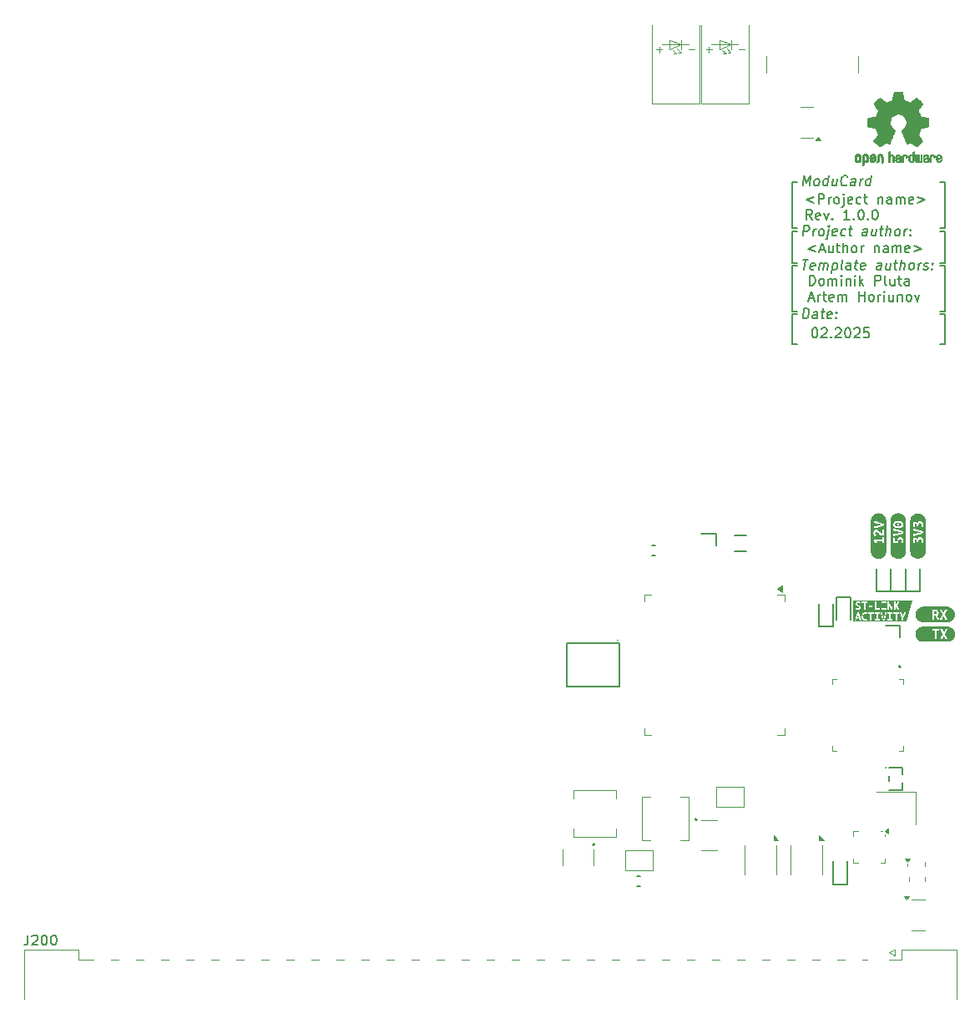
<source format=gbr>
%TF.GenerationSoftware,KiCad,Pcbnew,8.0.8-8.0.8-0~ubuntu24.04.1*%
%TF.CreationDate,2025-02-18T22:24:07+00:00*%
%TF.ProjectId,base-module,62617365-2d6d-46f6-9475-6c652e6b6963,1.0.0*%
%TF.SameCoordinates,Original*%
%TF.FileFunction,Legend,Top*%
%TF.FilePolarity,Positive*%
%FSLAX46Y46*%
G04 Gerber Fmt 4.6, Leading zero omitted, Abs format (unit mm)*
G04 Created by KiCad (PCBNEW 8.0.8-8.0.8-0~ubuntu24.04.1) date 2025-02-18 22:24:07*
%MOMM*%
%LPD*%
G01*
G04 APERTURE LIST*
%ADD10C,0.150000*%
%ADD11C,0.200000*%
%ADD12C,0.100000*%
%ADD13C,0.000000*%
%ADD14C,0.120000*%
%ADD15C,0.010000*%
G04 APERTURE END LIST*
D10*
X135460000Y-76075001D02*
X134960000Y-76075001D01*
X135460000Y-72595001D02*
X134960000Y-72595001D01*
X135460000Y-67895001D02*
X135460000Y-72595001D01*
X134960000Y-81305001D02*
X135460000Y-81305001D01*
X120460000Y-76405001D02*
X119960000Y-76405001D01*
X119960000Y-72595001D02*
X120460000Y-72595001D01*
X119960000Y-76075001D02*
X120460000Y-76075001D01*
X134960000Y-76405001D02*
X135460000Y-76405001D01*
X135460000Y-76405001D02*
X135460000Y-81005001D01*
X135460000Y-84305001D02*
X134960000Y-84305001D01*
X135460000Y-81005001D02*
X134960000Y-81005001D01*
X119960000Y-67895001D02*
X119960000Y-72595001D01*
X119960000Y-81005001D02*
X120460000Y-81005001D01*
X119960000Y-84305001D02*
X120460000Y-84305001D01*
X119960000Y-81305001D02*
X119960000Y-84305001D01*
X120460000Y-67895001D02*
X119960000Y-67895001D01*
X135460000Y-72925001D02*
X135460000Y-76075001D01*
X119960000Y-76405001D02*
X119960000Y-81005001D01*
X120460000Y-72925001D02*
X119960000Y-72925001D01*
X134960000Y-67895001D02*
X135460000Y-67895001D01*
X134960000Y-72925001D02*
X135460000Y-72925001D01*
X135460000Y-81305001D02*
X135460000Y-84305001D01*
X119960000Y-72925001D02*
X119960000Y-76075001D01*
X120460000Y-81305001D02*
X119960000Y-81305001D01*
D11*
X121055863Y-75772220D02*
X121627292Y-75772220D01*
X121216578Y-76772220D02*
X121341578Y-75772220D01*
X122222530Y-76724601D02*
X122121340Y-76772220D01*
X122121340Y-76772220D02*
X121930863Y-76772220D01*
X121930863Y-76772220D02*
X121841578Y-76724601D01*
X121841578Y-76724601D02*
X121805863Y-76629362D01*
X121805863Y-76629362D02*
X121853483Y-76248410D01*
X121853483Y-76248410D02*
X121913006Y-76153172D01*
X121913006Y-76153172D02*
X122014197Y-76105553D01*
X122014197Y-76105553D02*
X122204673Y-76105553D01*
X122204673Y-76105553D02*
X122293959Y-76153172D01*
X122293959Y-76153172D02*
X122329673Y-76248410D01*
X122329673Y-76248410D02*
X122317768Y-76343648D01*
X122317768Y-76343648D02*
X121829673Y-76438886D01*
X122692768Y-76772220D02*
X122776102Y-76105553D01*
X122764197Y-76200791D02*
X122817768Y-76153172D01*
X122817768Y-76153172D02*
X122918959Y-76105553D01*
X122918959Y-76105553D02*
X123061816Y-76105553D01*
X123061816Y-76105553D02*
X123151102Y-76153172D01*
X123151102Y-76153172D02*
X123186816Y-76248410D01*
X123186816Y-76248410D02*
X123121340Y-76772220D01*
X123186816Y-76248410D02*
X123246340Y-76153172D01*
X123246340Y-76153172D02*
X123347530Y-76105553D01*
X123347530Y-76105553D02*
X123490387Y-76105553D01*
X123490387Y-76105553D02*
X123579673Y-76153172D01*
X123579673Y-76153172D02*
X123615387Y-76248410D01*
X123615387Y-76248410D02*
X123549911Y-76772220D01*
X124109435Y-76105553D02*
X123984435Y-77105553D01*
X124103482Y-76153172D02*
X124204673Y-76105553D01*
X124204673Y-76105553D02*
X124395149Y-76105553D01*
X124395149Y-76105553D02*
X124484435Y-76153172D01*
X124484435Y-76153172D02*
X124526101Y-76200791D01*
X124526101Y-76200791D02*
X124561816Y-76296029D01*
X124561816Y-76296029D02*
X124526101Y-76581743D01*
X124526101Y-76581743D02*
X124466578Y-76676981D01*
X124466578Y-76676981D02*
X124413006Y-76724601D01*
X124413006Y-76724601D02*
X124311816Y-76772220D01*
X124311816Y-76772220D02*
X124121339Y-76772220D01*
X124121339Y-76772220D02*
X124032054Y-76724601D01*
X125073721Y-76772220D02*
X124984435Y-76724601D01*
X124984435Y-76724601D02*
X124948721Y-76629362D01*
X124948721Y-76629362D02*
X125055863Y-75772220D01*
X125883245Y-76772220D02*
X125948721Y-76248410D01*
X125948721Y-76248410D02*
X125913007Y-76153172D01*
X125913007Y-76153172D02*
X125823721Y-76105553D01*
X125823721Y-76105553D02*
X125633245Y-76105553D01*
X125633245Y-76105553D02*
X125532054Y-76153172D01*
X125889197Y-76724601D02*
X125788007Y-76772220D01*
X125788007Y-76772220D02*
X125549911Y-76772220D01*
X125549911Y-76772220D02*
X125460626Y-76724601D01*
X125460626Y-76724601D02*
X125424911Y-76629362D01*
X125424911Y-76629362D02*
X125436816Y-76534124D01*
X125436816Y-76534124D02*
X125496340Y-76438886D01*
X125496340Y-76438886D02*
X125597531Y-76391267D01*
X125597531Y-76391267D02*
X125835626Y-76391267D01*
X125835626Y-76391267D02*
X125936816Y-76343648D01*
X126299912Y-76105553D02*
X126680864Y-76105553D01*
X126484435Y-75772220D02*
X126377293Y-76629362D01*
X126377293Y-76629362D02*
X126413007Y-76724601D01*
X126413007Y-76724601D02*
X126502293Y-76772220D01*
X126502293Y-76772220D02*
X126597531Y-76772220D01*
X127317769Y-76724601D02*
X127216579Y-76772220D01*
X127216579Y-76772220D02*
X127026102Y-76772220D01*
X127026102Y-76772220D02*
X126936817Y-76724601D01*
X126936817Y-76724601D02*
X126901102Y-76629362D01*
X126901102Y-76629362D02*
X126948722Y-76248410D01*
X126948722Y-76248410D02*
X127008245Y-76153172D01*
X127008245Y-76153172D02*
X127109436Y-76105553D01*
X127109436Y-76105553D02*
X127299912Y-76105553D01*
X127299912Y-76105553D02*
X127389198Y-76153172D01*
X127389198Y-76153172D02*
X127424912Y-76248410D01*
X127424912Y-76248410D02*
X127413007Y-76343648D01*
X127413007Y-76343648D02*
X126924912Y-76438886D01*
X128978484Y-76772220D02*
X129043960Y-76248410D01*
X129043960Y-76248410D02*
X129008246Y-76153172D01*
X129008246Y-76153172D02*
X128918960Y-76105553D01*
X128918960Y-76105553D02*
X128728484Y-76105553D01*
X128728484Y-76105553D02*
X128627293Y-76153172D01*
X128984436Y-76724601D02*
X128883246Y-76772220D01*
X128883246Y-76772220D02*
X128645150Y-76772220D01*
X128645150Y-76772220D02*
X128555865Y-76724601D01*
X128555865Y-76724601D02*
X128520150Y-76629362D01*
X128520150Y-76629362D02*
X128532055Y-76534124D01*
X128532055Y-76534124D02*
X128591579Y-76438886D01*
X128591579Y-76438886D02*
X128692770Y-76391267D01*
X128692770Y-76391267D02*
X128930865Y-76391267D01*
X128930865Y-76391267D02*
X129032055Y-76343648D01*
X129966579Y-76105553D02*
X129883246Y-76772220D01*
X129538008Y-76105553D02*
X129472532Y-76629362D01*
X129472532Y-76629362D02*
X129508246Y-76724601D01*
X129508246Y-76724601D02*
X129597532Y-76772220D01*
X129597532Y-76772220D02*
X129740389Y-76772220D01*
X129740389Y-76772220D02*
X129841579Y-76724601D01*
X129841579Y-76724601D02*
X129895151Y-76676981D01*
X130299913Y-76105553D02*
X130680865Y-76105553D01*
X130484436Y-75772220D02*
X130377294Y-76629362D01*
X130377294Y-76629362D02*
X130413008Y-76724601D01*
X130413008Y-76724601D02*
X130502294Y-76772220D01*
X130502294Y-76772220D02*
X130597532Y-76772220D01*
X130930865Y-76772220D02*
X131055865Y-75772220D01*
X131359437Y-76772220D02*
X131424913Y-76248410D01*
X131424913Y-76248410D02*
X131389199Y-76153172D01*
X131389199Y-76153172D02*
X131299913Y-76105553D01*
X131299913Y-76105553D02*
X131157056Y-76105553D01*
X131157056Y-76105553D02*
X131055865Y-76153172D01*
X131055865Y-76153172D02*
X131002294Y-76200791D01*
X131978485Y-76772220D02*
X131889199Y-76724601D01*
X131889199Y-76724601D02*
X131847532Y-76676981D01*
X131847532Y-76676981D02*
X131811818Y-76581743D01*
X131811818Y-76581743D02*
X131847532Y-76296029D01*
X131847532Y-76296029D02*
X131907056Y-76200791D01*
X131907056Y-76200791D02*
X131960627Y-76153172D01*
X131960627Y-76153172D02*
X132061818Y-76105553D01*
X132061818Y-76105553D02*
X132204675Y-76105553D01*
X132204675Y-76105553D02*
X132293961Y-76153172D01*
X132293961Y-76153172D02*
X132335627Y-76200791D01*
X132335627Y-76200791D02*
X132371342Y-76296029D01*
X132371342Y-76296029D02*
X132335627Y-76581743D01*
X132335627Y-76581743D02*
X132276104Y-76676981D01*
X132276104Y-76676981D02*
X132222532Y-76724601D01*
X132222532Y-76724601D02*
X132121342Y-76772220D01*
X132121342Y-76772220D02*
X131978485Y-76772220D01*
X132740389Y-76772220D02*
X132823723Y-76105553D01*
X132799913Y-76296029D02*
X132859437Y-76200791D01*
X132859437Y-76200791D02*
X132913008Y-76153172D01*
X132913008Y-76153172D02*
X133014199Y-76105553D01*
X133014199Y-76105553D02*
X133109437Y-76105553D01*
X133317771Y-76724601D02*
X133407056Y-76772220D01*
X133407056Y-76772220D02*
X133597533Y-76772220D01*
X133597533Y-76772220D02*
X133698723Y-76724601D01*
X133698723Y-76724601D02*
X133758247Y-76629362D01*
X133758247Y-76629362D02*
X133764199Y-76581743D01*
X133764199Y-76581743D02*
X133728485Y-76486505D01*
X133728485Y-76486505D02*
X133639199Y-76438886D01*
X133639199Y-76438886D02*
X133496342Y-76438886D01*
X133496342Y-76438886D02*
X133407056Y-76391267D01*
X133407056Y-76391267D02*
X133371342Y-76296029D01*
X133371342Y-76296029D02*
X133377295Y-76248410D01*
X133377295Y-76248410D02*
X133436818Y-76153172D01*
X133436818Y-76153172D02*
X133538009Y-76105553D01*
X133538009Y-76105553D02*
X133680866Y-76105553D01*
X133680866Y-76105553D02*
X133770152Y-76153172D01*
X134180866Y-76676981D02*
X134222533Y-76724601D01*
X134222533Y-76724601D02*
X134168961Y-76772220D01*
X134168961Y-76772220D02*
X134127295Y-76724601D01*
X134127295Y-76724601D02*
X134180866Y-76676981D01*
X134180866Y-76676981D02*
X134168961Y-76772220D01*
X134246342Y-76153172D02*
X134288009Y-76200791D01*
X134288009Y-76200791D02*
X134234438Y-76248410D01*
X134234438Y-76248410D02*
X134192771Y-76200791D01*
X134192771Y-76200791D02*
X134246342Y-76153172D01*
X134246342Y-76153172D02*
X134234438Y-76248410D01*
D10*
X122198684Y-69428209D02*
X121436779Y-69713923D01*
X121436779Y-69713923D02*
X122198684Y-69999637D01*
X122674874Y-70094876D02*
X122674874Y-69094876D01*
X122674874Y-69094876D02*
X123055826Y-69094876D01*
X123055826Y-69094876D02*
X123151064Y-69142495D01*
X123151064Y-69142495D02*
X123198683Y-69190114D01*
X123198683Y-69190114D02*
X123246302Y-69285352D01*
X123246302Y-69285352D02*
X123246302Y-69428209D01*
X123246302Y-69428209D02*
X123198683Y-69523447D01*
X123198683Y-69523447D02*
X123151064Y-69571066D01*
X123151064Y-69571066D02*
X123055826Y-69618685D01*
X123055826Y-69618685D02*
X122674874Y-69618685D01*
X123674874Y-70094876D02*
X123674874Y-69428209D01*
X123674874Y-69618685D02*
X123722493Y-69523447D01*
X123722493Y-69523447D02*
X123770112Y-69475828D01*
X123770112Y-69475828D02*
X123865350Y-69428209D01*
X123865350Y-69428209D02*
X123960588Y-69428209D01*
X124436779Y-70094876D02*
X124341541Y-70047257D01*
X124341541Y-70047257D02*
X124293922Y-69999637D01*
X124293922Y-69999637D02*
X124246303Y-69904399D01*
X124246303Y-69904399D02*
X124246303Y-69618685D01*
X124246303Y-69618685D02*
X124293922Y-69523447D01*
X124293922Y-69523447D02*
X124341541Y-69475828D01*
X124341541Y-69475828D02*
X124436779Y-69428209D01*
X124436779Y-69428209D02*
X124579636Y-69428209D01*
X124579636Y-69428209D02*
X124674874Y-69475828D01*
X124674874Y-69475828D02*
X124722493Y-69523447D01*
X124722493Y-69523447D02*
X124770112Y-69618685D01*
X124770112Y-69618685D02*
X124770112Y-69904399D01*
X124770112Y-69904399D02*
X124722493Y-69999637D01*
X124722493Y-69999637D02*
X124674874Y-70047257D01*
X124674874Y-70047257D02*
X124579636Y-70094876D01*
X124579636Y-70094876D02*
X124436779Y-70094876D01*
X125198684Y-69428209D02*
X125198684Y-70285352D01*
X125198684Y-70285352D02*
X125151065Y-70380590D01*
X125151065Y-70380590D02*
X125055827Y-70428209D01*
X125055827Y-70428209D02*
X125008208Y-70428209D01*
X125198684Y-69094876D02*
X125151065Y-69142495D01*
X125151065Y-69142495D02*
X125198684Y-69190114D01*
X125198684Y-69190114D02*
X125246303Y-69142495D01*
X125246303Y-69142495D02*
X125198684Y-69094876D01*
X125198684Y-69094876D02*
X125198684Y-69190114D01*
X126055826Y-70047257D02*
X125960588Y-70094876D01*
X125960588Y-70094876D02*
X125770112Y-70094876D01*
X125770112Y-70094876D02*
X125674874Y-70047257D01*
X125674874Y-70047257D02*
X125627255Y-69952018D01*
X125627255Y-69952018D02*
X125627255Y-69571066D01*
X125627255Y-69571066D02*
X125674874Y-69475828D01*
X125674874Y-69475828D02*
X125770112Y-69428209D01*
X125770112Y-69428209D02*
X125960588Y-69428209D01*
X125960588Y-69428209D02*
X126055826Y-69475828D01*
X126055826Y-69475828D02*
X126103445Y-69571066D01*
X126103445Y-69571066D02*
X126103445Y-69666304D01*
X126103445Y-69666304D02*
X125627255Y-69761542D01*
X126960588Y-70047257D02*
X126865350Y-70094876D01*
X126865350Y-70094876D02*
X126674874Y-70094876D01*
X126674874Y-70094876D02*
X126579636Y-70047257D01*
X126579636Y-70047257D02*
X126532017Y-69999637D01*
X126532017Y-69999637D02*
X126484398Y-69904399D01*
X126484398Y-69904399D02*
X126484398Y-69618685D01*
X126484398Y-69618685D02*
X126532017Y-69523447D01*
X126532017Y-69523447D02*
X126579636Y-69475828D01*
X126579636Y-69475828D02*
X126674874Y-69428209D01*
X126674874Y-69428209D02*
X126865350Y-69428209D01*
X126865350Y-69428209D02*
X126960588Y-69475828D01*
X127246303Y-69428209D02*
X127627255Y-69428209D01*
X127389160Y-69094876D02*
X127389160Y-69952018D01*
X127389160Y-69952018D02*
X127436779Y-70047257D01*
X127436779Y-70047257D02*
X127532017Y-70094876D01*
X127532017Y-70094876D02*
X127627255Y-70094876D01*
X128722494Y-69428209D02*
X128722494Y-70094876D01*
X128722494Y-69523447D02*
X128770113Y-69475828D01*
X128770113Y-69475828D02*
X128865351Y-69428209D01*
X128865351Y-69428209D02*
X129008208Y-69428209D01*
X129008208Y-69428209D02*
X129103446Y-69475828D01*
X129103446Y-69475828D02*
X129151065Y-69571066D01*
X129151065Y-69571066D02*
X129151065Y-70094876D01*
X130055827Y-70094876D02*
X130055827Y-69571066D01*
X130055827Y-69571066D02*
X130008208Y-69475828D01*
X130008208Y-69475828D02*
X129912970Y-69428209D01*
X129912970Y-69428209D02*
X129722494Y-69428209D01*
X129722494Y-69428209D02*
X129627256Y-69475828D01*
X130055827Y-70047257D02*
X129960589Y-70094876D01*
X129960589Y-70094876D02*
X129722494Y-70094876D01*
X129722494Y-70094876D02*
X129627256Y-70047257D01*
X129627256Y-70047257D02*
X129579637Y-69952018D01*
X129579637Y-69952018D02*
X129579637Y-69856780D01*
X129579637Y-69856780D02*
X129627256Y-69761542D01*
X129627256Y-69761542D02*
X129722494Y-69713923D01*
X129722494Y-69713923D02*
X129960589Y-69713923D01*
X129960589Y-69713923D02*
X130055827Y-69666304D01*
X130532018Y-70094876D02*
X130532018Y-69428209D01*
X130532018Y-69523447D02*
X130579637Y-69475828D01*
X130579637Y-69475828D02*
X130674875Y-69428209D01*
X130674875Y-69428209D02*
X130817732Y-69428209D01*
X130817732Y-69428209D02*
X130912970Y-69475828D01*
X130912970Y-69475828D02*
X130960589Y-69571066D01*
X130960589Y-69571066D02*
X130960589Y-70094876D01*
X130960589Y-69571066D02*
X131008208Y-69475828D01*
X131008208Y-69475828D02*
X131103446Y-69428209D01*
X131103446Y-69428209D02*
X131246303Y-69428209D01*
X131246303Y-69428209D02*
X131341542Y-69475828D01*
X131341542Y-69475828D02*
X131389161Y-69571066D01*
X131389161Y-69571066D02*
X131389161Y-70094876D01*
X132246303Y-70047257D02*
X132151065Y-70094876D01*
X132151065Y-70094876D02*
X131960589Y-70094876D01*
X131960589Y-70094876D02*
X131865351Y-70047257D01*
X131865351Y-70047257D02*
X131817732Y-69952018D01*
X131817732Y-69952018D02*
X131817732Y-69571066D01*
X131817732Y-69571066D02*
X131865351Y-69475828D01*
X131865351Y-69475828D02*
X131960589Y-69428209D01*
X131960589Y-69428209D02*
X132151065Y-69428209D01*
X132151065Y-69428209D02*
X132246303Y-69475828D01*
X132246303Y-69475828D02*
X132293922Y-69571066D01*
X132293922Y-69571066D02*
X132293922Y-69666304D01*
X132293922Y-69666304D02*
X131817732Y-69761542D01*
X132722494Y-69428209D02*
X133484399Y-69713923D01*
X133484399Y-69713923D02*
X132722494Y-69999637D01*
X122008207Y-71704820D02*
X121674874Y-71228629D01*
X121436779Y-71704820D02*
X121436779Y-70704820D01*
X121436779Y-70704820D02*
X121817731Y-70704820D01*
X121817731Y-70704820D02*
X121912969Y-70752439D01*
X121912969Y-70752439D02*
X121960588Y-70800058D01*
X121960588Y-70800058D02*
X122008207Y-70895296D01*
X122008207Y-70895296D02*
X122008207Y-71038153D01*
X122008207Y-71038153D02*
X121960588Y-71133391D01*
X121960588Y-71133391D02*
X121912969Y-71181010D01*
X121912969Y-71181010D02*
X121817731Y-71228629D01*
X121817731Y-71228629D02*
X121436779Y-71228629D01*
X122817731Y-71657201D02*
X122722493Y-71704820D01*
X122722493Y-71704820D02*
X122532017Y-71704820D01*
X122532017Y-71704820D02*
X122436779Y-71657201D01*
X122436779Y-71657201D02*
X122389160Y-71561962D01*
X122389160Y-71561962D02*
X122389160Y-71181010D01*
X122389160Y-71181010D02*
X122436779Y-71085772D01*
X122436779Y-71085772D02*
X122532017Y-71038153D01*
X122532017Y-71038153D02*
X122722493Y-71038153D01*
X122722493Y-71038153D02*
X122817731Y-71085772D01*
X122817731Y-71085772D02*
X122865350Y-71181010D01*
X122865350Y-71181010D02*
X122865350Y-71276248D01*
X122865350Y-71276248D02*
X122389160Y-71371486D01*
X123198684Y-71038153D02*
X123436779Y-71704820D01*
X123436779Y-71704820D02*
X123674874Y-71038153D01*
X124055827Y-71609581D02*
X124103446Y-71657201D01*
X124103446Y-71657201D02*
X124055827Y-71704820D01*
X124055827Y-71704820D02*
X124008208Y-71657201D01*
X124008208Y-71657201D02*
X124055827Y-71609581D01*
X124055827Y-71609581D02*
X124055827Y-71704820D01*
X125817731Y-71704820D02*
X125246303Y-71704820D01*
X125532017Y-71704820D02*
X125532017Y-70704820D01*
X125532017Y-70704820D02*
X125436779Y-70847677D01*
X125436779Y-70847677D02*
X125341541Y-70942915D01*
X125341541Y-70942915D02*
X125246303Y-70990534D01*
X126246303Y-71609581D02*
X126293922Y-71657201D01*
X126293922Y-71657201D02*
X126246303Y-71704820D01*
X126246303Y-71704820D02*
X126198684Y-71657201D01*
X126198684Y-71657201D02*
X126246303Y-71609581D01*
X126246303Y-71609581D02*
X126246303Y-71704820D01*
X126912969Y-70704820D02*
X127008207Y-70704820D01*
X127008207Y-70704820D02*
X127103445Y-70752439D01*
X127103445Y-70752439D02*
X127151064Y-70800058D01*
X127151064Y-70800058D02*
X127198683Y-70895296D01*
X127198683Y-70895296D02*
X127246302Y-71085772D01*
X127246302Y-71085772D02*
X127246302Y-71323867D01*
X127246302Y-71323867D02*
X127198683Y-71514343D01*
X127198683Y-71514343D02*
X127151064Y-71609581D01*
X127151064Y-71609581D02*
X127103445Y-71657201D01*
X127103445Y-71657201D02*
X127008207Y-71704820D01*
X127008207Y-71704820D02*
X126912969Y-71704820D01*
X126912969Y-71704820D02*
X126817731Y-71657201D01*
X126817731Y-71657201D02*
X126770112Y-71609581D01*
X126770112Y-71609581D02*
X126722493Y-71514343D01*
X126722493Y-71514343D02*
X126674874Y-71323867D01*
X126674874Y-71323867D02*
X126674874Y-71085772D01*
X126674874Y-71085772D02*
X126722493Y-70895296D01*
X126722493Y-70895296D02*
X126770112Y-70800058D01*
X126770112Y-70800058D02*
X126817731Y-70752439D01*
X126817731Y-70752439D02*
X126912969Y-70704820D01*
X127674874Y-71609581D02*
X127722493Y-71657201D01*
X127722493Y-71657201D02*
X127674874Y-71704820D01*
X127674874Y-71704820D02*
X127627255Y-71657201D01*
X127627255Y-71657201D02*
X127674874Y-71609581D01*
X127674874Y-71609581D02*
X127674874Y-71704820D01*
X128341540Y-70704820D02*
X128436778Y-70704820D01*
X128436778Y-70704820D02*
X128532016Y-70752439D01*
X128532016Y-70752439D02*
X128579635Y-70800058D01*
X128579635Y-70800058D02*
X128627254Y-70895296D01*
X128627254Y-70895296D02*
X128674873Y-71085772D01*
X128674873Y-71085772D02*
X128674873Y-71323867D01*
X128674873Y-71323867D02*
X128627254Y-71514343D01*
X128627254Y-71514343D02*
X128579635Y-71609581D01*
X128579635Y-71609581D02*
X128532016Y-71657201D01*
X128532016Y-71657201D02*
X128436778Y-71704820D01*
X128436778Y-71704820D02*
X128341540Y-71704820D01*
X128341540Y-71704820D02*
X128246302Y-71657201D01*
X128246302Y-71657201D02*
X128198683Y-71609581D01*
X128198683Y-71609581D02*
X128151064Y-71514343D01*
X128151064Y-71514343D02*
X128103445Y-71323867D01*
X128103445Y-71323867D02*
X128103445Y-71085772D01*
X128103445Y-71085772D02*
X128151064Y-70895296D01*
X128151064Y-70895296D02*
X128198683Y-70800058D01*
X128198683Y-70800058D02*
X128246302Y-70752439D01*
X128246302Y-70752439D02*
X128341540Y-70704820D01*
D11*
X121073720Y-81722220D02*
X121198720Y-80722220D01*
X121198720Y-80722220D02*
X121436816Y-80722220D01*
X121436816Y-80722220D02*
X121573720Y-80769839D01*
X121573720Y-80769839D02*
X121657054Y-80865077D01*
X121657054Y-80865077D02*
X121692768Y-80960315D01*
X121692768Y-80960315D02*
X121716578Y-81150791D01*
X121716578Y-81150791D02*
X121698720Y-81293648D01*
X121698720Y-81293648D02*
X121627292Y-81484124D01*
X121627292Y-81484124D02*
X121567768Y-81579362D01*
X121567768Y-81579362D02*
X121460625Y-81674601D01*
X121460625Y-81674601D02*
X121311816Y-81722220D01*
X121311816Y-81722220D02*
X121073720Y-81722220D01*
X122502292Y-81722220D02*
X122567768Y-81198410D01*
X122567768Y-81198410D02*
X122532054Y-81103172D01*
X122532054Y-81103172D02*
X122442768Y-81055553D01*
X122442768Y-81055553D02*
X122252292Y-81055553D01*
X122252292Y-81055553D02*
X122151101Y-81103172D01*
X122508244Y-81674601D02*
X122407054Y-81722220D01*
X122407054Y-81722220D02*
X122168958Y-81722220D01*
X122168958Y-81722220D02*
X122079673Y-81674601D01*
X122079673Y-81674601D02*
X122043958Y-81579362D01*
X122043958Y-81579362D02*
X122055863Y-81484124D01*
X122055863Y-81484124D02*
X122115387Y-81388886D01*
X122115387Y-81388886D02*
X122216578Y-81341267D01*
X122216578Y-81341267D02*
X122454673Y-81341267D01*
X122454673Y-81341267D02*
X122555863Y-81293648D01*
X122918959Y-81055553D02*
X123299911Y-81055553D01*
X123103482Y-80722220D02*
X122996340Y-81579362D01*
X122996340Y-81579362D02*
X123032054Y-81674601D01*
X123032054Y-81674601D02*
X123121340Y-81722220D01*
X123121340Y-81722220D02*
X123216578Y-81722220D01*
X123936816Y-81674601D02*
X123835626Y-81722220D01*
X123835626Y-81722220D02*
X123645149Y-81722220D01*
X123645149Y-81722220D02*
X123555864Y-81674601D01*
X123555864Y-81674601D02*
X123520149Y-81579362D01*
X123520149Y-81579362D02*
X123567769Y-81198410D01*
X123567769Y-81198410D02*
X123627292Y-81103172D01*
X123627292Y-81103172D02*
X123728483Y-81055553D01*
X123728483Y-81055553D02*
X123918959Y-81055553D01*
X123918959Y-81055553D02*
X124008245Y-81103172D01*
X124008245Y-81103172D02*
X124043959Y-81198410D01*
X124043959Y-81198410D02*
X124032054Y-81293648D01*
X124032054Y-81293648D02*
X123543959Y-81388886D01*
X124418959Y-81626981D02*
X124460626Y-81674601D01*
X124460626Y-81674601D02*
X124407054Y-81722220D01*
X124407054Y-81722220D02*
X124365388Y-81674601D01*
X124365388Y-81674601D02*
X124418959Y-81626981D01*
X124418959Y-81626981D02*
X124407054Y-81722220D01*
X124484435Y-81103172D02*
X124526102Y-81150791D01*
X124526102Y-81150791D02*
X124472531Y-81198410D01*
X124472531Y-81198410D02*
X124430864Y-81150791D01*
X124430864Y-81150791D02*
X124484435Y-81103172D01*
X124484435Y-81103172D02*
X124472531Y-81198410D01*
X121073720Y-68262220D02*
X121198720Y-67262220D01*
X121198720Y-67262220D02*
X121442768Y-67976505D01*
X121442768Y-67976505D02*
X121865387Y-67262220D01*
X121865387Y-67262220D02*
X121740387Y-68262220D01*
X122359435Y-68262220D02*
X122270149Y-68214601D01*
X122270149Y-68214601D02*
X122228482Y-68166981D01*
X122228482Y-68166981D02*
X122192768Y-68071743D01*
X122192768Y-68071743D02*
X122228482Y-67786029D01*
X122228482Y-67786029D02*
X122288006Y-67690791D01*
X122288006Y-67690791D02*
X122341577Y-67643172D01*
X122341577Y-67643172D02*
X122442768Y-67595553D01*
X122442768Y-67595553D02*
X122585625Y-67595553D01*
X122585625Y-67595553D02*
X122674911Y-67643172D01*
X122674911Y-67643172D02*
X122716577Y-67690791D01*
X122716577Y-67690791D02*
X122752292Y-67786029D01*
X122752292Y-67786029D02*
X122716577Y-68071743D01*
X122716577Y-68071743D02*
X122657054Y-68166981D01*
X122657054Y-68166981D02*
X122603482Y-68214601D01*
X122603482Y-68214601D02*
X122502292Y-68262220D01*
X122502292Y-68262220D02*
X122359435Y-68262220D01*
X123549911Y-68262220D02*
X123674911Y-67262220D01*
X123555863Y-68214601D02*
X123454673Y-68262220D01*
X123454673Y-68262220D02*
X123264197Y-68262220D01*
X123264197Y-68262220D02*
X123174911Y-68214601D01*
X123174911Y-68214601D02*
X123133244Y-68166981D01*
X123133244Y-68166981D02*
X123097530Y-68071743D01*
X123097530Y-68071743D02*
X123133244Y-67786029D01*
X123133244Y-67786029D02*
X123192768Y-67690791D01*
X123192768Y-67690791D02*
X123246339Y-67643172D01*
X123246339Y-67643172D02*
X123347530Y-67595553D01*
X123347530Y-67595553D02*
X123538006Y-67595553D01*
X123538006Y-67595553D02*
X123627292Y-67643172D01*
X124538006Y-67595553D02*
X124454673Y-68262220D01*
X124109435Y-67595553D02*
X124043959Y-68119362D01*
X124043959Y-68119362D02*
X124079673Y-68214601D01*
X124079673Y-68214601D02*
X124168959Y-68262220D01*
X124168959Y-68262220D02*
X124311816Y-68262220D01*
X124311816Y-68262220D02*
X124413006Y-68214601D01*
X124413006Y-68214601D02*
X124466578Y-68166981D01*
X125514197Y-68166981D02*
X125460625Y-68214601D01*
X125460625Y-68214601D02*
X125311816Y-68262220D01*
X125311816Y-68262220D02*
X125216578Y-68262220D01*
X125216578Y-68262220D02*
X125079673Y-68214601D01*
X125079673Y-68214601D02*
X124996340Y-68119362D01*
X124996340Y-68119362D02*
X124960625Y-68024124D01*
X124960625Y-68024124D02*
X124936816Y-67833648D01*
X124936816Y-67833648D02*
X124954673Y-67690791D01*
X124954673Y-67690791D02*
X125026101Y-67500315D01*
X125026101Y-67500315D02*
X125085625Y-67405077D01*
X125085625Y-67405077D02*
X125192768Y-67309839D01*
X125192768Y-67309839D02*
X125341578Y-67262220D01*
X125341578Y-67262220D02*
X125436816Y-67262220D01*
X125436816Y-67262220D02*
X125573721Y-67309839D01*
X125573721Y-67309839D02*
X125615387Y-67357458D01*
X126359435Y-68262220D02*
X126424911Y-67738410D01*
X126424911Y-67738410D02*
X126389197Y-67643172D01*
X126389197Y-67643172D02*
X126299911Y-67595553D01*
X126299911Y-67595553D02*
X126109435Y-67595553D01*
X126109435Y-67595553D02*
X126008244Y-67643172D01*
X126365387Y-68214601D02*
X126264197Y-68262220D01*
X126264197Y-68262220D02*
X126026101Y-68262220D01*
X126026101Y-68262220D02*
X125936816Y-68214601D01*
X125936816Y-68214601D02*
X125901101Y-68119362D01*
X125901101Y-68119362D02*
X125913006Y-68024124D01*
X125913006Y-68024124D02*
X125972530Y-67928886D01*
X125972530Y-67928886D02*
X126073721Y-67881267D01*
X126073721Y-67881267D02*
X126311816Y-67881267D01*
X126311816Y-67881267D02*
X126413006Y-67833648D01*
X126835625Y-68262220D02*
X126918959Y-67595553D01*
X126895149Y-67786029D02*
X126954673Y-67690791D01*
X126954673Y-67690791D02*
X127008244Y-67643172D01*
X127008244Y-67643172D02*
X127109435Y-67595553D01*
X127109435Y-67595553D02*
X127204673Y-67595553D01*
X127883245Y-68262220D02*
X128008245Y-67262220D01*
X127889197Y-68214601D02*
X127788007Y-68262220D01*
X127788007Y-68262220D02*
X127597531Y-68262220D01*
X127597531Y-68262220D02*
X127508245Y-68214601D01*
X127508245Y-68214601D02*
X127466578Y-68166981D01*
X127466578Y-68166981D02*
X127430864Y-68071743D01*
X127430864Y-68071743D02*
X127466578Y-67786029D01*
X127466578Y-67786029D02*
X127526102Y-67690791D01*
X127526102Y-67690791D02*
X127579673Y-67643172D01*
X127579673Y-67643172D02*
X127680864Y-67595553D01*
X127680864Y-67595553D02*
X127871340Y-67595553D01*
X127871340Y-67595553D02*
X127960626Y-67643172D01*
X121073720Y-73342220D02*
X121198720Y-72342220D01*
X121198720Y-72342220D02*
X121579673Y-72342220D01*
X121579673Y-72342220D02*
X121668958Y-72389839D01*
X121668958Y-72389839D02*
X121710625Y-72437458D01*
X121710625Y-72437458D02*
X121746339Y-72532696D01*
X121746339Y-72532696D02*
X121728482Y-72675553D01*
X121728482Y-72675553D02*
X121668958Y-72770791D01*
X121668958Y-72770791D02*
X121615387Y-72818410D01*
X121615387Y-72818410D02*
X121514197Y-72866029D01*
X121514197Y-72866029D02*
X121133244Y-72866029D01*
X122073720Y-73342220D02*
X122157054Y-72675553D01*
X122133244Y-72866029D02*
X122192768Y-72770791D01*
X122192768Y-72770791D02*
X122246339Y-72723172D01*
X122246339Y-72723172D02*
X122347530Y-72675553D01*
X122347530Y-72675553D02*
X122442768Y-72675553D01*
X122835626Y-73342220D02*
X122746340Y-73294601D01*
X122746340Y-73294601D02*
X122704673Y-73246981D01*
X122704673Y-73246981D02*
X122668959Y-73151743D01*
X122668959Y-73151743D02*
X122704673Y-72866029D01*
X122704673Y-72866029D02*
X122764197Y-72770791D01*
X122764197Y-72770791D02*
X122817768Y-72723172D01*
X122817768Y-72723172D02*
X122918959Y-72675553D01*
X122918959Y-72675553D02*
X123061816Y-72675553D01*
X123061816Y-72675553D02*
X123151102Y-72723172D01*
X123151102Y-72723172D02*
X123192768Y-72770791D01*
X123192768Y-72770791D02*
X123228483Y-72866029D01*
X123228483Y-72866029D02*
X123192768Y-73151743D01*
X123192768Y-73151743D02*
X123133245Y-73246981D01*
X123133245Y-73246981D02*
X123079673Y-73294601D01*
X123079673Y-73294601D02*
X122978483Y-73342220D01*
X122978483Y-73342220D02*
X122835626Y-73342220D01*
X123680864Y-72675553D02*
X123573721Y-73532696D01*
X123573721Y-73532696D02*
X123514197Y-73627934D01*
X123514197Y-73627934D02*
X123413007Y-73675553D01*
X123413007Y-73675553D02*
X123365388Y-73675553D01*
X123722530Y-72342220D02*
X123668959Y-72389839D01*
X123668959Y-72389839D02*
X123710626Y-72437458D01*
X123710626Y-72437458D02*
X123764197Y-72389839D01*
X123764197Y-72389839D02*
X123722530Y-72342220D01*
X123722530Y-72342220D02*
X123710626Y-72437458D01*
X124460625Y-73294601D02*
X124359435Y-73342220D01*
X124359435Y-73342220D02*
X124168958Y-73342220D01*
X124168958Y-73342220D02*
X124079673Y-73294601D01*
X124079673Y-73294601D02*
X124043958Y-73199362D01*
X124043958Y-73199362D02*
X124091578Y-72818410D01*
X124091578Y-72818410D02*
X124151101Y-72723172D01*
X124151101Y-72723172D02*
X124252292Y-72675553D01*
X124252292Y-72675553D02*
X124442768Y-72675553D01*
X124442768Y-72675553D02*
X124532054Y-72723172D01*
X124532054Y-72723172D02*
X124567768Y-72818410D01*
X124567768Y-72818410D02*
X124555863Y-72913648D01*
X124555863Y-72913648D02*
X124067768Y-73008886D01*
X125365387Y-73294601D02*
X125264197Y-73342220D01*
X125264197Y-73342220D02*
X125073721Y-73342220D01*
X125073721Y-73342220D02*
X124984435Y-73294601D01*
X124984435Y-73294601D02*
X124942768Y-73246981D01*
X124942768Y-73246981D02*
X124907054Y-73151743D01*
X124907054Y-73151743D02*
X124942768Y-72866029D01*
X124942768Y-72866029D02*
X125002292Y-72770791D01*
X125002292Y-72770791D02*
X125055863Y-72723172D01*
X125055863Y-72723172D02*
X125157054Y-72675553D01*
X125157054Y-72675553D02*
X125347530Y-72675553D01*
X125347530Y-72675553D02*
X125436816Y-72723172D01*
X125728483Y-72675553D02*
X126109435Y-72675553D01*
X125913006Y-72342220D02*
X125805864Y-73199362D01*
X125805864Y-73199362D02*
X125841578Y-73294601D01*
X125841578Y-73294601D02*
X125930864Y-73342220D01*
X125930864Y-73342220D02*
X126026102Y-73342220D01*
X127549912Y-73342220D02*
X127615388Y-72818410D01*
X127615388Y-72818410D02*
X127579674Y-72723172D01*
X127579674Y-72723172D02*
X127490388Y-72675553D01*
X127490388Y-72675553D02*
X127299912Y-72675553D01*
X127299912Y-72675553D02*
X127198721Y-72723172D01*
X127555864Y-73294601D02*
X127454674Y-73342220D01*
X127454674Y-73342220D02*
X127216578Y-73342220D01*
X127216578Y-73342220D02*
X127127293Y-73294601D01*
X127127293Y-73294601D02*
X127091578Y-73199362D01*
X127091578Y-73199362D02*
X127103483Y-73104124D01*
X127103483Y-73104124D02*
X127163007Y-73008886D01*
X127163007Y-73008886D02*
X127264198Y-72961267D01*
X127264198Y-72961267D02*
X127502293Y-72961267D01*
X127502293Y-72961267D02*
X127603483Y-72913648D01*
X128538007Y-72675553D02*
X128454674Y-73342220D01*
X128109436Y-72675553D02*
X128043960Y-73199362D01*
X128043960Y-73199362D02*
X128079674Y-73294601D01*
X128079674Y-73294601D02*
X128168960Y-73342220D01*
X128168960Y-73342220D02*
X128311817Y-73342220D01*
X128311817Y-73342220D02*
X128413007Y-73294601D01*
X128413007Y-73294601D02*
X128466579Y-73246981D01*
X128871341Y-72675553D02*
X129252293Y-72675553D01*
X129055864Y-72342220D02*
X128948722Y-73199362D01*
X128948722Y-73199362D02*
X128984436Y-73294601D01*
X128984436Y-73294601D02*
X129073722Y-73342220D01*
X129073722Y-73342220D02*
X129168960Y-73342220D01*
X129502293Y-73342220D02*
X129627293Y-72342220D01*
X129930865Y-73342220D02*
X129996341Y-72818410D01*
X129996341Y-72818410D02*
X129960627Y-72723172D01*
X129960627Y-72723172D02*
X129871341Y-72675553D01*
X129871341Y-72675553D02*
X129728484Y-72675553D01*
X129728484Y-72675553D02*
X129627293Y-72723172D01*
X129627293Y-72723172D02*
X129573722Y-72770791D01*
X130549913Y-73342220D02*
X130460627Y-73294601D01*
X130460627Y-73294601D02*
X130418960Y-73246981D01*
X130418960Y-73246981D02*
X130383246Y-73151743D01*
X130383246Y-73151743D02*
X130418960Y-72866029D01*
X130418960Y-72866029D02*
X130478484Y-72770791D01*
X130478484Y-72770791D02*
X130532055Y-72723172D01*
X130532055Y-72723172D02*
X130633246Y-72675553D01*
X130633246Y-72675553D02*
X130776103Y-72675553D01*
X130776103Y-72675553D02*
X130865389Y-72723172D01*
X130865389Y-72723172D02*
X130907055Y-72770791D01*
X130907055Y-72770791D02*
X130942770Y-72866029D01*
X130942770Y-72866029D02*
X130907055Y-73151743D01*
X130907055Y-73151743D02*
X130847532Y-73246981D01*
X130847532Y-73246981D02*
X130793960Y-73294601D01*
X130793960Y-73294601D02*
X130692770Y-73342220D01*
X130692770Y-73342220D02*
X130549913Y-73342220D01*
X131311817Y-73342220D02*
X131395151Y-72675553D01*
X131371341Y-72866029D02*
X131430865Y-72770791D01*
X131430865Y-72770791D02*
X131484436Y-72723172D01*
X131484436Y-72723172D02*
X131585627Y-72675553D01*
X131585627Y-72675553D02*
X131680865Y-72675553D01*
X131942770Y-73246981D02*
X131984437Y-73294601D01*
X131984437Y-73294601D02*
X131930865Y-73342220D01*
X131930865Y-73342220D02*
X131889199Y-73294601D01*
X131889199Y-73294601D02*
X131942770Y-73246981D01*
X131942770Y-73246981D02*
X131930865Y-73342220D01*
X132008246Y-72723172D02*
X132049913Y-72770791D01*
X132049913Y-72770791D02*
X131996342Y-72818410D01*
X131996342Y-72818410D02*
X131954675Y-72770791D01*
X131954675Y-72770791D02*
X132008246Y-72723172D01*
X132008246Y-72723172D02*
X131996342Y-72818410D01*
D10*
X121746779Y-78364876D02*
X121746779Y-77364876D01*
X121746779Y-77364876D02*
X121984874Y-77364876D01*
X121984874Y-77364876D02*
X122127731Y-77412495D01*
X122127731Y-77412495D02*
X122222969Y-77507733D01*
X122222969Y-77507733D02*
X122270588Y-77602971D01*
X122270588Y-77602971D02*
X122318207Y-77793447D01*
X122318207Y-77793447D02*
X122318207Y-77936304D01*
X122318207Y-77936304D02*
X122270588Y-78126780D01*
X122270588Y-78126780D02*
X122222969Y-78222018D01*
X122222969Y-78222018D02*
X122127731Y-78317257D01*
X122127731Y-78317257D02*
X121984874Y-78364876D01*
X121984874Y-78364876D02*
X121746779Y-78364876D01*
X122889636Y-78364876D02*
X122794398Y-78317257D01*
X122794398Y-78317257D02*
X122746779Y-78269637D01*
X122746779Y-78269637D02*
X122699160Y-78174399D01*
X122699160Y-78174399D02*
X122699160Y-77888685D01*
X122699160Y-77888685D02*
X122746779Y-77793447D01*
X122746779Y-77793447D02*
X122794398Y-77745828D01*
X122794398Y-77745828D02*
X122889636Y-77698209D01*
X122889636Y-77698209D02*
X123032493Y-77698209D01*
X123032493Y-77698209D02*
X123127731Y-77745828D01*
X123127731Y-77745828D02*
X123175350Y-77793447D01*
X123175350Y-77793447D02*
X123222969Y-77888685D01*
X123222969Y-77888685D02*
X123222969Y-78174399D01*
X123222969Y-78174399D02*
X123175350Y-78269637D01*
X123175350Y-78269637D02*
X123127731Y-78317257D01*
X123127731Y-78317257D02*
X123032493Y-78364876D01*
X123032493Y-78364876D02*
X122889636Y-78364876D01*
X123651541Y-78364876D02*
X123651541Y-77698209D01*
X123651541Y-77793447D02*
X123699160Y-77745828D01*
X123699160Y-77745828D02*
X123794398Y-77698209D01*
X123794398Y-77698209D02*
X123937255Y-77698209D01*
X123937255Y-77698209D02*
X124032493Y-77745828D01*
X124032493Y-77745828D02*
X124080112Y-77841066D01*
X124080112Y-77841066D02*
X124080112Y-78364876D01*
X124080112Y-77841066D02*
X124127731Y-77745828D01*
X124127731Y-77745828D02*
X124222969Y-77698209D01*
X124222969Y-77698209D02*
X124365826Y-77698209D01*
X124365826Y-77698209D02*
X124461065Y-77745828D01*
X124461065Y-77745828D02*
X124508684Y-77841066D01*
X124508684Y-77841066D02*
X124508684Y-78364876D01*
X124984874Y-78364876D02*
X124984874Y-77698209D01*
X124984874Y-77364876D02*
X124937255Y-77412495D01*
X124937255Y-77412495D02*
X124984874Y-77460114D01*
X124984874Y-77460114D02*
X125032493Y-77412495D01*
X125032493Y-77412495D02*
X124984874Y-77364876D01*
X124984874Y-77364876D02*
X124984874Y-77460114D01*
X125461064Y-77698209D02*
X125461064Y-78364876D01*
X125461064Y-77793447D02*
X125508683Y-77745828D01*
X125508683Y-77745828D02*
X125603921Y-77698209D01*
X125603921Y-77698209D02*
X125746778Y-77698209D01*
X125746778Y-77698209D02*
X125842016Y-77745828D01*
X125842016Y-77745828D02*
X125889635Y-77841066D01*
X125889635Y-77841066D02*
X125889635Y-78364876D01*
X126365826Y-78364876D02*
X126365826Y-77698209D01*
X126365826Y-77364876D02*
X126318207Y-77412495D01*
X126318207Y-77412495D02*
X126365826Y-77460114D01*
X126365826Y-77460114D02*
X126413445Y-77412495D01*
X126413445Y-77412495D02*
X126365826Y-77364876D01*
X126365826Y-77364876D02*
X126365826Y-77460114D01*
X126842016Y-78364876D02*
X126842016Y-77364876D01*
X126937254Y-77983923D02*
X127222968Y-78364876D01*
X127222968Y-77698209D02*
X126842016Y-78079161D01*
X128413445Y-78364876D02*
X128413445Y-77364876D01*
X128413445Y-77364876D02*
X128794397Y-77364876D01*
X128794397Y-77364876D02*
X128889635Y-77412495D01*
X128889635Y-77412495D02*
X128937254Y-77460114D01*
X128937254Y-77460114D02*
X128984873Y-77555352D01*
X128984873Y-77555352D02*
X128984873Y-77698209D01*
X128984873Y-77698209D02*
X128937254Y-77793447D01*
X128937254Y-77793447D02*
X128889635Y-77841066D01*
X128889635Y-77841066D02*
X128794397Y-77888685D01*
X128794397Y-77888685D02*
X128413445Y-77888685D01*
X129556302Y-78364876D02*
X129461064Y-78317257D01*
X129461064Y-78317257D02*
X129413445Y-78222018D01*
X129413445Y-78222018D02*
X129413445Y-77364876D01*
X130365826Y-77698209D02*
X130365826Y-78364876D01*
X129937255Y-77698209D02*
X129937255Y-78222018D01*
X129937255Y-78222018D02*
X129984874Y-78317257D01*
X129984874Y-78317257D02*
X130080112Y-78364876D01*
X130080112Y-78364876D02*
X130222969Y-78364876D01*
X130222969Y-78364876D02*
X130318207Y-78317257D01*
X130318207Y-78317257D02*
X130365826Y-78269637D01*
X130699160Y-77698209D02*
X131080112Y-77698209D01*
X130842017Y-77364876D02*
X130842017Y-78222018D01*
X130842017Y-78222018D02*
X130889636Y-78317257D01*
X130889636Y-78317257D02*
X130984874Y-78364876D01*
X130984874Y-78364876D02*
X131080112Y-78364876D01*
X131842017Y-78364876D02*
X131842017Y-77841066D01*
X131842017Y-77841066D02*
X131794398Y-77745828D01*
X131794398Y-77745828D02*
X131699160Y-77698209D01*
X131699160Y-77698209D02*
X131508684Y-77698209D01*
X131508684Y-77698209D02*
X131413446Y-77745828D01*
X131842017Y-78317257D02*
X131746779Y-78364876D01*
X131746779Y-78364876D02*
X131508684Y-78364876D01*
X131508684Y-78364876D02*
X131413446Y-78317257D01*
X131413446Y-78317257D02*
X131365827Y-78222018D01*
X131365827Y-78222018D02*
X131365827Y-78126780D01*
X131365827Y-78126780D02*
X131413446Y-78031542D01*
X131413446Y-78031542D02*
X131508684Y-77983923D01*
X131508684Y-77983923D02*
X131746779Y-77983923D01*
X131746779Y-77983923D02*
X131842017Y-77936304D01*
X121699160Y-79689105D02*
X122175350Y-79689105D01*
X121603922Y-79974820D02*
X121937255Y-78974820D01*
X121937255Y-78974820D02*
X122270588Y-79974820D01*
X122603922Y-79974820D02*
X122603922Y-79308153D01*
X122603922Y-79498629D02*
X122651541Y-79403391D01*
X122651541Y-79403391D02*
X122699160Y-79355772D01*
X122699160Y-79355772D02*
X122794398Y-79308153D01*
X122794398Y-79308153D02*
X122889636Y-79308153D01*
X123080113Y-79308153D02*
X123461065Y-79308153D01*
X123222970Y-78974820D02*
X123222970Y-79831962D01*
X123222970Y-79831962D02*
X123270589Y-79927201D01*
X123270589Y-79927201D02*
X123365827Y-79974820D01*
X123365827Y-79974820D02*
X123461065Y-79974820D01*
X124175351Y-79927201D02*
X124080113Y-79974820D01*
X124080113Y-79974820D02*
X123889637Y-79974820D01*
X123889637Y-79974820D02*
X123794399Y-79927201D01*
X123794399Y-79927201D02*
X123746780Y-79831962D01*
X123746780Y-79831962D02*
X123746780Y-79451010D01*
X123746780Y-79451010D02*
X123794399Y-79355772D01*
X123794399Y-79355772D02*
X123889637Y-79308153D01*
X123889637Y-79308153D02*
X124080113Y-79308153D01*
X124080113Y-79308153D02*
X124175351Y-79355772D01*
X124175351Y-79355772D02*
X124222970Y-79451010D01*
X124222970Y-79451010D02*
X124222970Y-79546248D01*
X124222970Y-79546248D02*
X123746780Y-79641486D01*
X124651542Y-79974820D02*
X124651542Y-79308153D01*
X124651542Y-79403391D02*
X124699161Y-79355772D01*
X124699161Y-79355772D02*
X124794399Y-79308153D01*
X124794399Y-79308153D02*
X124937256Y-79308153D01*
X124937256Y-79308153D02*
X125032494Y-79355772D01*
X125032494Y-79355772D02*
X125080113Y-79451010D01*
X125080113Y-79451010D02*
X125080113Y-79974820D01*
X125080113Y-79451010D02*
X125127732Y-79355772D01*
X125127732Y-79355772D02*
X125222970Y-79308153D01*
X125222970Y-79308153D02*
X125365827Y-79308153D01*
X125365827Y-79308153D02*
X125461066Y-79355772D01*
X125461066Y-79355772D02*
X125508685Y-79451010D01*
X125508685Y-79451010D02*
X125508685Y-79974820D01*
X126746780Y-79974820D02*
X126746780Y-78974820D01*
X126746780Y-79451010D02*
X127318208Y-79451010D01*
X127318208Y-79974820D02*
X127318208Y-78974820D01*
X127937256Y-79974820D02*
X127842018Y-79927201D01*
X127842018Y-79927201D02*
X127794399Y-79879581D01*
X127794399Y-79879581D02*
X127746780Y-79784343D01*
X127746780Y-79784343D02*
X127746780Y-79498629D01*
X127746780Y-79498629D02*
X127794399Y-79403391D01*
X127794399Y-79403391D02*
X127842018Y-79355772D01*
X127842018Y-79355772D02*
X127937256Y-79308153D01*
X127937256Y-79308153D02*
X128080113Y-79308153D01*
X128080113Y-79308153D02*
X128175351Y-79355772D01*
X128175351Y-79355772D02*
X128222970Y-79403391D01*
X128222970Y-79403391D02*
X128270589Y-79498629D01*
X128270589Y-79498629D02*
X128270589Y-79784343D01*
X128270589Y-79784343D02*
X128222970Y-79879581D01*
X128222970Y-79879581D02*
X128175351Y-79927201D01*
X128175351Y-79927201D02*
X128080113Y-79974820D01*
X128080113Y-79974820D02*
X127937256Y-79974820D01*
X128699161Y-79974820D02*
X128699161Y-79308153D01*
X128699161Y-79498629D02*
X128746780Y-79403391D01*
X128746780Y-79403391D02*
X128794399Y-79355772D01*
X128794399Y-79355772D02*
X128889637Y-79308153D01*
X128889637Y-79308153D02*
X128984875Y-79308153D01*
X129318209Y-79974820D02*
X129318209Y-79308153D01*
X129318209Y-78974820D02*
X129270590Y-79022439D01*
X129270590Y-79022439D02*
X129318209Y-79070058D01*
X129318209Y-79070058D02*
X129365828Y-79022439D01*
X129365828Y-79022439D02*
X129318209Y-78974820D01*
X129318209Y-78974820D02*
X129318209Y-79070058D01*
X130222970Y-79308153D02*
X130222970Y-79974820D01*
X129794399Y-79308153D02*
X129794399Y-79831962D01*
X129794399Y-79831962D02*
X129842018Y-79927201D01*
X129842018Y-79927201D02*
X129937256Y-79974820D01*
X129937256Y-79974820D02*
X130080113Y-79974820D01*
X130080113Y-79974820D02*
X130175351Y-79927201D01*
X130175351Y-79927201D02*
X130222970Y-79879581D01*
X130699161Y-79308153D02*
X130699161Y-79974820D01*
X130699161Y-79403391D02*
X130746780Y-79355772D01*
X130746780Y-79355772D02*
X130842018Y-79308153D01*
X130842018Y-79308153D02*
X130984875Y-79308153D01*
X130984875Y-79308153D02*
X131080113Y-79355772D01*
X131080113Y-79355772D02*
X131127732Y-79451010D01*
X131127732Y-79451010D02*
X131127732Y-79974820D01*
X131746780Y-79974820D02*
X131651542Y-79927201D01*
X131651542Y-79927201D02*
X131603923Y-79879581D01*
X131603923Y-79879581D02*
X131556304Y-79784343D01*
X131556304Y-79784343D02*
X131556304Y-79498629D01*
X131556304Y-79498629D02*
X131603923Y-79403391D01*
X131603923Y-79403391D02*
X131651542Y-79355772D01*
X131651542Y-79355772D02*
X131746780Y-79308153D01*
X131746780Y-79308153D02*
X131889637Y-79308153D01*
X131889637Y-79308153D02*
X131984875Y-79355772D01*
X131984875Y-79355772D02*
X132032494Y-79403391D01*
X132032494Y-79403391D02*
X132080113Y-79498629D01*
X132080113Y-79498629D02*
X132080113Y-79784343D01*
X132080113Y-79784343D02*
X132032494Y-79879581D01*
X132032494Y-79879581D02*
X131984875Y-79927201D01*
X131984875Y-79927201D02*
X131889637Y-79974820D01*
X131889637Y-79974820D02*
X131746780Y-79974820D01*
X132413447Y-79308153D02*
X132651542Y-79974820D01*
X132651542Y-79974820D02*
X132889637Y-79308153D01*
X122358684Y-74378153D02*
X121596779Y-74663867D01*
X121596779Y-74663867D02*
X122358684Y-74949581D01*
X122787255Y-74759105D02*
X123263445Y-74759105D01*
X122692017Y-75044820D02*
X123025350Y-74044820D01*
X123025350Y-74044820D02*
X123358683Y-75044820D01*
X124120588Y-74378153D02*
X124120588Y-75044820D01*
X123692017Y-74378153D02*
X123692017Y-74901962D01*
X123692017Y-74901962D02*
X123739636Y-74997201D01*
X123739636Y-74997201D02*
X123834874Y-75044820D01*
X123834874Y-75044820D02*
X123977731Y-75044820D01*
X123977731Y-75044820D02*
X124072969Y-74997201D01*
X124072969Y-74997201D02*
X124120588Y-74949581D01*
X124453922Y-74378153D02*
X124834874Y-74378153D01*
X124596779Y-74044820D02*
X124596779Y-74901962D01*
X124596779Y-74901962D02*
X124644398Y-74997201D01*
X124644398Y-74997201D02*
X124739636Y-75044820D01*
X124739636Y-75044820D02*
X124834874Y-75044820D01*
X125168208Y-75044820D02*
X125168208Y-74044820D01*
X125596779Y-75044820D02*
X125596779Y-74521010D01*
X125596779Y-74521010D02*
X125549160Y-74425772D01*
X125549160Y-74425772D02*
X125453922Y-74378153D01*
X125453922Y-74378153D02*
X125311065Y-74378153D01*
X125311065Y-74378153D02*
X125215827Y-74425772D01*
X125215827Y-74425772D02*
X125168208Y-74473391D01*
X126215827Y-75044820D02*
X126120589Y-74997201D01*
X126120589Y-74997201D02*
X126072970Y-74949581D01*
X126072970Y-74949581D02*
X126025351Y-74854343D01*
X126025351Y-74854343D02*
X126025351Y-74568629D01*
X126025351Y-74568629D02*
X126072970Y-74473391D01*
X126072970Y-74473391D02*
X126120589Y-74425772D01*
X126120589Y-74425772D02*
X126215827Y-74378153D01*
X126215827Y-74378153D02*
X126358684Y-74378153D01*
X126358684Y-74378153D02*
X126453922Y-74425772D01*
X126453922Y-74425772D02*
X126501541Y-74473391D01*
X126501541Y-74473391D02*
X126549160Y-74568629D01*
X126549160Y-74568629D02*
X126549160Y-74854343D01*
X126549160Y-74854343D02*
X126501541Y-74949581D01*
X126501541Y-74949581D02*
X126453922Y-74997201D01*
X126453922Y-74997201D02*
X126358684Y-75044820D01*
X126358684Y-75044820D02*
X126215827Y-75044820D01*
X126977732Y-75044820D02*
X126977732Y-74378153D01*
X126977732Y-74568629D02*
X127025351Y-74473391D01*
X127025351Y-74473391D02*
X127072970Y-74425772D01*
X127072970Y-74425772D02*
X127168208Y-74378153D01*
X127168208Y-74378153D02*
X127263446Y-74378153D01*
X128358685Y-74378153D02*
X128358685Y-75044820D01*
X128358685Y-74473391D02*
X128406304Y-74425772D01*
X128406304Y-74425772D02*
X128501542Y-74378153D01*
X128501542Y-74378153D02*
X128644399Y-74378153D01*
X128644399Y-74378153D02*
X128739637Y-74425772D01*
X128739637Y-74425772D02*
X128787256Y-74521010D01*
X128787256Y-74521010D02*
X128787256Y-75044820D01*
X129692018Y-75044820D02*
X129692018Y-74521010D01*
X129692018Y-74521010D02*
X129644399Y-74425772D01*
X129644399Y-74425772D02*
X129549161Y-74378153D01*
X129549161Y-74378153D02*
X129358685Y-74378153D01*
X129358685Y-74378153D02*
X129263447Y-74425772D01*
X129692018Y-74997201D02*
X129596780Y-75044820D01*
X129596780Y-75044820D02*
X129358685Y-75044820D01*
X129358685Y-75044820D02*
X129263447Y-74997201D01*
X129263447Y-74997201D02*
X129215828Y-74901962D01*
X129215828Y-74901962D02*
X129215828Y-74806724D01*
X129215828Y-74806724D02*
X129263447Y-74711486D01*
X129263447Y-74711486D02*
X129358685Y-74663867D01*
X129358685Y-74663867D02*
X129596780Y-74663867D01*
X129596780Y-74663867D02*
X129692018Y-74616248D01*
X130168209Y-75044820D02*
X130168209Y-74378153D01*
X130168209Y-74473391D02*
X130215828Y-74425772D01*
X130215828Y-74425772D02*
X130311066Y-74378153D01*
X130311066Y-74378153D02*
X130453923Y-74378153D01*
X130453923Y-74378153D02*
X130549161Y-74425772D01*
X130549161Y-74425772D02*
X130596780Y-74521010D01*
X130596780Y-74521010D02*
X130596780Y-75044820D01*
X130596780Y-74521010D02*
X130644399Y-74425772D01*
X130644399Y-74425772D02*
X130739637Y-74378153D01*
X130739637Y-74378153D02*
X130882494Y-74378153D01*
X130882494Y-74378153D02*
X130977733Y-74425772D01*
X130977733Y-74425772D02*
X131025352Y-74521010D01*
X131025352Y-74521010D02*
X131025352Y-75044820D01*
X131882494Y-74997201D02*
X131787256Y-75044820D01*
X131787256Y-75044820D02*
X131596780Y-75044820D01*
X131596780Y-75044820D02*
X131501542Y-74997201D01*
X131501542Y-74997201D02*
X131453923Y-74901962D01*
X131453923Y-74901962D02*
X131453923Y-74521010D01*
X131453923Y-74521010D02*
X131501542Y-74425772D01*
X131501542Y-74425772D02*
X131596780Y-74378153D01*
X131596780Y-74378153D02*
X131787256Y-74378153D01*
X131787256Y-74378153D02*
X131882494Y-74425772D01*
X131882494Y-74425772D02*
X131930113Y-74521010D01*
X131930113Y-74521010D02*
X131930113Y-74616248D01*
X131930113Y-74616248D02*
X131453923Y-74711486D01*
X132358685Y-74378153D02*
X133120590Y-74663867D01*
X133120590Y-74663867D02*
X132358685Y-74949581D01*
X122237255Y-82674820D02*
X122332493Y-82674820D01*
X122332493Y-82674820D02*
X122427731Y-82722439D01*
X122427731Y-82722439D02*
X122475350Y-82770058D01*
X122475350Y-82770058D02*
X122522969Y-82865296D01*
X122522969Y-82865296D02*
X122570588Y-83055772D01*
X122570588Y-83055772D02*
X122570588Y-83293867D01*
X122570588Y-83293867D02*
X122522969Y-83484343D01*
X122522969Y-83484343D02*
X122475350Y-83579581D01*
X122475350Y-83579581D02*
X122427731Y-83627201D01*
X122427731Y-83627201D02*
X122332493Y-83674820D01*
X122332493Y-83674820D02*
X122237255Y-83674820D01*
X122237255Y-83674820D02*
X122142017Y-83627201D01*
X122142017Y-83627201D02*
X122094398Y-83579581D01*
X122094398Y-83579581D02*
X122046779Y-83484343D01*
X122046779Y-83484343D02*
X121999160Y-83293867D01*
X121999160Y-83293867D02*
X121999160Y-83055772D01*
X121999160Y-83055772D02*
X122046779Y-82865296D01*
X122046779Y-82865296D02*
X122094398Y-82770058D01*
X122094398Y-82770058D02*
X122142017Y-82722439D01*
X122142017Y-82722439D02*
X122237255Y-82674820D01*
X122951541Y-82770058D02*
X122999160Y-82722439D01*
X122999160Y-82722439D02*
X123094398Y-82674820D01*
X123094398Y-82674820D02*
X123332493Y-82674820D01*
X123332493Y-82674820D02*
X123427731Y-82722439D01*
X123427731Y-82722439D02*
X123475350Y-82770058D01*
X123475350Y-82770058D02*
X123522969Y-82865296D01*
X123522969Y-82865296D02*
X123522969Y-82960534D01*
X123522969Y-82960534D02*
X123475350Y-83103391D01*
X123475350Y-83103391D02*
X122903922Y-83674820D01*
X122903922Y-83674820D02*
X123522969Y-83674820D01*
X123951541Y-83579581D02*
X123999160Y-83627201D01*
X123999160Y-83627201D02*
X123951541Y-83674820D01*
X123951541Y-83674820D02*
X123903922Y-83627201D01*
X123903922Y-83627201D02*
X123951541Y-83579581D01*
X123951541Y-83579581D02*
X123951541Y-83674820D01*
X124380112Y-82770058D02*
X124427731Y-82722439D01*
X124427731Y-82722439D02*
X124522969Y-82674820D01*
X124522969Y-82674820D02*
X124761064Y-82674820D01*
X124761064Y-82674820D02*
X124856302Y-82722439D01*
X124856302Y-82722439D02*
X124903921Y-82770058D01*
X124903921Y-82770058D02*
X124951540Y-82865296D01*
X124951540Y-82865296D02*
X124951540Y-82960534D01*
X124951540Y-82960534D02*
X124903921Y-83103391D01*
X124903921Y-83103391D02*
X124332493Y-83674820D01*
X124332493Y-83674820D02*
X124951540Y-83674820D01*
X125570588Y-82674820D02*
X125665826Y-82674820D01*
X125665826Y-82674820D02*
X125761064Y-82722439D01*
X125761064Y-82722439D02*
X125808683Y-82770058D01*
X125808683Y-82770058D02*
X125856302Y-82865296D01*
X125856302Y-82865296D02*
X125903921Y-83055772D01*
X125903921Y-83055772D02*
X125903921Y-83293867D01*
X125903921Y-83293867D02*
X125856302Y-83484343D01*
X125856302Y-83484343D02*
X125808683Y-83579581D01*
X125808683Y-83579581D02*
X125761064Y-83627201D01*
X125761064Y-83627201D02*
X125665826Y-83674820D01*
X125665826Y-83674820D02*
X125570588Y-83674820D01*
X125570588Y-83674820D02*
X125475350Y-83627201D01*
X125475350Y-83627201D02*
X125427731Y-83579581D01*
X125427731Y-83579581D02*
X125380112Y-83484343D01*
X125380112Y-83484343D02*
X125332493Y-83293867D01*
X125332493Y-83293867D02*
X125332493Y-83055772D01*
X125332493Y-83055772D02*
X125380112Y-82865296D01*
X125380112Y-82865296D02*
X125427731Y-82770058D01*
X125427731Y-82770058D02*
X125475350Y-82722439D01*
X125475350Y-82722439D02*
X125570588Y-82674820D01*
X126284874Y-82770058D02*
X126332493Y-82722439D01*
X126332493Y-82722439D02*
X126427731Y-82674820D01*
X126427731Y-82674820D02*
X126665826Y-82674820D01*
X126665826Y-82674820D02*
X126761064Y-82722439D01*
X126761064Y-82722439D02*
X126808683Y-82770058D01*
X126808683Y-82770058D02*
X126856302Y-82865296D01*
X126856302Y-82865296D02*
X126856302Y-82960534D01*
X126856302Y-82960534D02*
X126808683Y-83103391D01*
X126808683Y-83103391D02*
X126237255Y-83674820D01*
X126237255Y-83674820D02*
X126856302Y-83674820D01*
X127761064Y-82674820D02*
X127284874Y-82674820D01*
X127284874Y-82674820D02*
X127237255Y-83151010D01*
X127237255Y-83151010D02*
X127284874Y-83103391D01*
X127284874Y-83103391D02*
X127380112Y-83055772D01*
X127380112Y-83055772D02*
X127618207Y-83055772D01*
X127618207Y-83055772D02*
X127713445Y-83103391D01*
X127713445Y-83103391D02*
X127761064Y-83151010D01*
X127761064Y-83151010D02*
X127808683Y-83246248D01*
X127808683Y-83246248D02*
X127808683Y-83484343D01*
X127808683Y-83484343D02*
X127761064Y-83579581D01*
X127761064Y-83579581D02*
X127713445Y-83627201D01*
X127713445Y-83627201D02*
X127618207Y-83674820D01*
X127618207Y-83674820D02*
X127380112Y-83674820D01*
X127380112Y-83674820D02*
X127284874Y-83627201D01*
X127284874Y-83627201D02*
X127237255Y-83579581D01*
D12*
X109506265Y-54477133D02*
X110115789Y-54477133D01*
X106206265Y-54477133D02*
X106815789Y-54477133D01*
X106511027Y-54781895D02*
X106511027Y-54172371D01*
D10*
X42464285Y-144229819D02*
X42464285Y-144944104D01*
X42464285Y-144944104D02*
X42416666Y-145086961D01*
X42416666Y-145086961D02*
X42321428Y-145182200D01*
X42321428Y-145182200D02*
X42178571Y-145229819D01*
X42178571Y-145229819D02*
X42083333Y-145229819D01*
X42892857Y-144325057D02*
X42940476Y-144277438D01*
X42940476Y-144277438D02*
X43035714Y-144229819D01*
X43035714Y-144229819D02*
X43273809Y-144229819D01*
X43273809Y-144229819D02*
X43369047Y-144277438D01*
X43369047Y-144277438D02*
X43416666Y-144325057D01*
X43416666Y-144325057D02*
X43464285Y-144420295D01*
X43464285Y-144420295D02*
X43464285Y-144515533D01*
X43464285Y-144515533D02*
X43416666Y-144658390D01*
X43416666Y-144658390D02*
X42845238Y-145229819D01*
X42845238Y-145229819D02*
X43464285Y-145229819D01*
X44083333Y-144229819D02*
X44178571Y-144229819D01*
X44178571Y-144229819D02*
X44273809Y-144277438D01*
X44273809Y-144277438D02*
X44321428Y-144325057D01*
X44321428Y-144325057D02*
X44369047Y-144420295D01*
X44369047Y-144420295D02*
X44416666Y-144610771D01*
X44416666Y-144610771D02*
X44416666Y-144848866D01*
X44416666Y-144848866D02*
X44369047Y-145039342D01*
X44369047Y-145039342D02*
X44321428Y-145134580D01*
X44321428Y-145134580D02*
X44273809Y-145182200D01*
X44273809Y-145182200D02*
X44178571Y-145229819D01*
X44178571Y-145229819D02*
X44083333Y-145229819D01*
X44083333Y-145229819D02*
X43988095Y-145182200D01*
X43988095Y-145182200D02*
X43940476Y-145134580D01*
X43940476Y-145134580D02*
X43892857Y-145039342D01*
X43892857Y-145039342D02*
X43845238Y-144848866D01*
X43845238Y-144848866D02*
X43845238Y-144610771D01*
X43845238Y-144610771D02*
X43892857Y-144420295D01*
X43892857Y-144420295D02*
X43940476Y-144325057D01*
X43940476Y-144325057D02*
X43988095Y-144277438D01*
X43988095Y-144277438D02*
X44083333Y-144229819D01*
X45035714Y-144229819D02*
X45130952Y-144229819D01*
X45130952Y-144229819D02*
X45226190Y-144277438D01*
X45226190Y-144277438D02*
X45273809Y-144325057D01*
X45273809Y-144325057D02*
X45321428Y-144420295D01*
X45321428Y-144420295D02*
X45369047Y-144610771D01*
X45369047Y-144610771D02*
X45369047Y-144848866D01*
X45369047Y-144848866D02*
X45321428Y-145039342D01*
X45321428Y-145039342D02*
X45273809Y-145134580D01*
X45273809Y-145134580D02*
X45226190Y-145182200D01*
X45226190Y-145182200D02*
X45130952Y-145229819D01*
X45130952Y-145229819D02*
X45035714Y-145229819D01*
X45035714Y-145229819D02*
X44940476Y-145182200D01*
X44940476Y-145182200D02*
X44892857Y-145134580D01*
X44892857Y-145134580D02*
X44845238Y-145039342D01*
X44845238Y-145039342D02*
X44797619Y-144848866D01*
X44797619Y-144848866D02*
X44797619Y-144610771D01*
X44797619Y-144610771D02*
X44845238Y-144420295D01*
X44845238Y-144420295D02*
X44892857Y-144325057D01*
X44892857Y-144325057D02*
X44940476Y-144277438D01*
X44940476Y-144277438D02*
X45035714Y-144229819D01*
D12*
X114556265Y-54477133D02*
X115165789Y-54477133D01*
X111256265Y-54477133D02*
X111865789Y-54477133D01*
X111561027Y-54781895D02*
X111561027Y-54172371D01*
D13*
%TO.C,kibuzzard-67B37005*%
G36*
X133541061Y-103501777D02*
G01*
X133541061Y-104265913D01*
X133541061Y-104543780D01*
X133541061Y-105284222D01*
X133537252Y-105361759D01*
X133525861Y-105438550D01*
X133506998Y-105513855D01*
X133480845Y-105586948D01*
X133447653Y-105657125D01*
X133407743Y-105723712D01*
X133361498Y-105786066D01*
X133309364Y-105843586D01*
X133251844Y-105895720D01*
X133189490Y-105941965D01*
X133122904Y-105981875D01*
X133052726Y-106015067D01*
X132979633Y-106041220D01*
X132904328Y-106060083D01*
X132827538Y-106071474D01*
X132750000Y-106075283D01*
X132672462Y-106071474D01*
X132595672Y-106060083D01*
X132520367Y-106041220D01*
X132447274Y-106015067D01*
X132377096Y-105981875D01*
X132310510Y-105941965D01*
X132248156Y-105895720D01*
X132190636Y-105843586D01*
X132138502Y-105786066D01*
X132092257Y-105723712D01*
X132052347Y-105657125D01*
X132019155Y-105586948D01*
X131993002Y-105513855D01*
X131974139Y-105438550D01*
X131962748Y-105361759D01*
X131958939Y-105284222D01*
X131958939Y-104543780D01*
X131958939Y-104248142D01*
X132228191Y-104248142D01*
X132235662Y-104333966D01*
X132258078Y-104410501D01*
X132317044Y-104526010D01*
X132462439Y-104454927D01*
X132416397Y-104358805D01*
X132397819Y-104246527D01*
X132429321Y-104155250D01*
X132515751Y-104122132D01*
X132577141Y-104137480D01*
X132615913Y-104177060D01*
X132636914Y-104231987D01*
X132643376Y-104293376D01*
X132643376Y-104367690D01*
X132808158Y-104367690D01*
X132808158Y-104306300D01*
X132816034Y-104217851D01*
X132839661Y-104146365D01*
X132883078Y-104099111D01*
X132950323Y-104083360D01*
X133058562Y-104124556D01*
X133091276Y-104180897D01*
X133102181Y-104267528D01*
X133097738Y-104344063D01*
X133084410Y-104408885D01*
X133050485Y-104505008D01*
X133216882Y-104543780D01*
X133234653Y-104493700D01*
X133252423Y-104423425D01*
X133266155Y-104344265D01*
X133271809Y-104265913D01*
X133265953Y-104172617D01*
X133248384Y-104093053D01*
X133220113Y-104026817D01*
X133182149Y-103973506D01*
X133081179Y-103904039D01*
X132953554Y-103881422D01*
X132872375Y-103892124D01*
X132803312Y-103924233D01*
X132747981Y-103975727D01*
X132707997Y-104044588D01*
X132623990Y-103954120D01*
X132509289Y-103920194D01*
X132397819Y-103939580D01*
X132308158Y-103999354D01*
X132249192Y-104101939D01*
X132233441Y-104169588D01*
X132228191Y-104248142D01*
X131958939Y-104248142D01*
X131958939Y-103013893D01*
X132250808Y-103013893D01*
X132250808Y-103222294D01*
X132334814Y-103236834D01*
X132431745Y-103254604D01*
X132536551Y-103274798D01*
X132644184Y-103296607D01*
X132752423Y-103320032D01*
X132859047Y-103345073D01*
X132959006Y-103370921D01*
X133047254Y-103396769D01*
X132957795Y-103422819D01*
X132857431Y-103449273D01*
X132750808Y-103475121D01*
X132642569Y-103499354D01*
X132535137Y-103521769D01*
X132430937Y-103542165D01*
X132334612Y-103559128D01*
X132250808Y-103571244D01*
X132250808Y-103781260D01*
X132341276Y-103762682D01*
X132454362Y-103736026D01*
X132538997Y-103714665D01*
X132627042Y-103691510D01*
X132718498Y-103666559D01*
X132811748Y-103640172D01*
X132905179Y-103612709D01*
X132998788Y-103584168D01*
X133132068Y-103541761D01*
X133250808Y-103501777D01*
X133250808Y-103296607D01*
X133164737Y-103265733D01*
X133076692Y-103235577D01*
X132986672Y-103206139D01*
X132896204Y-103177868D01*
X132806812Y-103151212D01*
X132718498Y-103126171D01*
X132589863Y-103091842D01*
X132467286Y-103061551D01*
X132353393Y-103035501D01*
X132250808Y-103013893D01*
X131958939Y-103013893D01*
X131958939Y-102632633D01*
X132228191Y-102632633D01*
X132235662Y-102718457D01*
X132258078Y-102794992D01*
X132317044Y-102910501D01*
X132462439Y-102839418D01*
X132416397Y-102743296D01*
X132397819Y-102631018D01*
X132429321Y-102539742D01*
X132515751Y-102506624D01*
X132577141Y-102521971D01*
X132615913Y-102561551D01*
X132636914Y-102616478D01*
X132643376Y-102677868D01*
X132643376Y-102752181D01*
X132808158Y-102752181D01*
X132808158Y-102690792D01*
X132816034Y-102602342D01*
X132839661Y-102530856D01*
X132883078Y-102483603D01*
X132950323Y-102467851D01*
X133058562Y-102509047D01*
X133091276Y-102565388D01*
X133102181Y-102652019D01*
X133097738Y-102728554D01*
X133084410Y-102793376D01*
X133050485Y-102889499D01*
X133216882Y-102928271D01*
X133234653Y-102878191D01*
X133252423Y-102807916D01*
X133266155Y-102728756D01*
X133271809Y-102650404D01*
X133265953Y-102557108D01*
X133248384Y-102477544D01*
X133220113Y-102411309D01*
X133182149Y-102357997D01*
X133081179Y-102288530D01*
X132953554Y-102265913D01*
X132872375Y-102276616D01*
X132803312Y-102308724D01*
X132747981Y-102360218D01*
X132707997Y-102429079D01*
X132623990Y-102338611D01*
X132509289Y-102304685D01*
X132397819Y-102324071D01*
X132308158Y-102383845D01*
X132249192Y-102486430D01*
X132233441Y-102554079D01*
X132228191Y-102632633D01*
X131958939Y-102632633D01*
X131958939Y-102265913D01*
X131958939Y-102265778D01*
X131962748Y-102188241D01*
X131974139Y-102111450D01*
X131993002Y-102036145D01*
X132019155Y-101963052D01*
X132052347Y-101892875D01*
X132092257Y-101826288D01*
X132138502Y-101763934D01*
X132190636Y-101706414D01*
X132248156Y-101654280D01*
X132310510Y-101608035D01*
X132377096Y-101568125D01*
X132447274Y-101534933D01*
X132520367Y-101508780D01*
X132595672Y-101489917D01*
X132672462Y-101478526D01*
X132750000Y-101474717D01*
X132827538Y-101478526D01*
X132904328Y-101489917D01*
X132979633Y-101508780D01*
X133052726Y-101534933D01*
X133122904Y-101568125D01*
X133189490Y-101608035D01*
X133251844Y-101654280D01*
X133309364Y-101706414D01*
X133361498Y-101763934D01*
X133407743Y-101826288D01*
X133447653Y-101892875D01*
X133480845Y-101963052D01*
X133506998Y-102036145D01*
X133525861Y-102111450D01*
X133537252Y-102188241D01*
X133541061Y-102265778D01*
X133541061Y-102265913D01*
X133541061Y-102650404D01*
X133541061Y-103501777D01*
G37*
D14*
%TO.C,L301*%
X104760720Y-130236542D02*
X105610720Y-130236542D01*
X104760720Y-134606542D02*
X104760720Y-130236542D01*
X104760720Y-134606542D02*
X105610720Y-134606542D01*
X109480720Y-130236542D02*
X108630720Y-130236542D01*
X109480720Y-134606542D02*
X108630720Y-134606542D01*
X109480720Y-134606542D02*
X109480720Y-130236542D01*
%TO.C,JP300*%
X103050000Y-135675000D02*
X105850000Y-135675000D01*
X103050000Y-137675000D02*
X103050000Y-135675000D01*
X105850000Y-135675000D02*
X105850000Y-137675000D01*
X105850000Y-137675000D02*
X103050000Y-137675000D01*
%TO.C,TP302*%
X133450000Y-105325000D02*
G75*
G02*
X132050000Y-105325000I-700000J0D01*
G01*
X132050000Y-105325000D02*
G75*
G02*
X133450000Y-105325000I700000J0D01*
G01*
D12*
%TO.C,LED300*%
X105750000Y-59985000D02*
X105750000Y-51985000D01*
X107550000Y-53510000D02*
X107550000Y-54410000D01*
X107550000Y-54410000D02*
X108750000Y-53960000D01*
X107850000Y-54485000D02*
X108250000Y-54885000D01*
X108250000Y-54885000D02*
X107950000Y-54885000D01*
X108300000Y-54385000D02*
X108700000Y-54785000D01*
X108700000Y-54785000D02*
X108400000Y-54785000D01*
X108750000Y-53510000D02*
X108750000Y-54410000D01*
X108750000Y-53960000D02*
X106750000Y-53960000D01*
X108750000Y-53960000D02*
X107550000Y-53510000D01*
X108750000Y-53960000D02*
X109450000Y-53960000D01*
X110550000Y-51985000D02*
X110550000Y-59985000D01*
X110550000Y-59985000D02*
X105750000Y-59985000D01*
D14*
%TO.C,U802*%
X121450000Y-60255001D02*
X120800000Y-60255001D01*
X121450000Y-60255001D02*
X122100000Y-60255001D01*
X121450000Y-63375001D02*
X120800000Y-63375001D01*
X121450000Y-63375001D02*
X122100000Y-63375001D01*
X122852500Y-63655001D02*
X122372500Y-63655001D01*
X122612500Y-63325001D01*
X122852500Y-63655001D01*
G36*
X122852500Y-63655001D02*
G01*
X122372500Y-63655001D01*
X122612500Y-63325001D01*
X122852500Y-63655001D01*
G37*
D10*
%TO.C,D301*%
X124120000Y-136775000D02*
X124120000Y-139065000D01*
X124120000Y-139065000D02*
X125580000Y-139065000D01*
X125580000Y-139065000D02*
X125580000Y-136775000D01*
%TO.C,FB400*%
X106110000Y-104715000D02*
X105790000Y-104715000D01*
X106110000Y-105735000D02*
X105790000Y-105735000D01*
D13*
%TO.C,kibuzzard-67B2198C*%
G36*
X134545840Y-111401494D02*
G01*
X134601979Y-111429362D01*
X134638328Y-111477019D01*
X134650444Y-111545679D01*
X134605210Y-111657956D01*
X134545840Y-111687641D01*
X134458199Y-111697536D01*
X134414580Y-111697536D01*
X134414580Y-111397052D01*
X134446890Y-111393013D01*
X134474354Y-111392205D01*
X134545840Y-111401494D01*
G37*
G36*
X135802462Y-110953826D02*
G01*
X135877684Y-110964984D01*
X135951451Y-110983461D01*
X136023051Y-111009080D01*
X136091796Y-111041594D01*
X136157022Y-111080689D01*
X136218103Y-111125990D01*
X136274449Y-111177059D01*
X136325518Y-111233405D01*
X136370818Y-111294485D01*
X136409914Y-111359712D01*
X136442427Y-111428456D01*
X136468046Y-111500057D01*
X136486524Y-111573823D01*
X136497682Y-111649046D01*
X136501414Y-111725000D01*
X136497682Y-111800954D01*
X136486524Y-111876177D01*
X136468046Y-111949943D01*
X136442427Y-112021544D01*
X136409914Y-112090288D01*
X136370818Y-112155515D01*
X136325518Y-112216595D01*
X136274449Y-112272941D01*
X136218103Y-112324010D01*
X136157022Y-112369311D01*
X136091796Y-112408406D01*
X136023051Y-112440920D01*
X135951451Y-112466539D01*
X135877684Y-112485016D01*
X135802462Y-112496174D01*
X135726508Y-112499906D01*
X135726373Y-112499906D01*
X135511511Y-112499906D01*
X134918619Y-112499906D01*
X134215872Y-112499906D01*
X133273492Y-112499906D01*
X133197538Y-112496174D01*
X133122316Y-112485016D01*
X133048549Y-112466539D01*
X132976949Y-112440920D01*
X132908204Y-112408406D01*
X132842978Y-112369311D01*
X132781897Y-112324010D01*
X132725551Y-112272941D01*
X132674482Y-112216595D01*
X132629182Y-112155515D01*
X132590086Y-112090288D01*
X132557573Y-112021544D01*
X132531954Y-111949943D01*
X132513476Y-111876177D01*
X132502318Y-111800954D01*
X132498586Y-111725000D01*
X132502318Y-111649046D01*
X132513476Y-111573823D01*
X132531954Y-111500057D01*
X132557573Y-111428456D01*
X132590086Y-111359712D01*
X132629182Y-111294485D01*
X132665739Y-111245194D01*
X134215872Y-111245194D01*
X134215872Y-112230654D01*
X134414580Y-112230654D01*
X134414580Y-111862318D01*
X134517973Y-111862318D01*
X134572698Y-111953796D01*
X134623788Y-112044063D01*
X134670032Y-112135541D01*
X134710218Y-112230654D01*
X134918619Y-112230654D01*
X134954160Y-112230654D01*
X135169023Y-112230654D01*
X135206179Y-112143215D01*
X135249798Y-112045679D01*
X135296648Y-111944911D01*
X135343498Y-111847779D01*
X135390953Y-111947940D01*
X135436389Y-112048102D01*
X135477383Y-112143821D01*
X135511511Y-112230654D01*
X135726373Y-112230654D01*
X135682754Y-112124838D01*
X135653069Y-112060218D01*
X135618942Y-111990751D01*
X135581179Y-111917851D01*
X135540590Y-111842932D01*
X135498183Y-111768619D01*
X135454968Y-111697536D01*
X135710218Y-111230654D01*
X135509895Y-111230654D01*
X135343498Y-111550525D01*
X135185178Y-111230654D01*
X134970315Y-111230654D01*
X135232027Y-111702383D01*
X135192447Y-111773263D01*
X135151252Y-111846971D01*
X135110258Y-111921082D01*
X135071284Y-111993174D01*
X135034935Y-112061834D01*
X135001817Y-112125646D01*
X134954160Y-112230654D01*
X134918619Y-112230654D01*
X134872577Y-112124838D01*
X134816842Y-112013368D01*
X134757068Y-111906745D01*
X134698910Y-111813853D01*
X134769588Y-111768215D01*
X134816842Y-111705614D01*
X134843498Y-111630493D01*
X134852383Y-111547294D01*
X134845719Y-111468740D01*
X134825727Y-111401090D01*
X134748990Y-111298506D01*
X134694063Y-111263368D01*
X134629443Y-111238732D01*
X134555937Y-111224192D01*
X134474354Y-111219346D01*
X134417811Y-111220961D01*
X134349960Y-111225000D01*
X134279685Y-111233078D01*
X134215872Y-111245194D01*
X132665739Y-111245194D01*
X132674482Y-111233405D01*
X132725551Y-111177059D01*
X132781897Y-111125990D01*
X132842978Y-111080689D01*
X132908204Y-111041594D01*
X132976949Y-111009080D01*
X133048549Y-110983461D01*
X133122316Y-110964984D01*
X133197538Y-110953826D01*
X133273492Y-110950094D01*
X134215872Y-110950094D01*
X135726373Y-110950094D01*
X135726508Y-110950094D01*
X135802462Y-110953826D01*
G37*
D14*
%TO.C,U801*%
X131650000Y-137240000D02*
X131650000Y-137030000D01*
X131840000Y-138810000D02*
X131840000Y-138360000D01*
X133460000Y-136790000D02*
X133460000Y-137240000D01*
X133460000Y-138810000D02*
X133460000Y-138360000D01*
X131650000Y-136790000D02*
X131410000Y-136460000D01*
X131890000Y-136460000D01*
X131650000Y-136790000D01*
G36*
X131650000Y-136790000D02*
G01*
X131410000Y-136460000D01*
X131890000Y-136460000D01*
X131650000Y-136790000D01*
G37*
%TO.C,TP701*%
X133950000Y-113725000D02*
G75*
G02*
X132550000Y-113725000I-700000J0D01*
G01*
X132550000Y-113725000D02*
G75*
G02*
X133950000Y-113725000I700000J0D01*
G01*
%TO.C,U301*%
X111550000Y-132558050D02*
X110750000Y-132558050D01*
X111550000Y-132558050D02*
X112350000Y-132558050D01*
X111550000Y-135678050D02*
X110750000Y-135678050D01*
X111550000Y-135678050D02*
X112350000Y-135678050D01*
D11*
X110350000Y-132518050D02*
G75*
G02*
X110150000Y-132518050I-100000J0D01*
G01*
X110150000Y-132518050D02*
G75*
G02*
X110350000Y-132518050I100000J0D01*
G01*
D13*
%TO.C,kibuzzard-67B20BD5*%
G36*
X126697598Y-111755183D02*
G01*
X126718277Y-111835312D01*
X126735724Y-111914795D01*
X126751233Y-111997509D01*
X126594852Y-111997509D01*
X126611007Y-111914795D01*
X126629101Y-111835312D01*
X126649779Y-111755183D01*
X126673689Y-111669238D01*
X126697598Y-111755183D01*
G37*
G36*
X131559849Y-112438651D02*
G01*
X131505999Y-112438651D01*
X131279828Y-112438651D01*
X130632332Y-112438651D01*
X129652687Y-112438651D01*
X129177081Y-112438651D01*
X128884997Y-112438651D01*
X128360280Y-112438651D01*
X128047518Y-112438651D01*
X127380635Y-112438651D01*
X126815854Y-112438651D01*
X126363511Y-112438651D01*
X126201960Y-112438651D01*
X126201960Y-112314149D01*
X126363511Y-112314149D01*
X126528939Y-112314149D01*
X126565127Y-112129335D01*
X126778374Y-112129335D01*
X126815854Y-112314149D01*
X126986451Y-112314149D01*
X126965127Y-112223448D01*
X126943543Y-112135383D01*
X126921702Y-112049955D01*
X126899602Y-111967164D01*
X126884633Y-111913503D01*
X127032978Y-111913503D01*
X127038551Y-112007929D01*
X127055272Y-112090886D01*
X127083139Y-112162372D01*
X127122154Y-112222388D01*
X127190508Y-112282701D01*
X127276668Y-112318888D01*
X127380635Y-112330950D01*
X127451233Y-112326589D01*
X127513107Y-112313503D01*
X127604222Y-112275377D01*
X127564157Y-112150013D01*
X127498891Y-112178446D01*
X127396144Y-112192663D01*
X127303899Y-112174408D01*
X127241702Y-112119642D01*
X127215495Y-112063853D01*
X127199770Y-111993848D01*
X127194529Y-111909626D01*
X127198891Y-111837251D01*
X127211976Y-111777800D01*
X127257211Y-111693148D01*
X127320539Y-111647913D01*
X127393560Y-111634343D01*
X127489844Y-111647913D01*
X127561572Y-111680870D01*
X127602929Y-111554214D01*
X127576435Y-111538705D01*
X127533139Y-111519319D01*
X127513907Y-111514149D01*
X127676597Y-111514149D01*
X127676597Y-111645975D01*
X127887259Y-111645975D01*
X127887259Y-112314149D01*
X128047518Y-112314149D01*
X128047518Y-111645975D01*
X128258180Y-111645975D01*
X128360280Y-111645975D01*
X128534755Y-111645975D01*
X128534755Y-112182324D01*
X128360280Y-112182324D01*
X128360280Y-112314149D01*
X128868196Y-112314149D01*
X128868196Y-112182324D01*
X128695013Y-112182324D01*
X128695013Y-111645975D01*
X128868196Y-111645975D01*
X128868196Y-111514149D01*
X128953495Y-111514149D01*
X128968358Y-111586524D01*
X128989682Y-111676992D01*
X129006771Y-111744700D01*
X129025295Y-111815136D01*
X129045256Y-111888301D01*
X129066365Y-111962902D01*
X129088336Y-112037646D01*
X129111169Y-112112534D01*
X129145094Y-112219157D01*
X129177081Y-112314149D01*
X129341217Y-112314149D01*
X129365916Y-112245293D01*
X129390041Y-112174856D01*
X129413592Y-112102841D01*
X129436209Y-112030466D01*
X129457534Y-111958953D01*
X129477566Y-111888301D01*
X129505030Y-111785393D01*
X129529262Y-111687332D01*
X129550102Y-111596217D01*
X129567388Y-111514149D01*
X129652687Y-111514149D01*
X129652687Y-111645975D01*
X129827162Y-111645975D01*
X129827162Y-112182324D01*
X129652687Y-112182324D01*
X129652687Y-112314149D01*
X130160603Y-112314149D01*
X130160603Y-112182324D01*
X129987421Y-112182324D01*
X129987421Y-111645975D01*
X130160603Y-111645975D01*
X130160603Y-111514149D01*
X130261411Y-111514149D01*
X130261411Y-111645975D01*
X130472073Y-111645975D01*
X130472073Y-112314149D01*
X130632332Y-112314149D01*
X130632332Y-111645975D01*
X130842994Y-111645975D01*
X130842994Y-111514149D01*
X130892106Y-111514149D01*
X130925349Y-111600669D01*
X130959598Y-111684460D01*
X130994852Y-111765522D01*
X131032547Y-111845867D01*
X131074120Y-111927504D01*
X131119569Y-112010433D01*
X131119569Y-112314149D01*
X131279828Y-112314149D01*
X131279828Y-112009141D01*
X131314723Y-111946621D01*
X131347033Y-111885716D01*
X131377081Y-111825458D01*
X131405191Y-111764876D01*
X131431686Y-111703810D01*
X131456887Y-111642097D01*
X131481443Y-111579093D01*
X131505999Y-111514149D01*
X131341863Y-111514149D01*
X131310199Y-111607202D01*
X131292429Y-111658576D01*
X131274012Y-111709303D01*
X131236532Y-111804941D01*
X131203576Y-111879900D01*
X131165450Y-111795732D01*
X131128616Y-111703487D01*
X131094044Y-111608010D01*
X131062703Y-111514149D01*
X130892106Y-111514149D01*
X130842994Y-111514149D01*
X130681443Y-111514149D01*
X130261411Y-111514149D01*
X130160603Y-111514149D01*
X130041702Y-111514149D01*
X129652687Y-111514149D01*
X129567388Y-111514149D01*
X129400668Y-111514149D01*
X129389036Y-111581354D01*
X129374820Y-111658899D01*
X129358665Y-111742744D01*
X129341217Y-111828850D01*
X129322477Y-111915442D01*
X129302445Y-112000740D01*
X129281766Y-112080708D01*
X129261088Y-112151306D01*
X129240248Y-112079739D01*
X129219085Y-111999448D01*
X129198406Y-111914149D01*
X129179020Y-111827558D01*
X129161088Y-111741613D01*
X129144771Y-111658253D01*
X129131201Y-111581193D01*
X129121508Y-111514149D01*
X129006484Y-111514149D01*
X128953495Y-111514149D01*
X128868196Y-111514149D01*
X128360280Y-111514149D01*
X128360280Y-111645975D01*
X128258180Y-111645975D01*
X128258180Y-111514149D01*
X128144448Y-111514149D01*
X127676597Y-111514149D01*
X127513907Y-111514149D01*
X127473043Y-111503164D01*
X127401314Y-111496533D01*
X127396144Y-111496055D01*
X127320377Y-111503002D01*
X127250749Y-111523842D01*
X127188713Y-111558091D01*
X127135724Y-111605264D01*
X127092590Y-111664876D01*
X127060118Y-111736443D01*
X127039763Y-111819480D01*
X127032978Y-111913503D01*
X126884633Y-111913503D01*
X126877243Y-111887009D01*
X126849093Y-111789795D01*
X126820862Y-111695248D01*
X126792550Y-111603366D01*
X126764157Y-111514149D01*
X126651718Y-111514149D01*
X126590975Y-111514149D01*
X126563592Y-111602639D01*
X126535724Y-111693632D01*
X126507372Y-111787130D01*
X126478535Y-111883131D01*
X126455324Y-111962614D01*
X126432215Y-112045458D01*
X126409211Y-112131661D01*
X126386309Y-112221225D01*
X126363511Y-112314149D01*
X126201960Y-112314149D01*
X126201960Y-111193201D01*
X126403576Y-111193201D01*
X126492752Y-111232620D01*
X126562219Y-111248613D01*
X126651718Y-111253945D01*
X126742402Y-111247123D01*
X126816284Y-111226660D01*
X126873366Y-111192555D01*
X126928131Y-111118403D01*
X126946387Y-111018726D01*
X126940894Y-110958468D01*
X126924416Y-110909518D01*
X126868196Y-110837143D01*
X126793236Y-110790617D01*
X126715046Y-110758953D01*
X126665288Y-110739567D01*
X126620054Y-110715657D01*
X126587097Y-110684639D01*
X126574173Y-110643928D01*
X126588246Y-110592950D01*
X126630465Y-110562363D01*
X126700829Y-110552167D01*
X126791944Y-110565092D01*
X126863673Y-110596109D01*
X126873958Y-110568969D01*
X127030393Y-110568969D01*
X127241055Y-110568969D01*
X127241055Y-111237143D01*
X127401314Y-111237143D01*
X128382251Y-111237143D01*
X128884997Y-111237143D01*
X128884997Y-111105318D01*
X128542509Y-111105318D01*
X128542509Y-110568969D01*
X129006484Y-110568969D01*
X129180959Y-110568969D01*
X129180959Y-111105318D01*
X129006484Y-111105318D01*
X129006484Y-111237143D01*
X129514400Y-111237143D01*
X129642348Y-111237143D01*
X129785805Y-111237143D01*
X129785805Y-110705964D01*
X129833840Y-110794637D01*
X129879720Y-110883167D01*
X129923446Y-110971554D01*
X129965019Y-111059940D01*
X130004437Y-111148470D01*
X130041702Y-111237143D01*
X130169650Y-111237143D01*
X130287259Y-111237143D01*
X130446225Y-111237143D01*
X130446225Y-110871392D01*
X130514076Y-110944413D01*
X130548810Y-110989324D01*
X130581928Y-111037466D01*
X130612784Y-111087870D01*
X130640732Y-111139567D01*
X130681443Y-111237143D01*
X130861088Y-111237143D01*
X130840086Y-111179470D01*
X130813269Y-111120180D01*
X130781766Y-111060730D01*
X130746710Y-111002571D01*
X130708745Y-110946836D01*
X130668519Y-110894655D01*
X130627485Y-110847159D01*
X130587097Y-110805479D01*
X130626354Y-110757983D01*
X130663996Y-110708549D01*
X130699698Y-110658630D01*
X130733139Y-110609680D01*
X130763673Y-110562184D01*
X130790652Y-110516626D01*
X130833947Y-110437143D01*
X130654303Y-110437143D01*
X130615530Y-110514688D01*
X130564480Y-110601279D01*
X130505676Y-110689163D01*
X130446225Y-110769292D01*
X130446225Y-110437143D01*
X130287259Y-110437143D01*
X130287259Y-111237143D01*
X130169650Y-111237143D01*
X130169650Y-110437143D01*
X130026193Y-110437143D01*
X130026193Y-110929550D01*
X130003414Y-110879146D01*
X129976435Y-110820988D01*
X129946064Y-110757983D01*
X129913107Y-110693040D01*
X129878374Y-110626966D01*
X129842671Y-110560568D01*
X129806484Y-110496432D01*
X129770296Y-110437143D01*
X129642348Y-110437143D01*
X129642348Y-111237143D01*
X129514400Y-111237143D01*
X129514400Y-111105318D01*
X129341217Y-111105318D01*
X129341217Y-110568969D01*
X129514400Y-110568969D01*
X129514400Y-110437143D01*
X129006484Y-110437143D01*
X129006484Y-110568969D01*
X128542509Y-110568969D01*
X128542509Y-110437143D01*
X128382251Y-110437143D01*
X128382251Y-111237143D01*
X127401314Y-111237143D01*
X127401314Y-110983831D01*
X127790328Y-110983831D01*
X128144448Y-110983831D01*
X128144448Y-110827450D01*
X127790328Y-110827450D01*
X127790328Y-110983831D01*
X127401314Y-110983831D01*
X127401314Y-110568969D01*
X127611976Y-110568969D01*
X127611976Y-110437143D01*
X127030393Y-110437143D01*
X127030393Y-110568969D01*
X126873958Y-110568969D01*
X126910199Y-110473331D01*
X126817792Y-110435851D01*
X126758180Y-110423250D01*
X126689198Y-110419050D01*
X126610002Y-110426086D01*
X126543012Y-110447195D01*
X126488228Y-110482377D01*
X126433463Y-110557983D01*
X126415207Y-110658145D01*
X126435886Y-110753137D01*
X126488228Y-110817111D01*
X126558665Y-110859760D01*
X126633624Y-110889486D01*
X126687905Y-110912103D01*
X126737017Y-110939243D01*
X126773204Y-110973492D01*
X126787421Y-111017434D01*
X126781605Y-111055560D01*
X126760280Y-111089163D01*
X126718277Y-111112426D01*
X126651718Y-111120827D01*
X126587259Y-111116303D01*
X126533463Y-111102733D01*
X126450102Y-111063961D01*
X126403576Y-111193201D01*
X126201960Y-111193201D01*
X126201960Y-110311349D01*
X126363511Y-110311349D01*
X131505999Y-110311349D01*
X131559849Y-110311349D01*
X132198040Y-110311349D01*
X131559849Y-112438651D01*
G37*
D10*
%TO.C,D400*%
X128510000Y-107075000D02*
X128510000Y-109365000D01*
X128510000Y-109365000D02*
X129970000Y-109365000D01*
X129970000Y-109365000D02*
X129970000Y-107075000D01*
D14*
%TO.C,U200*%
X132770000Y-140602501D02*
X132120000Y-140602501D01*
X132770000Y-140602501D02*
X133420000Y-140602501D01*
X132770000Y-143722501D02*
X132120000Y-143722501D01*
X132770000Y-143722501D02*
X133420000Y-143722501D01*
X131607500Y-140652501D02*
X131367500Y-140322501D01*
X131847500Y-140322501D01*
X131607500Y-140652501D01*
G36*
X131607500Y-140652501D02*
G01*
X131367500Y-140322501D01*
X131847500Y-140322501D01*
X131607500Y-140652501D01*
G37*
D10*
%TO.C,D701*%
X124445000Y-109960000D02*
X124445000Y-112250000D01*
X125905000Y-109960000D02*
X124445000Y-109960000D01*
X125905000Y-112250000D02*
X125905000Y-109960000D01*
%TO.C,D402*%
X131510000Y-107075000D02*
X131510000Y-109365000D01*
X131510000Y-109365000D02*
X132970000Y-109365000D01*
X132970000Y-109365000D02*
X132970000Y-107075000D01*
%TO.C,Y700*%
X130950000Y-112825000D02*
X129450000Y-112825000D01*
X130950000Y-114025000D02*
X130950000Y-112825000D01*
D14*
%TO.C,U700*%
X124040000Y-118315000D02*
X124490000Y-118315000D01*
X124040000Y-118765000D02*
X124040000Y-118315000D01*
X124040000Y-125085000D02*
X124040000Y-125535000D01*
X124040000Y-125535000D02*
X124490000Y-125535000D01*
X131260000Y-118315000D02*
X130810000Y-118315000D01*
X131260000Y-118765000D02*
X131260000Y-118315000D01*
X131260000Y-125085000D02*
X131260000Y-125535000D01*
X131260000Y-125535000D02*
X130810000Y-125535000D01*
D11*
X131000000Y-117025000D02*
G75*
G02*
X130800000Y-117025000I-100000J0D01*
G01*
X130800000Y-117025000D02*
G75*
G02*
X131000000Y-117025000I100000J0D01*
G01*
D14*
%TO.C,TP700*%
X133950000Y-111725000D02*
G75*
G02*
X132550000Y-111725000I-700000J0D01*
G01*
X132550000Y-111725000D02*
G75*
G02*
X133950000Y-111725000I700000J0D01*
G01*
D13*
%TO.C,kibuzzard-67B37472*%
G36*
X131100565Y-102597092D02*
G01*
X131078150Y-102668578D01*
X131010905Y-102721486D01*
X130941887Y-102745719D01*
X130854380Y-102760258D01*
X130748384Y-102765105D01*
X130643287Y-102760258D01*
X130556318Y-102745719D01*
X130487480Y-102721486D01*
X130420234Y-102668578D01*
X130397819Y-102597092D01*
X130398318Y-102595477D01*
X130623990Y-102595477D01*
X130656300Y-102661712D01*
X130732229Y-102685945D01*
X130807351Y-102661712D01*
X130838853Y-102595477D01*
X130807351Y-102531664D01*
X130732229Y-102506624D01*
X130656300Y-102531664D01*
X130623990Y-102595477D01*
X130398318Y-102595477D01*
X130420234Y-102524596D01*
X130487480Y-102471890D01*
X130556318Y-102448106D01*
X130643287Y-102433836D01*
X130748384Y-102429079D01*
X130854380Y-102433836D01*
X130941887Y-102448106D01*
X131010905Y-102471890D01*
X131078150Y-102524596D01*
X131100066Y-102595477D01*
X131100565Y-102597092D01*
G37*
G36*
X131541061Y-103508239D02*
G01*
X131541061Y-104290145D01*
X131541061Y-104559935D01*
X131541061Y-105300377D01*
X131537252Y-105377914D01*
X131525861Y-105454705D01*
X131506998Y-105530010D01*
X131480845Y-105603103D01*
X131447653Y-105673280D01*
X131407743Y-105739867D01*
X131361498Y-105802221D01*
X131309364Y-105859741D01*
X131251844Y-105911875D01*
X131189490Y-105958120D01*
X131122904Y-105998030D01*
X131052726Y-106031222D01*
X130979633Y-106057375D01*
X130904328Y-106076238D01*
X130827538Y-106087629D01*
X130750000Y-106091438D01*
X130672462Y-106087629D01*
X130595672Y-106076238D01*
X130520367Y-106057375D01*
X130447274Y-106031222D01*
X130377096Y-105998030D01*
X130310510Y-105958120D01*
X130248156Y-105911875D01*
X130190636Y-105859741D01*
X130138502Y-105802221D01*
X130092257Y-105739867D01*
X130052347Y-105673280D01*
X130019155Y-105603103D01*
X129993002Y-105530010D01*
X129974139Y-105454705D01*
X129962748Y-105377914D01*
X129958939Y-105300377D01*
X129958939Y-104559935D01*
X129958939Y-103931502D01*
X130250808Y-103931502D01*
X130250808Y-104442003D01*
X130374192Y-104448061D01*
X130502019Y-104456543D01*
X130633481Y-104467851D01*
X130767771Y-104482391D01*
X130771204Y-104371325D01*
X130781502Y-104283683D01*
X130820275Y-104166559D01*
X130880048Y-104111632D01*
X130956785Y-104097900D01*
X131010097Y-104105977D01*
X131056139Y-104135864D01*
X131089257Y-104195638D01*
X131102181Y-104291761D01*
X131098546Y-104367286D01*
X131087641Y-104429079D01*
X131055331Y-104519548D01*
X131220113Y-104559935D01*
X131237884Y-104513893D01*
X131254847Y-104446850D01*
X131266963Y-104369305D01*
X131271809Y-104290145D01*
X131265751Y-104197658D01*
X131247577Y-104117286D01*
X131218498Y-104049031D01*
X131179725Y-103992892D01*
X131077141Y-103918578D01*
X130948708Y-103894346D01*
X130855008Y-103905295D01*
X130776387Y-103938144D01*
X130712843Y-103992892D01*
X130664737Y-104069898D01*
X130632427Y-104169521D01*
X130615913Y-104291761D01*
X130523829Y-104283683D01*
X130415590Y-104275606D01*
X130415590Y-103931502D01*
X130250808Y-103931502D01*
X129958939Y-103931502D01*
X129958939Y-103020355D01*
X130250808Y-103020355D01*
X130250808Y-103228756D01*
X130334814Y-103243296D01*
X130431745Y-103261066D01*
X130536551Y-103281260D01*
X130644184Y-103303069D01*
X130752423Y-103326494D01*
X130859047Y-103351535D01*
X130959006Y-103377383D01*
X131047254Y-103403231D01*
X130957795Y-103429281D01*
X130857431Y-103455735D01*
X130750808Y-103481583D01*
X130642569Y-103505816D01*
X130535137Y-103528231D01*
X130430937Y-103548627D01*
X130334612Y-103565590D01*
X130250808Y-103577706D01*
X130250808Y-103787722D01*
X130341276Y-103769144D01*
X130454362Y-103742488D01*
X130538997Y-103721127D01*
X130627042Y-103697972D01*
X130718498Y-103673021D01*
X130811748Y-103646634D01*
X130905179Y-103619171D01*
X130998788Y-103590630D01*
X131132068Y-103548223D01*
X131250808Y-103508239D01*
X131250808Y-103303069D01*
X131164737Y-103272195D01*
X131076692Y-103242039D01*
X130986672Y-103212601D01*
X130896204Y-103184330D01*
X130806812Y-103157674D01*
X130718498Y-103132633D01*
X130589863Y-103098304D01*
X130467286Y-103068013D01*
X130353393Y-103041963D01*
X130250808Y-103020355D01*
X129958939Y-103020355D01*
X129958939Y-102597092D01*
X130228191Y-102597092D01*
X130242551Y-102699587D01*
X130285631Y-102785209D01*
X130357431Y-102853958D01*
X130430331Y-102893538D01*
X130519790Y-102921809D01*
X130625808Y-102938772D01*
X130748384Y-102944426D01*
X130872375Y-102938873D01*
X130979402Y-102922213D01*
X131069467Y-102894447D01*
X131142569Y-102855574D01*
X131214369Y-102787363D01*
X131257449Y-102701203D01*
X131271809Y-102597092D01*
X131257449Y-102492982D01*
X131214369Y-102406821D01*
X131142569Y-102338611D01*
X131069467Y-102299737D01*
X130979402Y-102271971D01*
X130872375Y-102255311D01*
X130748384Y-102249758D01*
X130625151Y-102255311D01*
X130518780Y-102271971D01*
X130429271Y-102299737D01*
X130356624Y-102338611D01*
X130285272Y-102406821D01*
X130242461Y-102492982D01*
X130228191Y-102597092D01*
X129958939Y-102597092D01*
X129958939Y-102249758D01*
X129958939Y-102249623D01*
X129962748Y-102172086D01*
X129974139Y-102095295D01*
X129993002Y-102019990D01*
X130019155Y-101946897D01*
X130052347Y-101876720D01*
X130092257Y-101810133D01*
X130138502Y-101747779D01*
X130190636Y-101690259D01*
X130248156Y-101638125D01*
X130310510Y-101591880D01*
X130377096Y-101551970D01*
X130447274Y-101518778D01*
X130520367Y-101492625D01*
X130595672Y-101473762D01*
X130672462Y-101462371D01*
X130750000Y-101458562D01*
X130827538Y-101462371D01*
X130904328Y-101473762D01*
X130979633Y-101492625D01*
X131052726Y-101518778D01*
X131122904Y-101551970D01*
X131189490Y-101591880D01*
X131251844Y-101638125D01*
X131309364Y-101690259D01*
X131361498Y-101747779D01*
X131407743Y-101810133D01*
X131447653Y-101876720D01*
X131480845Y-101946897D01*
X131506998Y-102019990D01*
X131525861Y-102095295D01*
X131537252Y-102172086D01*
X131541061Y-102249623D01*
X131541061Y-102249758D01*
X131541061Y-102597092D01*
X131541061Y-103508239D01*
G37*
D14*
%TO.C,U400*%
X104965000Y-109740000D02*
X105665000Y-109740000D01*
X104965000Y-110440000D02*
X104965000Y-109740000D01*
X104965000Y-123260000D02*
X104965000Y-123960000D01*
X104965000Y-123960000D02*
X105665000Y-123960000D01*
X119185000Y-109740000D02*
X118485000Y-109740000D01*
X119185000Y-110440000D02*
X119185000Y-109740000D01*
X119185000Y-123260000D02*
X119185000Y-123960000D01*
X119185000Y-123960000D02*
X118485000Y-123960000D01*
X118955000Y-109452500D02*
X118485000Y-109112500D01*
X118955000Y-108772500D01*
X118955000Y-109452500D01*
G36*
X118955000Y-109452500D02*
G01*
X118485000Y-109112500D01*
X118955000Y-108772500D01*
X118955000Y-109452500D01*
G37*
D15*
%TO.C,REF\u002A\u002A*%
X134300807Y-65101783D02*
X134324161Y-65111989D01*
X134379902Y-65156135D01*
X134427569Y-65219968D01*
X134457048Y-65288088D01*
X134461846Y-65321671D01*
X134445760Y-65368557D01*
X134410475Y-65393366D01*
X134372644Y-65408388D01*
X134355321Y-65411156D01*
X134346886Y-65391067D01*
X134330230Y-65347352D01*
X134322923Y-65327599D01*
X134281948Y-65259272D01*
X134222622Y-65225192D01*
X134146552Y-65226240D01*
X134140918Y-65227582D01*
X134100305Y-65246837D01*
X134070448Y-65284376D01*
X134050055Y-65344810D01*
X134037836Y-65432752D01*
X134032500Y-65552814D01*
X134032000Y-65616699D01*
X134031752Y-65717404D01*
X134030126Y-65786055D01*
X134025801Y-65829674D01*
X134017454Y-65855283D01*
X134003765Y-65869904D01*
X133983411Y-65880559D01*
X133982234Y-65881096D01*
X133943038Y-65897668D01*
X133923619Y-65903770D01*
X133920635Y-65885320D01*
X133918081Y-65834324D01*
X133916140Y-65757309D01*
X133914997Y-65660806D01*
X133914769Y-65590185D01*
X133915932Y-65453526D01*
X133920479Y-65349852D01*
X133929999Y-65273109D01*
X133946081Y-65217247D01*
X133970313Y-65176213D01*
X134004286Y-65143955D01*
X134037833Y-65121441D01*
X134118499Y-65091477D01*
X134212381Y-65084719D01*
X134300807Y-65101783D01*
G36*
X134300807Y-65101783D02*
G01*
X134324161Y-65111989D01*
X134379902Y-65156135D01*
X134427569Y-65219968D01*
X134457048Y-65288088D01*
X134461846Y-65321671D01*
X134445760Y-65368557D01*
X134410475Y-65393366D01*
X134372644Y-65408388D01*
X134355321Y-65411156D01*
X134346886Y-65391067D01*
X134330230Y-65347352D01*
X134322923Y-65327599D01*
X134281948Y-65259272D01*
X134222622Y-65225192D01*
X134146552Y-65226240D01*
X134140918Y-65227582D01*
X134100305Y-65246837D01*
X134070448Y-65284376D01*
X134050055Y-65344810D01*
X134037836Y-65432752D01*
X134032500Y-65552814D01*
X134032000Y-65616699D01*
X134031752Y-65717404D01*
X134030126Y-65786055D01*
X134025801Y-65829674D01*
X134017454Y-65855283D01*
X134003765Y-65869904D01*
X133983411Y-65880559D01*
X133982234Y-65881096D01*
X133943038Y-65897668D01*
X133923619Y-65903770D01*
X133920635Y-65885320D01*
X133918081Y-65834324D01*
X133916140Y-65757309D01*
X133914997Y-65660806D01*
X133914769Y-65590185D01*
X133915932Y-65453526D01*
X133920479Y-65349852D01*
X133929999Y-65273109D01*
X133946081Y-65217247D01*
X133970313Y-65176213D01*
X134004286Y-65143955D01*
X134037833Y-65121441D01*
X134118499Y-65091477D01*
X134212381Y-65084719D01*
X134300807Y-65101783D01*
G37*
X129001664Y-65060090D02*
X129064367Y-65096359D01*
X129107961Y-65132359D01*
X129139845Y-65170076D01*
X129161810Y-65216200D01*
X129175649Y-65277422D01*
X129183153Y-65360432D01*
X129186117Y-65471920D01*
X129186461Y-65552063D01*
X129186461Y-65847066D01*
X129020385Y-65921516D01*
X129010615Y-65598403D01*
X129006579Y-65477730D01*
X129002344Y-65390142D01*
X128997097Y-65329651D01*
X128990025Y-65290269D01*
X128980311Y-65266008D01*
X128967144Y-65250881D01*
X128962919Y-65247607D01*
X128898909Y-65222035D01*
X128834208Y-65232154D01*
X128795692Y-65259001D01*
X128780025Y-65278025D01*
X128769180Y-65302989D01*
X128762288Y-65340835D01*
X128758479Y-65398503D01*
X128756883Y-65482936D01*
X128756615Y-65570929D01*
X128756563Y-65681324D01*
X128754672Y-65759464D01*
X128748345Y-65812166D01*
X128734983Y-65846243D01*
X128711985Y-65868512D01*
X128676754Y-65885788D01*
X128629697Y-65903739D01*
X128578303Y-65923279D01*
X128584421Y-65576486D01*
X128586884Y-65451469D01*
X128589767Y-65359083D01*
X128593898Y-65292882D01*
X128600107Y-65246421D01*
X128609226Y-65213257D01*
X128622083Y-65186945D01*
X128637584Y-65163730D01*
X128712371Y-65089570D01*
X128803628Y-65046685D01*
X128902883Y-65036413D01*
X129001664Y-65060090D01*
G36*
X129001664Y-65060090D02*
G01*
X129064367Y-65096359D01*
X129107961Y-65132359D01*
X129139845Y-65170076D01*
X129161810Y-65216200D01*
X129175649Y-65277422D01*
X129183153Y-65360432D01*
X129186117Y-65471920D01*
X129186461Y-65552063D01*
X129186461Y-65847066D01*
X129020385Y-65921516D01*
X129010615Y-65598403D01*
X129006579Y-65477730D01*
X129002344Y-65390142D01*
X128997097Y-65329651D01*
X128990025Y-65290269D01*
X128980311Y-65266008D01*
X128967144Y-65250881D01*
X128962919Y-65247607D01*
X128898909Y-65222035D01*
X128834208Y-65232154D01*
X128795692Y-65259001D01*
X128780025Y-65278025D01*
X128769180Y-65302989D01*
X128762288Y-65340835D01*
X128758479Y-65398503D01*
X128756883Y-65482936D01*
X128756615Y-65570929D01*
X128756563Y-65681324D01*
X128754672Y-65759464D01*
X128748345Y-65812166D01*
X128734983Y-65846243D01*
X128711985Y-65868512D01*
X128676754Y-65885788D01*
X128629697Y-65903739D01*
X128578303Y-65923279D01*
X128584421Y-65576486D01*
X128586884Y-65451469D01*
X128589767Y-65359083D01*
X128593898Y-65292882D01*
X128600107Y-65246421D01*
X128609226Y-65213257D01*
X128622083Y-65186945D01*
X128637584Y-65163730D01*
X128712371Y-65089570D01*
X128803628Y-65046685D01*
X128902883Y-65036413D01*
X129001664Y-65060090D01*
G37*
X131443362Y-65089671D02*
X131532117Y-65122422D01*
X131604022Y-65180351D01*
X131632144Y-65221129D01*
X131662802Y-65295955D01*
X131662165Y-65350059D01*
X131629987Y-65386447D01*
X131618081Y-65392634D01*
X131566675Y-65411926D01*
X131540422Y-65406983D01*
X131531530Y-65374588D01*
X131531077Y-65356693D01*
X131514797Y-65290860D01*
X131472365Y-65244808D01*
X131413388Y-65222565D01*
X131347475Y-65228162D01*
X131293895Y-65257230D01*
X131275798Y-65273811D01*
X131262971Y-65293926D01*
X131254306Y-65324333D01*
X131248696Y-65371789D01*
X131245035Y-65443051D01*
X131242215Y-65544876D01*
X131241484Y-65577116D01*
X131238820Y-65687411D01*
X131235792Y-65765037D01*
X131231250Y-65816397D01*
X131224046Y-65847891D01*
X131213033Y-65865921D01*
X131197060Y-65876889D01*
X131186834Y-65881734D01*
X131143406Y-65898302D01*
X131117842Y-65903770D01*
X131109395Y-65885508D01*
X131104239Y-65830297D01*
X131102346Y-65737500D01*
X131103689Y-65606479D01*
X131104107Y-65586270D01*
X131107058Y-65466734D01*
X131110548Y-65379450D01*
X131115514Y-65317592D01*
X131122893Y-65274337D01*
X131133624Y-65242861D01*
X131148645Y-65216340D01*
X131156502Y-65204976D01*
X131201553Y-65154693D01*
X131251940Y-65115582D01*
X131258108Y-65112168D01*
X131348458Y-65085213D01*
X131443362Y-65089671D01*
G36*
X131443362Y-65089671D02*
G01*
X131532117Y-65122422D01*
X131604022Y-65180351D01*
X131632144Y-65221129D01*
X131662802Y-65295955D01*
X131662165Y-65350059D01*
X131629987Y-65386447D01*
X131618081Y-65392634D01*
X131566675Y-65411926D01*
X131540422Y-65406983D01*
X131531530Y-65374588D01*
X131531077Y-65356693D01*
X131514797Y-65290860D01*
X131472365Y-65244808D01*
X131413388Y-65222565D01*
X131347475Y-65228162D01*
X131293895Y-65257230D01*
X131275798Y-65273811D01*
X131262971Y-65293926D01*
X131254306Y-65324333D01*
X131248696Y-65371789D01*
X131245035Y-65443051D01*
X131242215Y-65544876D01*
X131241484Y-65577116D01*
X131238820Y-65687411D01*
X131235792Y-65765037D01*
X131231250Y-65816397D01*
X131224046Y-65847891D01*
X131213033Y-65865921D01*
X131197060Y-65876889D01*
X131186834Y-65881734D01*
X131143406Y-65898302D01*
X131117842Y-65903770D01*
X131109395Y-65885508D01*
X131104239Y-65830297D01*
X131102346Y-65737500D01*
X131103689Y-65606479D01*
X131104107Y-65586270D01*
X131107058Y-65466734D01*
X131110548Y-65379450D01*
X131115514Y-65317592D01*
X131122893Y-65274337D01*
X131133624Y-65242861D01*
X131148645Y-65216340D01*
X131156502Y-65204976D01*
X131201553Y-65154693D01*
X131251940Y-65115582D01*
X131258108Y-65112168D01*
X131348458Y-65085213D01*
X131443362Y-65089671D01*
G37*
X129889846Y-64957121D02*
X129895572Y-65036981D01*
X129902149Y-65084040D01*
X129911262Y-65104567D01*
X129924598Y-65104830D01*
X129928923Y-65102379D01*
X129986444Y-65084637D01*
X130061268Y-65085673D01*
X130137339Y-65103911D01*
X130184918Y-65127506D01*
X130233702Y-65165199D01*
X130269364Y-65207856D01*
X130293845Y-65262058D01*
X130309087Y-65334385D01*
X130317030Y-65431420D01*
X130319616Y-65559743D01*
X130319662Y-65584359D01*
X130319692Y-65860871D01*
X130258161Y-65882321D01*
X130214459Y-65896913D01*
X130190482Y-65903707D01*
X130189777Y-65903770D01*
X130187415Y-65885346D01*
X130185406Y-65834527D01*
X130183901Y-65757994D01*
X130183053Y-65662431D01*
X130182923Y-65604330D01*
X130182651Y-65489772D01*
X130181252Y-65407668D01*
X130177849Y-65351394D01*
X130171567Y-65314327D01*
X130161529Y-65289845D01*
X130146861Y-65271326D01*
X130137702Y-65262407D01*
X130074789Y-65226467D01*
X130006136Y-65223776D01*
X129943848Y-65254171D01*
X129932329Y-65265145D01*
X129915433Y-65285780D01*
X129903714Y-65310257D01*
X129896233Y-65345648D01*
X129892054Y-65399027D01*
X129890237Y-65477467D01*
X129889846Y-65585618D01*
X129889846Y-65860871D01*
X129828315Y-65882321D01*
X129784613Y-65896913D01*
X129760636Y-65903707D01*
X129759930Y-65903770D01*
X129758126Y-65885070D01*
X129756500Y-65832323D01*
X129755117Y-65750558D01*
X129754042Y-65644806D01*
X129753340Y-65520095D01*
X129753077Y-65381456D01*
X129753077Y-64846807D01*
X129880077Y-64793237D01*
X129889846Y-64957121D01*
G36*
X129889846Y-64957121D02*
G01*
X129895572Y-65036981D01*
X129902149Y-65084040D01*
X129911262Y-65104567D01*
X129924598Y-65104830D01*
X129928923Y-65102379D01*
X129986444Y-65084637D01*
X130061268Y-65085673D01*
X130137339Y-65103911D01*
X130184918Y-65127506D01*
X130233702Y-65165199D01*
X130269364Y-65207856D01*
X130293845Y-65262058D01*
X130309087Y-65334385D01*
X130317030Y-65431420D01*
X130319616Y-65559743D01*
X130319662Y-65584359D01*
X130319692Y-65860871D01*
X130258161Y-65882321D01*
X130214459Y-65896913D01*
X130190482Y-65903707D01*
X130189777Y-65903770D01*
X130187415Y-65885346D01*
X130185406Y-65834527D01*
X130183901Y-65757994D01*
X130183053Y-65662431D01*
X130182923Y-65604330D01*
X130182651Y-65489772D01*
X130181252Y-65407668D01*
X130177849Y-65351394D01*
X130171567Y-65314327D01*
X130161529Y-65289845D01*
X130146861Y-65271326D01*
X130137702Y-65262407D01*
X130074789Y-65226467D01*
X130006136Y-65223776D01*
X129943848Y-65254171D01*
X129932329Y-65265145D01*
X129915433Y-65285780D01*
X129903714Y-65310257D01*
X129896233Y-65345648D01*
X129892054Y-65399027D01*
X129890237Y-65477467D01*
X129889846Y-65585618D01*
X129889846Y-65860871D01*
X129828315Y-65882321D01*
X129784613Y-65896913D01*
X129760636Y-65903707D01*
X129759930Y-65903770D01*
X129758126Y-65885070D01*
X129756500Y-65832323D01*
X129755117Y-65750558D01*
X129754042Y-65644806D01*
X129753340Y-65520095D01*
X129753077Y-65381456D01*
X129753077Y-64846807D01*
X129880077Y-64793237D01*
X129889846Y-64957121D01*
G37*
X133125929Y-65101663D02*
X133128911Y-65153069D01*
X133131247Y-65231193D01*
X133132749Y-65329858D01*
X133133231Y-65433344D01*
X133133231Y-65783534D01*
X133071401Y-65845364D01*
X133028793Y-65883463D01*
X132991390Y-65898896D01*
X132940270Y-65897919D01*
X132919978Y-65895434D01*
X132856554Y-65888201D01*
X132804095Y-65884056D01*
X132791308Y-65883673D01*
X132748199Y-65886177D01*
X132686544Y-65892463D01*
X132662638Y-65895434D01*
X132603922Y-65900029D01*
X132564464Y-65890047D01*
X132525338Y-65859229D01*
X132511215Y-65845364D01*
X132449385Y-65783534D01*
X132449385Y-65128504D01*
X132499150Y-65105830D01*
X132542002Y-65089035D01*
X132567073Y-65083155D01*
X132573501Y-65101737D01*
X132579509Y-65153656D01*
X132584697Y-65233173D01*
X132588664Y-65334547D01*
X132590577Y-65420193D01*
X132595923Y-65757232D01*
X132642560Y-65763826D01*
X132684976Y-65759215D01*
X132705760Y-65744288D01*
X132711570Y-65716378D01*
X132716530Y-65656926D01*
X132720246Y-65573467D01*
X132722324Y-65473533D01*
X132722624Y-65422105D01*
X132722923Y-65126055D01*
X132784454Y-65104605D01*
X132828004Y-65090021D01*
X132851694Y-65083220D01*
X132852377Y-65083155D01*
X132854754Y-65101643D01*
X132857366Y-65152907D01*
X132859995Y-65230650D01*
X132862421Y-65328575D01*
X132864115Y-65420193D01*
X132869461Y-65757232D01*
X132986692Y-65757232D01*
X132992072Y-65449747D01*
X132997451Y-65142262D01*
X133054601Y-65112708D01*
X133096797Y-65092414D01*
X133121770Y-65083205D01*
X133122491Y-65083155D01*
X133125929Y-65101663D01*
G36*
X133125929Y-65101663D02*
G01*
X133128911Y-65153069D01*
X133131247Y-65231193D01*
X133132749Y-65329858D01*
X133133231Y-65433344D01*
X133133231Y-65783534D01*
X133071401Y-65845364D01*
X133028793Y-65883463D01*
X132991390Y-65898896D01*
X132940270Y-65897919D01*
X132919978Y-65895434D01*
X132856554Y-65888201D01*
X132804095Y-65884056D01*
X132791308Y-65883673D01*
X132748199Y-65886177D01*
X132686544Y-65892463D01*
X132662638Y-65895434D01*
X132603922Y-65900029D01*
X132564464Y-65890047D01*
X132525338Y-65859229D01*
X132511215Y-65845364D01*
X132449385Y-65783534D01*
X132449385Y-65128504D01*
X132499150Y-65105830D01*
X132542002Y-65089035D01*
X132567073Y-65083155D01*
X132573501Y-65101737D01*
X132579509Y-65153656D01*
X132584697Y-65233173D01*
X132588664Y-65334547D01*
X132590577Y-65420193D01*
X132595923Y-65757232D01*
X132642560Y-65763826D01*
X132684976Y-65759215D01*
X132705760Y-65744288D01*
X132711570Y-65716378D01*
X132716530Y-65656926D01*
X132720246Y-65573467D01*
X132722324Y-65473533D01*
X132722624Y-65422105D01*
X132722923Y-65126055D01*
X132784454Y-65104605D01*
X132828004Y-65090021D01*
X132851694Y-65083220D01*
X132852377Y-65083155D01*
X132854754Y-65101643D01*
X132857366Y-65152907D01*
X132859995Y-65230650D01*
X132862421Y-65328575D01*
X132864115Y-65420193D01*
X132869461Y-65757232D01*
X132986692Y-65757232D01*
X132992072Y-65449747D01*
X132997451Y-65142262D01*
X133054601Y-65112708D01*
X133096797Y-65092414D01*
X133121770Y-65083205D01*
X133122491Y-65083155D01*
X133125929Y-65101663D01*
G37*
X126746886Y-65052257D02*
X126838464Y-65100410D01*
X126906049Y-65177906D01*
X126930057Y-65227728D01*
X126948738Y-65302534D01*
X126958301Y-65397053D01*
X126959208Y-65500211D01*
X126951921Y-65600936D01*
X126936903Y-65688154D01*
X126914615Y-65750792D01*
X126907765Y-65761580D01*
X126826632Y-65842106D01*
X126730266Y-65890337D01*
X126625701Y-65904451D01*
X126519968Y-65882630D01*
X126490543Y-65869548D01*
X126433241Y-65829232D01*
X126382950Y-65775776D01*
X126378197Y-65768996D01*
X126358878Y-65736322D01*
X126346108Y-65701395D01*
X126338564Y-65655415D01*
X126334924Y-65589585D01*
X126333865Y-65495106D01*
X126333846Y-65473924D01*
X126333894Y-65467183D01*
X126529231Y-65467183D01*
X126530368Y-65556350D01*
X126534841Y-65615521D01*
X126544246Y-65653742D01*
X126560176Y-65680054D01*
X126568308Y-65688847D01*
X126615058Y-65722262D01*
X126660447Y-65720738D01*
X126706340Y-65691753D01*
X126733712Y-65660810D01*
X126749923Y-65615644D01*
X126759026Y-65544421D01*
X126759651Y-65536115D01*
X126761204Y-65407038D01*
X126744965Y-65311173D01*
X126711152Y-65249108D01*
X126659984Y-65221433D01*
X126641720Y-65219924D01*
X126593760Y-65227514D01*
X126560953Y-65253809D01*
X126540895Y-65304096D01*
X126531178Y-65383665D01*
X126529231Y-65467183D01*
X126333894Y-65467183D01*
X126334574Y-65373250D01*
X126337629Y-65302907D01*
X126344322Y-65254164D01*
X126355960Y-65218289D01*
X126373853Y-65186549D01*
X126377808Y-65180649D01*
X126444267Y-65101105D01*
X126516685Y-65054930D01*
X126604849Y-65036600D01*
X126634787Y-65035704D01*
X126746886Y-65052257D01*
G36*
X126746886Y-65052257D02*
G01*
X126838464Y-65100410D01*
X126906049Y-65177906D01*
X126930057Y-65227728D01*
X126948738Y-65302534D01*
X126958301Y-65397053D01*
X126959208Y-65500211D01*
X126951921Y-65600936D01*
X126936903Y-65688154D01*
X126914615Y-65750792D01*
X126907765Y-65761580D01*
X126826632Y-65842106D01*
X126730266Y-65890337D01*
X126625701Y-65904451D01*
X126519968Y-65882630D01*
X126490543Y-65869548D01*
X126433241Y-65829232D01*
X126382950Y-65775776D01*
X126378197Y-65768996D01*
X126358878Y-65736322D01*
X126346108Y-65701395D01*
X126338564Y-65655415D01*
X126334924Y-65589585D01*
X126333865Y-65495106D01*
X126333846Y-65473924D01*
X126333894Y-65467183D01*
X126529231Y-65467183D01*
X126530368Y-65556350D01*
X126534841Y-65615521D01*
X126544246Y-65653742D01*
X126560176Y-65680054D01*
X126568308Y-65688847D01*
X126615058Y-65722262D01*
X126660447Y-65720738D01*
X126706340Y-65691753D01*
X126733712Y-65660810D01*
X126749923Y-65615644D01*
X126759026Y-65544421D01*
X126759651Y-65536115D01*
X126761204Y-65407038D01*
X126744965Y-65311173D01*
X126711152Y-65249108D01*
X126659984Y-65221433D01*
X126641720Y-65219924D01*
X126593760Y-65227514D01*
X126560953Y-65253809D01*
X126540895Y-65304096D01*
X126531178Y-65383665D01*
X126529231Y-65467183D01*
X126333894Y-65467183D01*
X126334574Y-65373250D01*
X126337629Y-65302907D01*
X126344322Y-65254164D01*
X126355960Y-65218289D01*
X126373853Y-65186549D01*
X126377808Y-65180649D01*
X126444267Y-65101105D01*
X126516685Y-65054930D01*
X126604849Y-65036600D01*
X126634787Y-65035704D01*
X126746886Y-65052257D01*
G37*
X134975224Y-65112839D02*
X135052528Y-65163362D01*
X135089814Y-65208591D01*
X135119353Y-65290664D01*
X135121699Y-65355608D01*
X135116385Y-65442446D01*
X134916115Y-65530104D01*
X134818739Y-65574888D01*
X134755113Y-65610914D01*
X134722029Y-65642118D01*
X134716280Y-65672437D01*
X134734658Y-65705806D01*
X134754923Y-65727924D01*
X134813889Y-65763394D01*
X134878024Y-65765880D01*
X134936926Y-65738236D01*
X134980197Y-65683321D01*
X134987936Y-65663929D01*
X135025006Y-65603365D01*
X135067654Y-65577553D01*
X135126154Y-65555472D01*
X135126154Y-65639185D01*
X135120982Y-65696151D01*
X135100723Y-65744190D01*
X135058262Y-65799347D01*
X135051951Y-65806515D01*
X135004720Y-65855586D01*
X134964121Y-65881921D01*
X134913328Y-65894036D01*
X134871220Y-65898004D01*
X134795902Y-65898992D01*
X134742286Y-65886467D01*
X134708838Y-65867870D01*
X134656268Y-65826976D01*
X134619879Y-65782749D01*
X134596850Y-65727127D01*
X134584359Y-65652048D01*
X134579587Y-65549450D01*
X134579206Y-65497377D01*
X134580501Y-65434949D01*
X134698471Y-65434949D01*
X134699839Y-65468439D01*
X134703249Y-65473924D01*
X134725753Y-65466473D01*
X134774182Y-65446754D01*
X134838908Y-65418719D01*
X134852443Y-65412693D01*
X134934244Y-65371097D01*
X134979312Y-65334539D01*
X134989217Y-65300297D01*
X134965526Y-65265649D01*
X134945960Y-65250340D01*
X134875360Y-65219722D01*
X134809280Y-65224781D01*
X134753959Y-65262152D01*
X134715636Y-65328474D01*
X134703349Y-65381117D01*
X134698471Y-65434949D01*
X134580501Y-65434949D01*
X134581730Y-65375721D01*
X134591032Y-65285711D01*
X134609460Y-65220168D01*
X134639360Y-65171913D01*
X134683080Y-65133768D01*
X134702141Y-65121441D01*
X134788726Y-65089337D01*
X134883522Y-65087317D01*
X134975224Y-65112839D01*
G36*
X134975224Y-65112839D02*
G01*
X135052528Y-65163362D01*
X135089814Y-65208591D01*
X135119353Y-65290664D01*
X135121699Y-65355608D01*
X135116385Y-65442446D01*
X134916115Y-65530104D01*
X134818739Y-65574888D01*
X134755113Y-65610914D01*
X134722029Y-65642118D01*
X134716280Y-65672437D01*
X134734658Y-65705806D01*
X134754923Y-65727924D01*
X134813889Y-65763394D01*
X134878024Y-65765880D01*
X134936926Y-65738236D01*
X134980197Y-65683321D01*
X134987936Y-65663929D01*
X135025006Y-65603365D01*
X135067654Y-65577553D01*
X135126154Y-65555472D01*
X135126154Y-65639185D01*
X135120982Y-65696151D01*
X135100723Y-65744190D01*
X135058262Y-65799347D01*
X135051951Y-65806515D01*
X135004720Y-65855586D01*
X134964121Y-65881921D01*
X134913328Y-65894036D01*
X134871220Y-65898004D01*
X134795902Y-65898992D01*
X134742286Y-65886467D01*
X134708838Y-65867870D01*
X134656268Y-65826976D01*
X134619879Y-65782749D01*
X134596850Y-65727127D01*
X134584359Y-65652048D01*
X134579587Y-65549450D01*
X134579206Y-65497377D01*
X134580501Y-65434949D01*
X134698471Y-65434949D01*
X134699839Y-65468439D01*
X134703249Y-65473924D01*
X134725753Y-65466473D01*
X134774182Y-65446754D01*
X134838908Y-65418719D01*
X134852443Y-65412693D01*
X134934244Y-65371097D01*
X134979312Y-65334539D01*
X134989217Y-65300297D01*
X134965526Y-65265649D01*
X134945960Y-65250340D01*
X134875360Y-65219722D01*
X134809280Y-65224781D01*
X134753959Y-65262152D01*
X134715636Y-65328474D01*
X134703349Y-65381117D01*
X134698471Y-65434949D01*
X134580501Y-65434949D01*
X134581730Y-65375721D01*
X134591032Y-65285711D01*
X134609460Y-65220168D01*
X134639360Y-65171913D01*
X134683080Y-65133768D01*
X134702141Y-65121441D01*
X134788726Y-65089337D01*
X134883522Y-65087317D01*
X134975224Y-65112839D01*
G37*
X132332081Y-65245290D02*
X132331833Y-65391321D01*
X132330872Y-65503656D01*
X132328794Y-65587679D01*
X132325193Y-65648770D01*
X132319665Y-65692310D01*
X132311804Y-65723680D01*
X132301207Y-65748263D01*
X132293182Y-65762295D01*
X132226728Y-65838389D01*
X132142470Y-65886085D01*
X132049249Y-65903200D01*
X131955900Y-65887547D01*
X131900312Y-65859419D01*
X131841957Y-65810761D01*
X131802186Y-65751334D01*
X131778190Y-65673508D01*
X131767161Y-65569653D01*
X131765599Y-65493463D01*
X131765809Y-65487987D01*
X131902308Y-65487987D01*
X131903141Y-65575356D01*
X131906961Y-65633193D01*
X131915746Y-65671030D01*
X131931474Y-65698399D01*
X131950266Y-65719043D01*
X132013375Y-65758891D01*
X132081137Y-65762296D01*
X132145179Y-65729026D01*
X132150164Y-65724518D01*
X132171439Y-65701068D01*
X132184779Y-65673167D01*
X132192001Y-65631642D01*
X132194923Y-65567317D01*
X132195385Y-65496201D01*
X132194383Y-65406859D01*
X132190238Y-65347259D01*
X132181236Y-65308090D01*
X132165667Y-65280041D01*
X132152902Y-65265145D01*
X132093600Y-65227576D01*
X132025301Y-65223058D01*
X131960110Y-65251754D01*
X131947528Y-65262407D01*
X131926111Y-65286064D01*
X131912744Y-65314252D01*
X131905566Y-65356246D01*
X131902719Y-65421320D01*
X131902308Y-65487987D01*
X131765809Y-65487987D01*
X131770322Y-65370766D01*
X131786362Y-65278578D01*
X131816528Y-65209270D01*
X131863629Y-65155212D01*
X131900312Y-65127506D01*
X131966990Y-65097573D01*
X132044272Y-65083679D01*
X132116110Y-65087398D01*
X132156308Y-65102401D01*
X132172082Y-65106671D01*
X132182550Y-65090751D01*
X132189856Y-65048090D01*
X132195385Y-64983107D01*
X132201437Y-64910733D01*
X132209844Y-64867188D01*
X132225141Y-64842288D01*
X132251864Y-64825846D01*
X132268654Y-64818565D01*
X132332154Y-64791964D01*
X132332081Y-65245290D01*
G36*
X132332081Y-65245290D02*
G01*
X132331833Y-65391321D01*
X132330872Y-65503656D01*
X132328794Y-65587679D01*
X132325193Y-65648770D01*
X132319665Y-65692310D01*
X132311804Y-65723680D01*
X132301207Y-65748263D01*
X132293182Y-65762295D01*
X132226728Y-65838389D01*
X132142470Y-65886085D01*
X132049249Y-65903200D01*
X131955900Y-65887547D01*
X131900312Y-65859419D01*
X131841957Y-65810761D01*
X131802186Y-65751334D01*
X131778190Y-65673508D01*
X131767161Y-65569653D01*
X131765599Y-65493463D01*
X131765809Y-65487987D01*
X131902308Y-65487987D01*
X131903141Y-65575356D01*
X131906961Y-65633193D01*
X131915746Y-65671030D01*
X131931474Y-65698399D01*
X131950266Y-65719043D01*
X132013375Y-65758891D01*
X132081137Y-65762296D01*
X132145179Y-65729026D01*
X132150164Y-65724518D01*
X132171439Y-65701068D01*
X132184779Y-65673167D01*
X132192001Y-65631642D01*
X132194923Y-65567317D01*
X132195385Y-65496201D01*
X132194383Y-65406859D01*
X132190238Y-65347259D01*
X132181236Y-65308090D01*
X132165667Y-65280041D01*
X132152902Y-65265145D01*
X132093600Y-65227576D01*
X132025301Y-65223058D01*
X131960110Y-65251754D01*
X131947528Y-65262407D01*
X131926111Y-65286064D01*
X131912744Y-65314252D01*
X131905566Y-65356246D01*
X131902719Y-65421320D01*
X131902308Y-65487987D01*
X131765809Y-65487987D01*
X131770322Y-65370766D01*
X131786362Y-65278578D01*
X131816528Y-65209270D01*
X131863629Y-65155212D01*
X131900312Y-65127506D01*
X131966990Y-65097573D01*
X132044272Y-65083679D01*
X132116110Y-65087398D01*
X132156308Y-65102401D01*
X132172082Y-65106671D01*
X132182550Y-65090751D01*
X132189856Y-65048090D01*
X132195385Y-64983107D01*
X132201437Y-64910733D01*
X132209844Y-64867188D01*
X132225141Y-64842288D01*
X132251864Y-64825846D01*
X132268654Y-64818565D01*
X132332154Y-64791964D01*
X132332081Y-65245290D01*
G37*
X128264254Y-65064746D02*
X128341286Y-65116568D01*
X128400816Y-65191413D01*
X128436378Y-65286655D01*
X128443571Y-65356757D01*
X128442754Y-65386010D01*
X128435914Y-65408408D01*
X128417112Y-65428475D01*
X128380408Y-65450734D01*
X128319862Y-65479710D01*
X128229534Y-65519928D01*
X128229077Y-65520130D01*
X128145933Y-65558211D01*
X128077753Y-65592026D01*
X128031505Y-65617934D01*
X128014158Y-65632296D01*
X128014154Y-65632412D01*
X128029443Y-65663686D01*
X128065196Y-65698158D01*
X128106242Y-65722991D01*
X128127037Y-65727924D01*
X128183770Y-65710863D01*
X128232627Y-65668134D01*
X128256465Y-65621156D01*
X128279397Y-65586523D01*
X128324318Y-65547082D01*
X128377123Y-65513010D01*
X128423710Y-65494481D01*
X128433452Y-65493463D01*
X128444418Y-65510216D01*
X128445079Y-65553040D01*
X128437020Y-65610782D01*
X128421827Y-65672290D01*
X128401086Y-65726410D01*
X128400038Y-65728511D01*
X128337621Y-65815661D01*
X128256726Y-65874940D01*
X128164856Y-65904035D01*
X128069513Y-65900635D01*
X127978198Y-65862429D01*
X127974138Y-65859742D01*
X127902306Y-65794643D01*
X127855073Y-65709706D01*
X127828934Y-65598022D01*
X127825426Y-65566644D01*
X127819213Y-65418537D01*
X127826661Y-65349469D01*
X128014154Y-65349469D01*
X128016590Y-65392553D01*
X128029914Y-65405127D01*
X128063132Y-65395720D01*
X128115494Y-65373484D01*
X128174024Y-65345611D01*
X128175479Y-65344873D01*
X128225089Y-65318778D01*
X128245000Y-65301364D01*
X128240090Y-65283108D01*
X128219416Y-65259121D01*
X128166819Y-65224407D01*
X128110177Y-65221857D01*
X128059369Y-65247120D01*
X128024276Y-65295848D01*
X128014154Y-65349469D01*
X127826661Y-65349469D01*
X127831992Y-65300037D01*
X127864778Y-65206056D01*
X127910421Y-65140216D01*
X127992802Y-65073682D01*
X128083546Y-65040677D01*
X128176185Y-65038574D01*
X128264254Y-65064746D01*
G36*
X128264254Y-65064746D02*
G01*
X128341286Y-65116568D01*
X128400816Y-65191413D01*
X128436378Y-65286655D01*
X128443571Y-65356757D01*
X128442754Y-65386010D01*
X128435914Y-65408408D01*
X128417112Y-65428475D01*
X128380408Y-65450734D01*
X128319862Y-65479710D01*
X128229534Y-65519928D01*
X128229077Y-65520130D01*
X128145933Y-65558211D01*
X128077753Y-65592026D01*
X128031505Y-65617934D01*
X128014158Y-65632296D01*
X128014154Y-65632412D01*
X128029443Y-65663686D01*
X128065196Y-65698158D01*
X128106242Y-65722991D01*
X128127037Y-65727924D01*
X128183770Y-65710863D01*
X128232627Y-65668134D01*
X128256465Y-65621156D01*
X128279397Y-65586523D01*
X128324318Y-65547082D01*
X128377123Y-65513010D01*
X128423710Y-65494481D01*
X128433452Y-65493463D01*
X128444418Y-65510216D01*
X128445079Y-65553040D01*
X128437020Y-65610782D01*
X128421827Y-65672290D01*
X128401086Y-65726410D01*
X128400038Y-65728511D01*
X128337621Y-65815661D01*
X128256726Y-65874940D01*
X128164856Y-65904035D01*
X128069513Y-65900635D01*
X127978198Y-65862429D01*
X127974138Y-65859742D01*
X127902306Y-65794643D01*
X127855073Y-65709706D01*
X127828934Y-65598022D01*
X127825426Y-65566644D01*
X127819213Y-65418537D01*
X127826661Y-65349469D01*
X128014154Y-65349469D01*
X128016590Y-65392553D01*
X128029914Y-65405127D01*
X128063132Y-65395720D01*
X128115494Y-65373484D01*
X128174024Y-65345611D01*
X128175479Y-65344873D01*
X128225089Y-65318778D01*
X128245000Y-65301364D01*
X128240090Y-65283108D01*
X128219416Y-65259121D01*
X128166819Y-65224407D01*
X128110177Y-65221857D01*
X128059369Y-65247120D01*
X128024276Y-65295848D01*
X128014154Y-65349469D01*
X127826661Y-65349469D01*
X127831992Y-65300037D01*
X127864778Y-65206056D01*
X127910421Y-65140216D01*
X127992802Y-65073682D01*
X128083546Y-65040677D01*
X128176185Y-65038574D01*
X128264254Y-65064746D01*
G37*
X130783501Y-65091304D02*
X130860060Y-65119734D01*
X130860936Y-65120280D01*
X130908285Y-65155128D01*
X130943241Y-65195853D01*
X130967825Y-65248926D01*
X130984062Y-65320815D01*
X130993975Y-65417993D01*
X130999586Y-65546929D01*
X131000077Y-65565299D01*
X131007141Y-65842288D01*
X130947695Y-65873029D01*
X130904681Y-65893803D01*
X130878710Y-65903647D01*
X130877509Y-65903770D01*
X130873014Y-65885607D01*
X130869444Y-65836613D01*
X130867248Y-65765032D01*
X130866769Y-65707069D01*
X130866758Y-65613171D01*
X130862466Y-65554204D01*
X130847503Y-65526080D01*
X130815482Y-65524707D01*
X130760014Y-65545999D01*
X130676269Y-65585137D01*
X130614689Y-65617644D01*
X130583017Y-65645846D01*
X130573706Y-65676583D01*
X130573692Y-65678105D01*
X130589057Y-65731055D01*
X130634547Y-65759661D01*
X130704166Y-65763804D01*
X130754313Y-65763085D01*
X130780754Y-65777528D01*
X130797243Y-65812219D01*
X130806733Y-65856417D01*
X130793057Y-65881494D01*
X130787907Y-65885083D01*
X130739425Y-65899497D01*
X130671531Y-65901538D01*
X130601612Y-65891984D01*
X130552068Y-65874523D01*
X130483570Y-65816365D01*
X130444634Y-65735409D01*
X130436923Y-65672161D01*
X130442807Y-65615112D01*
X130464101Y-65568543D01*
X130506265Y-65527182D01*
X130574759Y-65485756D01*
X130675044Y-65438994D01*
X130681154Y-65436351D01*
X130771490Y-65394618D01*
X130827235Y-65360392D01*
X130851129Y-65329636D01*
X130845913Y-65298312D01*
X130814328Y-65262384D01*
X130804883Y-65254117D01*
X130741617Y-65222059D01*
X130676064Y-65223408D01*
X130618972Y-65254839D01*
X130581093Y-65313025D01*
X130577574Y-65324447D01*
X130543300Y-65379838D01*
X130499809Y-65406519D01*
X130436923Y-65432961D01*
X130436923Y-65364549D01*
X130456052Y-65265111D01*
X130512831Y-65173903D01*
X130542378Y-65143390D01*
X130609542Y-65104229D01*
X130694956Y-65086501D01*
X130783501Y-65091304D01*
G36*
X130783501Y-65091304D02*
G01*
X130860060Y-65119734D01*
X130860936Y-65120280D01*
X130908285Y-65155128D01*
X130943241Y-65195853D01*
X130967825Y-65248926D01*
X130984062Y-65320815D01*
X130993975Y-65417993D01*
X130999586Y-65546929D01*
X131000077Y-65565299D01*
X131007141Y-65842288D01*
X130947695Y-65873029D01*
X130904681Y-65893803D01*
X130878710Y-65903647D01*
X130877509Y-65903770D01*
X130873014Y-65885607D01*
X130869444Y-65836613D01*
X130867248Y-65765032D01*
X130866769Y-65707069D01*
X130866758Y-65613171D01*
X130862466Y-65554204D01*
X130847503Y-65526080D01*
X130815482Y-65524707D01*
X130760014Y-65545999D01*
X130676269Y-65585137D01*
X130614689Y-65617644D01*
X130583017Y-65645846D01*
X130573706Y-65676583D01*
X130573692Y-65678105D01*
X130589057Y-65731055D01*
X130634547Y-65759661D01*
X130704166Y-65763804D01*
X130754313Y-65763085D01*
X130780754Y-65777528D01*
X130797243Y-65812219D01*
X130806733Y-65856417D01*
X130793057Y-65881494D01*
X130787907Y-65885083D01*
X130739425Y-65899497D01*
X130671531Y-65901538D01*
X130601612Y-65891984D01*
X130552068Y-65874523D01*
X130483570Y-65816365D01*
X130444634Y-65735409D01*
X130436923Y-65672161D01*
X130442807Y-65615112D01*
X130464101Y-65568543D01*
X130506265Y-65527182D01*
X130574759Y-65485756D01*
X130675044Y-65438994D01*
X130681154Y-65436351D01*
X130771490Y-65394618D01*
X130827235Y-65360392D01*
X130851129Y-65329636D01*
X130845913Y-65298312D01*
X130814328Y-65262384D01*
X130804883Y-65254117D01*
X130741617Y-65222059D01*
X130676064Y-65223408D01*
X130618972Y-65254839D01*
X130581093Y-65313025D01*
X130577574Y-65324447D01*
X130543300Y-65379838D01*
X130499809Y-65406519D01*
X130436923Y-65432961D01*
X130436923Y-65364549D01*
X130456052Y-65265111D01*
X130512831Y-65173903D01*
X130542378Y-65143390D01*
X130609542Y-65104229D01*
X130694956Y-65086501D01*
X130783501Y-65091304D01*
G37*
X127498886Y-65049506D02*
X127573539Y-65086728D01*
X127639431Y-65155262D01*
X127657577Y-65180649D01*
X127677345Y-65213867D01*
X127690172Y-65249946D01*
X127697510Y-65298099D01*
X127700813Y-65367537D01*
X127701538Y-65459207D01*
X127698263Y-65584831D01*
X127686877Y-65679155D01*
X127665041Y-65749524D01*
X127630419Y-65803287D01*
X127580670Y-65847789D01*
X127577014Y-65850424D01*
X127527985Y-65877378D01*
X127468945Y-65890713D01*
X127393859Y-65894001D01*
X127271795Y-65894001D01*
X127271744Y-66012498D01*
X127270608Y-66078493D01*
X127263686Y-66117203D01*
X127245598Y-66140420D01*
X127210962Y-66159934D01*
X127202645Y-66163921D01*
X127163720Y-66182604D01*
X127133583Y-66194404D01*
X127111174Y-66195423D01*
X127095433Y-66181762D01*
X127085302Y-66149523D01*
X127079723Y-66094805D01*
X127077635Y-66013712D01*
X127077981Y-65902345D01*
X127079700Y-65756803D01*
X127080237Y-65713270D01*
X127082172Y-65563206D01*
X127083904Y-65465043D01*
X127271692Y-65465043D01*
X127272748Y-65548365D01*
X127277438Y-65602881D01*
X127288051Y-65638838D01*
X127306872Y-65666483D01*
X127319650Y-65679966D01*
X127371890Y-65719418D01*
X127418142Y-65722629D01*
X127465867Y-65690050D01*
X127467077Y-65688847D01*
X127486494Y-65663669D01*
X127498307Y-65629448D01*
X127504265Y-65576749D01*
X127506120Y-65496132D01*
X127506154Y-65478272D01*
X127501670Y-65367176D01*
X127487074Y-65290162D01*
X127460650Y-65243148D01*
X127420683Y-65222051D01*
X127397584Y-65219924D01*
X127342762Y-65229901D01*
X127305158Y-65262753D01*
X127282523Y-65322858D01*
X127272606Y-65414599D01*
X127271692Y-65465043D01*
X127083904Y-65465043D01*
X127084222Y-65447061D01*
X127086873Y-65359680D01*
X127090606Y-65295906D01*
X127095907Y-65250583D01*
X127103258Y-65218556D01*
X127113143Y-65194669D01*
X127126046Y-65173765D01*
X127131579Y-65165899D01*
X127204969Y-65091596D01*
X127297760Y-65049468D01*
X127405096Y-65037723D01*
X127498886Y-65049506D01*
G36*
X127498886Y-65049506D02*
G01*
X127573539Y-65086728D01*
X127639431Y-65155262D01*
X127657577Y-65180649D01*
X127677345Y-65213867D01*
X127690172Y-65249946D01*
X127697510Y-65298099D01*
X127700813Y-65367537D01*
X127701538Y-65459207D01*
X127698263Y-65584831D01*
X127686877Y-65679155D01*
X127665041Y-65749524D01*
X127630419Y-65803287D01*
X127580670Y-65847789D01*
X127577014Y-65850424D01*
X127527985Y-65877378D01*
X127468945Y-65890713D01*
X127393859Y-65894001D01*
X127271795Y-65894001D01*
X127271744Y-66012498D01*
X127270608Y-66078493D01*
X127263686Y-66117203D01*
X127245598Y-66140420D01*
X127210962Y-66159934D01*
X127202645Y-66163921D01*
X127163720Y-66182604D01*
X127133583Y-66194404D01*
X127111174Y-66195423D01*
X127095433Y-66181762D01*
X127085302Y-66149523D01*
X127079723Y-66094805D01*
X127077635Y-66013712D01*
X127077981Y-65902345D01*
X127079700Y-65756803D01*
X127080237Y-65713270D01*
X127082172Y-65563206D01*
X127083904Y-65465043D01*
X127271692Y-65465043D01*
X127272748Y-65548365D01*
X127277438Y-65602881D01*
X127288051Y-65638838D01*
X127306872Y-65666483D01*
X127319650Y-65679966D01*
X127371890Y-65719418D01*
X127418142Y-65722629D01*
X127465867Y-65690050D01*
X127467077Y-65688847D01*
X127486494Y-65663669D01*
X127498307Y-65629448D01*
X127504265Y-65576749D01*
X127506120Y-65496132D01*
X127506154Y-65478272D01*
X127501670Y-65367176D01*
X127487074Y-65290162D01*
X127460650Y-65243148D01*
X127420683Y-65222051D01*
X127397584Y-65219924D01*
X127342762Y-65229901D01*
X127305158Y-65262753D01*
X127282523Y-65322858D01*
X127272606Y-65414599D01*
X127271692Y-65465043D01*
X127083904Y-65465043D01*
X127084222Y-65447061D01*
X127086873Y-65359680D01*
X127090606Y-65295906D01*
X127095907Y-65250583D01*
X127103258Y-65218556D01*
X127113143Y-65194669D01*
X127126046Y-65173765D01*
X127131579Y-65165899D01*
X127204969Y-65091596D01*
X127297760Y-65049468D01*
X127405096Y-65037723D01*
X127498886Y-65049506D01*
G37*
X133617333Y-65098529D02*
X133673590Y-65124118D01*
X133717747Y-65155125D01*
X133750101Y-65189796D01*
X133772438Y-65234521D01*
X133786546Y-65295693D01*
X133794211Y-65379702D01*
X133797220Y-65492941D01*
X133797538Y-65567510D01*
X133797538Y-65858421D01*
X133747773Y-65881096D01*
X133708576Y-65897668D01*
X133689157Y-65903770D01*
X133685442Y-65885611D01*
X133682495Y-65836649D01*
X133680691Y-65765154D01*
X133680308Y-65708386D01*
X133678661Y-65626372D01*
X133674222Y-65561310D01*
X133667740Y-65521468D01*
X133662590Y-65513001D01*
X133627977Y-65521647D01*
X133573640Y-65543824D01*
X133510722Y-65573887D01*
X133450368Y-65606193D01*
X133403721Y-65635099D01*
X133381926Y-65654962D01*
X133381839Y-65655176D01*
X133383714Y-65691936D01*
X133400525Y-65727027D01*
X133430039Y-65755529D01*
X133473116Y-65765062D01*
X133509932Y-65763951D01*
X133562074Y-65763134D01*
X133589444Y-65775350D01*
X133605882Y-65807625D01*
X133607955Y-65813711D01*
X133615081Y-65859740D01*
X133596024Y-65887688D01*
X133546353Y-65901008D01*
X133492697Y-65903471D01*
X133396142Y-65885211D01*
X133346159Y-65859132D01*
X133284429Y-65797869D01*
X133251690Y-65722671D01*
X133248753Y-65643212D01*
X133276424Y-65569168D01*
X133318047Y-65522770D01*
X133359604Y-65496794D01*
X133424922Y-65463908D01*
X133501038Y-65430558D01*
X133513726Y-65425462D01*
X133597333Y-65388566D01*
X133645530Y-65356047D01*
X133661030Y-65323719D01*
X133646550Y-65287395D01*
X133621692Y-65259001D01*
X133562939Y-65224040D01*
X133498293Y-65221418D01*
X133439008Y-65248359D01*
X133396339Y-65302089D01*
X133390739Y-65315951D01*
X133358133Y-65366937D01*
X133310530Y-65404788D01*
X133250461Y-65435851D01*
X133250461Y-65347769D01*
X133253997Y-65293952D01*
X133269156Y-65251535D01*
X133302768Y-65206280D01*
X133335035Y-65171421D01*
X133385209Y-65122063D01*
X133424193Y-65095548D01*
X133466064Y-65084912D01*
X133513460Y-65083155D01*
X133617333Y-65098529D01*
G36*
X133617333Y-65098529D02*
G01*
X133673590Y-65124118D01*
X133717747Y-65155125D01*
X133750101Y-65189796D01*
X133772438Y-65234521D01*
X133786546Y-65295693D01*
X133794211Y-65379702D01*
X133797220Y-65492941D01*
X133797538Y-65567510D01*
X133797538Y-65858421D01*
X133747773Y-65881096D01*
X133708576Y-65897668D01*
X133689157Y-65903770D01*
X133685442Y-65885611D01*
X133682495Y-65836649D01*
X133680691Y-65765154D01*
X133680308Y-65708386D01*
X133678661Y-65626372D01*
X133674222Y-65561310D01*
X133667740Y-65521468D01*
X133662590Y-65513001D01*
X133627977Y-65521647D01*
X133573640Y-65543824D01*
X133510722Y-65573887D01*
X133450368Y-65606193D01*
X133403721Y-65635099D01*
X133381926Y-65654962D01*
X133381839Y-65655176D01*
X133383714Y-65691936D01*
X133400525Y-65727027D01*
X133430039Y-65755529D01*
X133473116Y-65765062D01*
X133509932Y-65763951D01*
X133562074Y-65763134D01*
X133589444Y-65775350D01*
X133605882Y-65807625D01*
X133607955Y-65813711D01*
X133615081Y-65859740D01*
X133596024Y-65887688D01*
X133546353Y-65901008D01*
X133492697Y-65903471D01*
X133396142Y-65885211D01*
X133346159Y-65859132D01*
X133284429Y-65797869D01*
X133251690Y-65722671D01*
X133248753Y-65643212D01*
X133276424Y-65569168D01*
X133318047Y-65522770D01*
X133359604Y-65496794D01*
X133424922Y-65463908D01*
X133501038Y-65430558D01*
X133513726Y-65425462D01*
X133597333Y-65388566D01*
X133645530Y-65356047D01*
X133661030Y-65323719D01*
X133646550Y-65287395D01*
X133621692Y-65259001D01*
X133562939Y-65224040D01*
X133498293Y-65221418D01*
X133439008Y-65248359D01*
X133396339Y-65302089D01*
X133390739Y-65315951D01*
X133358133Y-65366937D01*
X133310530Y-65404788D01*
X133250461Y-65435851D01*
X133250461Y-65347769D01*
X133253997Y-65293952D01*
X133269156Y-65251535D01*
X133302768Y-65206280D01*
X133335035Y-65171421D01*
X133385209Y-65122063D01*
X133424193Y-65095548D01*
X133466064Y-65084912D01*
X133513460Y-65083155D01*
X133617333Y-65098529D01*
G37*
X130869878Y-58752777D02*
X130975612Y-58753356D01*
X131052132Y-58754923D01*
X131104372Y-58757973D01*
X131137263Y-58762997D01*
X131155737Y-58770490D01*
X131164727Y-58780945D01*
X131169163Y-58794854D01*
X131169594Y-58796655D01*
X131176333Y-58829146D01*
X131188808Y-58893253D01*
X131205719Y-58982152D01*
X131225771Y-59089020D01*
X131247664Y-59207034D01*
X131248429Y-59211179D01*
X131270359Y-59326832D01*
X131290877Y-59429015D01*
X131308659Y-59511599D01*
X131322381Y-59568457D01*
X131330718Y-59593459D01*
X131331116Y-59593902D01*
X131355677Y-59606111D01*
X131406315Y-59626457D01*
X131472095Y-59650546D01*
X131472461Y-59650675D01*
X131555317Y-59681819D01*
X131653000Y-59721492D01*
X131745077Y-59761382D01*
X131749434Y-59763354D01*
X131899407Y-59831421D01*
X132231498Y-59604640D01*
X132333374Y-59535505D01*
X132425657Y-59473698D01*
X132503003Y-59422734D01*
X132560064Y-59386128D01*
X132591495Y-59367395D01*
X132594479Y-59366005D01*
X132617321Y-59372191D01*
X132659982Y-59402036D01*
X132724128Y-59456948D01*
X132811421Y-59538335D01*
X132900535Y-59624923D01*
X132986441Y-59710248D01*
X133063327Y-59788109D01*
X133126564Y-59853698D01*
X133171523Y-59902206D01*
X133193576Y-59928826D01*
X133194396Y-59930196D01*
X133196834Y-59948464D01*
X133187650Y-59978296D01*
X133164574Y-60023722D01*
X133125337Y-60088771D01*
X133067670Y-60177471D01*
X132990795Y-60291658D01*
X132922570Y-60392163D01*
X132861582Y-60482304D01*
X132811356Y-60556850D01*
X132775416Y-60610566D01*
X132757287Y-60638219D01*
X132756146Y-60640096D01*
X132758359Y-60666591D01*
X132775138Y-60718087D01*
X132803142Y-60784852D01*
X132813122Y-60806173D01*
X132856672Y-60901160D01*
X132903134Y-61008938D01*
X132940877Y-61102193D01*
X132968073Y-61171407D01*
X132989675Y-61224007D01*
X133002158Y-61251498D01*
X133003709Y-61253617D01*
X133026668Y-61257125D01*
X133080786Y-61266739D01*
X133158868Y-61281090D01*
X133253719Y-61298808D01*
X133358143Y-61318526D01*
X133464944Y-61338875D01*
X133566926Y-61358487D01*
X133656894Y-61375992D01*
X133727653Y-61390023D01*
X133772006Y-61399210D01*
X133782885Y-61401808D01*
X133794122Y-61408219D01*
X133802605Y-61422698D01*
X133808714Y-61450134D01*
X133812832Y-61495412D01*
X133815341Y-61563421D01*
X133816621Y-61659048D01*
X133817054Y-61787181D01*
X133817077Y-61839702D01*
X133817077Y-62266846D01*
X133714500Y-62287092D01*
X133657431Y-62298071D01*
X133572269Y-62314096D01*
X133469372Y-62333234D01*
X133359096Y-62353552D01*
X133328615Y-62359133D01*
X133226855Y-62378918D01*
X133138205Y-62398374D01*
X133070108Y-62415698D01*
X133030004Y-62429089D01*
X133023323Y-62433080D01*
X133006919Y-62461343D01*
X132983399Y-62516110D01*
X132957316Y-62586589D01*
X132952142Y-62601770D01*
X132917956Y-62695897D01*
X132875523Y-62802102D01*
X132833997Y-62897474D01*
X132833792Y-62897917D01*
X132764640Y-63047526D01*
X133219512Y-63716618D01*
X132927500Y-64009117D01*
X132839180Y-64096171D01*
X132758625Y-64172910D01*
X132690360Y-64235238D01*
X132638908Y-64279057D01*
X132608794Y-64300271D01*
X132604474Y-64301617D01*
X132579111Y-64291017D01*
X132527358Y-64261548D01*
X132454868Y-64216706D01*
X132367294Y-64159985D01*
X132272612Y-64096463D01*
X132176516Y-64031669D01*
X132090837Y-63975288D01*
X132021016Y-63930789D01*
X131972494Y-63901640D01*
X131950782Y-63891309D01*
X131924293Y-63900051D01*
X131874062Y-63923088D01*
X131810451Y-63955632D01*
X131803708Y-63959250D01*
X131718046Y-64002211D01*
X131659306Y-64023280D01*
X131622772Y-64023504D01*
X131603731Y-64003929D01*
X131603620Y-64003655D01*
X131594102Y-63980473D01*
X131571403Y-63925442D01*
X131537282Y-63842823D01*
X131493500Y-63736873D01*
X131441816Y-63611853D01*
X131383992Y-63472021D01*
X131327991Y-63336638D01*
X131266447Y-63187235D01*
X131209939Y-63048833D01*
X131160161Y-62925674D01*
X131118806Y-62822003D01*
X131087568Y-62742060D01*
X131068141Y-62690089D01*
X131062154Y-62670693D01*
X131077168Y-62648444D01*
X131116439Y-62612983D01*
X131168807Y-62573888D01*
X131317941Y-62450246D01*
X131434511Y-62308523D01*
X131517118Y-62151705D01*
X131564366Y-61982776D01*
X131574857Y-61804723D01*
X131567231Y-61722540D01*
X131525682Y-61552032D01*
X131454123Y-61401460D01*
X131356995Y-61272310D01*
X131238734Y-61166065D01*
X131103780Y-61084211D01*
X130956571Y-61028233D01*
X130801544Y-60999616D01*
X130643139Y-60999845D01*
X130485794Y-61030406D01*
X130333946Y-61092783D01*
X130192035Y-61188461D01*
X130132803Y-61242573D01*
X130019203Y-61381521D01*
X129940106Y-61533362D01*
X129894986Y-61693668D01*
X129883316Y-61858013D01*
X129904569Y-62021972D01*
X129958220Y-62181119D01*
X130043740Y-62331026D01*
X130160605Y-62467268D01*
X130291193Y-62573888D01*
X130345588Y-62614643D01*
X130384014Y-62649719D01*
X130397846Y-62670727D01*
X130390603Y-62693636D01*
X130370005Y-62748366D01*
X130337746Y-62830673D01*
X130295521Y-62936316D01*
X130245023Y-63061051D01*
X130187948Y-63200637D01*
X130131854Y-63336671D01*
X130069967Y-63486202D01*
X130012644Y-63624768D01*
X129961644Y-63748108D01*
X129918727Y-63851965D01*
X129885653Y-63932081D01*
X129864181Y-63984196D01*
X129856225Y-64003655D01*
X129837429Y-64023424D01*
X129801074Y-64023366D01*
X129742479Y-64002442D01*
X129656968Y-63959614D01*
X129656292Y-63959250D01*
X129591907Y-63926013D01*
X129539861Y-63901803D01*
X129510512Y-63891405D01*
X129509217Y-63891309D01*
X129487124Y-63901856D01*
X129438348Y-63931185D01*
X129368331Y-63975828D01*
X129282514Y-64032315D01*
X129187388Y-64096463D01*
X129090540Y-64161412D01*
X129003253Y-64217897D01*
X128931181Y-64262422D01*
X128879977Y-64291491D01*
X128855526Y-64301617D01*
X128833010Y-64288308D01*
X128787742Y-64251113D01*
X128724244Y-64194129D01*
X128647039Y-64121450D01*
X128560651Y-64037172D01*
X128532399Y-64009017D01*
X128240287Y-63716417D01*
X128462631Y-63390105D01*
X128530202Y-63289898D01*
X128589507Y-63199964D01*
X128637217Y-63125511D01*
X128670007Y-63071752D01*
X128684548Y-63043895D01*
X128684974Y-63041913D01*
X128677308Y-63015656D01*
X128656689Y-62962838D01*
X128626685Y-62892311D01*
X128605625Y-62845094D01*
X128566248Y-62754695D01*
X128529165Y-62663367D01*
X128500415Y-62586201D01*
X128492605Y-62562693D01*
X128470417Y-62499917D01*
X128448727Y-62451412D01*
X128436813Y-62433080D01*
X128410523Y-62421860D01*
X128353142Y-62405955D01*
X128272118Y-62387168D01*
X128174895Y-62367300D01*
X128131385Y-62359133D01*
X128020896Y-62338830D01*
X127914916Y-62319171D01*
X127823801Y-62302089D01*
X127757908Y-62289519D01*
X127745500Y-62287092D01*
X127642923Y-62266846D01*
X127642923Y-61839702D01*
X127643153Y-61699247D01*
X127644099Y-61592980D01*
X127646141Y-61516014D01*
X127649662Y-61463461D01*
X127655043Y-61430434D01*
X127662666Y-61412046D01*
X127672912Y-61403409D01*
X127677115Y-61401808D01*
X127702470Y-61396128D01*
X127758484Y-61384796D01*
X127837964Y-61369180D01*
X127933712Y-61350648D01*
X128038533Y-61330570D01*
X128145232Y-61310313D01*
X128246613Y-61291247D01*
X128335479Y-61274740D01*
X128404637Y-61262160D01*
X128446889Y-61254876D01*
X128456290Y-61253617D01*
X128464807Y-61236764D01*
X128483660Y-61191871D01*
X128509324Y-61127431D01*
X128519123Y-61102193D01*
X128558648Y-61004687D01*
X128605192Y-60896960D01*
X128646877Y-60806173D01*
X128677550Y-60736754D01*
X128697956Y-60679711D01*
X128704768Y-60644778D01*
X128703682Y-60640096D01*
X128689285Y-60617992D01*
X128656412Y-60568832D01*
X128608590Y-60497849D01*
X128549348Y-60410279D01*
X128482215Y-60311358D01*
X128468941Y-60291831D01*
X128391046Y-60176141D01*
X128333787Y-60088045D01*
X128294881Y-60023487D01*
X128272044Y-59978412D01*
X128262994Y-59948764D01*
X128265448Y-59930486D01*
X128265511Y-59930370D01*
X128284827Y-59906362D01*
X128327551Y-59859948D01*
X128389051Y-59795938D01*
X128464698Y-59719146D01*
X128549861Y-59634383D01*
X128559465Y-59624923D01*
X128666790Y-59520990D01*
X128749615Y-59444676D01*
X128809605Y-59394572D01*
X128848423Y-59369271D01*
X128865520Y-59366005D01*
X128890473Y-59380251D01*
X128942255Y-59413157D01*
X129015520Y-59461209D01*
X129104920Y-59520891D01*
X129205111Y-59588689D01*
X129228501Y-59604640D01*
X129560593Y-59831421D01*
X129710565Y-59763354D01*
X129801770Y-59723686D01*
X129899669Y-59683792D01*
X129983831Y-59651984D01*
X129987538Y-59650675D01*
X130053369Y-59626577D01*
X130104116Y-59606201D01*
X130128842Y-59593937D01*
X130128884Y-59593902D01*
X130136729Y-59571735D01*
X130150066Y-59517218D01*
X130167570Y-59436481D01*
X130187917Y-59335651D01*
X130209782Y-59220857D01*
X130211571Y-59211179D01*
X130233504Y-59092905D01*
X130253640Y-58985543D01*
X130270680Y-58895918D01*
X130283328Y-58830852D01*
X130290284Y-58797169D01*
X130290406Y-58796655D01*
X130294639Y-58782326D01*
X130302871Y-58771508D01*
X130320033Y-58763707D01*
X130351058Y-58758430D01*
X130400878Y-58755183D01*
X130474424Y-58753473D01*
X130576629Y-58752808D01*
X130712425Y-58752694D01*
X130730000Y-58752693D01*
X130869878Y-58752777D01*
G36*
X130869878Y-58752777D02*
G01*
X130975612Y-58753356D01*
X131052132Y-58754923D01*
X131104372Y-58757973D01*
X131137263Y-58762997D01*
X131155737Y-58770490D01*
X131164727Y-58780945D01*
X131169163Y-58794854D01*
X131169594Y-58796655D01*
X131176333Y-58829146D01*
X131188808Y-58893253D01*
X131205719Y-58982152D01*
X131225771Y-59089020D01*
X131247664Y-59207034D01*
X131248429Y-59211179D01*
X131270359Y-59326832D01*
X131290877Y-59429015D01*
X131308659Y-59511599D01*
X131322381Y-59568457D01*
X131330718Y-59593459D01*
X131331116Y-59593902D01*
X131355677Y-59606111D01*
X131406315Y-59626457D01*
X131472095Y-59650546D01*
X131472461Y-59650675D01*
X131555317Y-59681819D01*
X131653000Y-59721492D01*
X131745077Y-59761382D01*
X131749434Y-59763354D01*
X131899407Y-59831421D01*
X132231498Y-59604640D01*
X132333374Y-59535505D01*
X132425657Y-59473698D01*
X132503003Y-59422734D01*
X132560064Y-59386128D01*
X132591495Y-59367395D01*
X132594479Y-59366005D01*
X132617321Y-59372191D01*
X132659982Y-59402036D01*
X132724128Y-59456948D01*
X132811421Y-59538335D01*
X132900535Y-59624923D01*
X132986441Y-59710248D01*
X133063327Y-59788109D01*
X133126564Y-59853698D01*
X133171523Y-59902206D01*
X133193576Y-59928826D01*
X133194396Y-59930196D01*
X133196834Y-59948464D01*
X133187650Y-59978296D01*
X133164574Y-60023722D01*
X133125337Y-60088771D01*
X133067670Y-60177471D01*
X132990795Y-60291658D01*
X132922570Y-60392163D01*
X132861582Y-60482304D01*
X132811356Y-60556850D01*
X132775416Y-60610566D01*
X132757287Y-60638219D01*
X132756146Y-60640096D01*
X132758359Y-60666591D01*
X132775138Y-60718087D01*
X132803142Y-60784852D01*
X132813122Y-60806173D01*
X132856672Y-60901160D01*
X132903134Y-61008938D01*
X132940877Y-61102193D01*
X132968073Y-61171407D01*
X132989675Y-61224007D01*
X133002158Y-61251498D01*
X133003709Y-61253617D01*
X133026668Y-61257125D01*
X133080786Y-61266739D01*
X133158868Y-61281090D01*
X133253719Y-61298808D01*
X133358143Y-61318526D01*
X133464944Y-61338875D01*
X133566926Y-61358487D01*
X133656894Y-61375992D01*
X133727653Y-61390023D01*
X133772006Y-61399210D01*
X133782885Y-61401808D01*
X133794122Y-61408219D01*
X133802605Y-61422698D01*
X133808714Y-61450134D01*
X133812832Y-61495412D01*
X133815341Y-61563421D01*
X133816621Y-61659048D01*
X133817054Y-61787181D01*
X133817077Y-61839702D01*
X133817077Y-62266846D01*
X133714500Y-62287092D01*
X133657431Y-62298071D01*
X133572269Y-62314096D01*
X133469372Y-62333234D01*
X133359096Y-62353552D01*
X133328615Y-62359133D01*
X133226855Y-62378918D01*
X133138205Y-62398374D01*
X133070108Y-62415698D01*
X133030004Y-62429089D01*
X133023323Y-62433080D01*
X133006919Y-62461343D01*
X132983399Y-62516110D01*
X132957316Y-62586589D01*
X132952142Y-62601770D01*
X132917956Y-62695897D01*
X132875523Y-62802102D01*
X132833997Y-62897474D01*
X132833792Y-62897917D01*
X132764640Y-63047526D01*
X133219512Y-63716618D01*
X132927500Y-64009117D01*
X132839180Y-64096171D01*
X132758625Y-64172910D01*
X132690360Y-64235238D01*
X132638908Y-64279057D01*
X132608794Y-64300271D01*
X132604474Y-64301617D01*
X132579111Y-64291017D01*
X132527358Y-64261548D01*
X132454868Y-64216706D01*
X132367294Y-64159985D01*
X132272612Y-64096463D01*
X132176516Y-64031669D01*
X132090837Y-63975288D01*
X132021016Y-63930789D01*
X131972494Y-63901640D01*
X131950782Y-63891309D01*
X131924293Y-63900051D01*
X131874062Y-63923088D01*
X131810451Y-63955632D01*
X131803708Y-63959250D01*
X131718046Y-64002211D01*
X131659306Y-64023280D01*
X131622772Y-64023504D01*
X131603731Y-64003929D01*
X131603620Y-64003655D01*
X131594102Y-63980473D01*
X131571403Y-63925442D01*
X131537282Y-63842823D01*
X131493500Y-63736873D01*
X131441816Y-63611853D01*
X131383992Y-63472021D01*
X131327991Y-63336638D01*
X131266447Y-63187235D01*
X131209939Y-63048833D01*
X131160161Y-62925674D01*
X131118806Y-62822003D01*
X131087568Y-62742060D01*
X131068141Y-62690089D01*
X131062154Y-62670693D01*
X131077168Y-62648444D01*
X131116439Y-62612983D01*
X131168807Y-62573888D01*
X131317941Y-62450246D01*
X131434511Y-62308523D01*
X131517118Y-62151705D01*
X131564366Y-61982776D01*
X131574857Y-61804723D01*
X131567231Y-61722540D01*
X131525682Y-61552032D01*
X131454123Y-61401460D01*
X131356995Y-61272310D01*
X131238734Y-61166065D01*
X131103780Y-61084211D01*
X130956571Y-61028233D01*
X130801544Y-60999616D01*
X130643139Y-60999845D01*
X130485794Y-61030406D01*
X130333946Y-61092783D01*
X130192035Y-61188461D01*
X130132803Y-61242573D01*
X130019203Y-61381521D01*
X129940106Y-61533362D01*
X129894986Y-61693668D01*
X129883316Y-61858013D01*
X129904569Y-62021972D01*
X129958220Y-62181119D01*
X130043740Y-62331026D01*
X130160605Y-62467268D01*
X130291193Y-62573888D01*
X130345588Y-62614643D01*
X130384014Y-62649719D01*
X130397846Y-62670727D01*
X130390603Y-62693636D01*
X130370005Y-62748366D01*
X130337746Y-62830673D01*
X130295521Y-62936316D01*
X130245023Y-63061051D01*
X130187948Y-63200637D01*
X130131854Y-63336671D01*
X130069967Y-63486202D01*
X130012644Y-63624768D01*
X129961644Y-63748108D01*
X129918727Y-63851965D01*
X129885653Y-63932081D01*
X129864181Y-63984196D01*
X129856225Y-64003655D01*
X129837429Y-64023424D01*
X129801074Y-64023366D01*
X129742479Y-64002442D01*
X129656968Y-63959614D01*
X129656292Y-63959250D01*
X129591907Y-63926013D01*
X129539861Y-63901803D01*
X129510512Y-63891405D01*
X129509217Y-63891309D01*
X129487124Y-63901856D01*
X129438348Y-63931185D01*
X129368331Y-63975828D01*
X129282514Y-64032315D01*
X129187388Y-64096463D01*
X129090540Y-64161412D01*
X129003253Y-64217897D01*
X128931181Y-64262422D01*
X128879977Y-64291491D01*
X128855526Y-64301617D01*
X128833010Y-64288308D01*
X128787742Y-64251113D01*
X128724244Y-64194129D01*
X128647039Y-64121450D01*
X128560651Y-64037172D01*
X128532399Y-64009017D01*
X128240287Y-63716417D01*
X128462631Y-63390105D01*
X128530202Y-63289898D01*
X128589507Y-63199964D01*
X128637217Y-63125511D01*
X128670007Y-63071752D01*
X128684548Y-63043895D01*
X128684974Y-63041913D01*
X128677308Y-63015656D01*
X128656689Y-62962838D01*
X128626685Y-62892311D01*
X128605625Y-62845094D01*
X128566248Y-62754695D01*
X128529165Y-62663367D01*
X128500415Y-62586201D01*
X128492605Y-62562693D01*
X128470417Y-62499917D01*
X128448727Y-62451412D01*
X128436813Y-62433080D01*
X128410523Y-62421860D01*
X128353142Y-62405955D01*
X128272118Y-62387168D01*
X128174895Y-62367300D01*
X128131385Y-62359133D01*
X128020896Y-62338830D01*
X127914916Y-62319171D01*
X127823801Y-62302089D01*
X127757908Y-62289519D01*
X127745500Y-62287092D01*
X127642923Y-62266846D01*
X127642923Y-61839702D01*
X127643153Y-61699247D01*
X127644099Y-61592980D01*
X127646141Y-61516014D01*
X127649662Y-61463461D01*
X127655043Y-61430434D01*
X127662666Y-61412046D01*
X127672912Y-61403409D01*
X127677115Y-61401808D01*
X127702470Y-61396128D01*
X127758484Y-61384796D01*
X127837964Y-61369180D01*
X127933712Y-61350648D01*
X128038533Y-61330570D01*
X128145232Y-61310313D01*
X128246613Y-61291247D01*
X128335479Y-61274740D01*
X128404637Y-61262160D01*
X128446889Y-61254876D01*
X128456290Y-61253617D01*
X128464807Y-61236764D01*
X128483660Y-61191871D01*
X128509324Y-61127431D01*
X128519123Y-61102193D01*
X128558648Y-61004687D01*
X128605192Y-60896960D01*
X128646877Y-60806173D01*
X128677550Y-60736754D01*
X128697956Y-60679711D01*
X128704768Y-60644778D01*
X128703682Y-60640096D01*
X128689285Y-60617992D01*
X128656412Y-60568832D01*
X128608590Y-60497849D01*
X128549348Y-60410279D01*
X128482215Y-60311358D01*
X128468941Y-60291831D01*
X128391046Y-60176141D01*
X128333787Y-60088045D01*
X128294881Y-60023487D01*
X128272044Y-59978412D01*
X128262994Y-59948764D01*
X128265448Y-59930486D01*
X128265511Y-59930370D01*
X128284827Y-59906362D01*
X128327551Y-59859948D01*
X128389051Y-59795938D01*
X128464698Y-59719146D01*
X128549861Y-59634383D01*
X128559465Y-59624923D01*
X128666790Y-59520990D01*
X128749615Y-59444676D01*
X128809605Y-59394572D01*
X128848423Y-59369271D01*
X128865520Y-59366005D01*
X128890473Y-59380251D01*
X128942255Y-59413157D01*
X129015520Y-59461209D01*
X129104920Y-59520891D01*
X129205111Y-59588689D01*
X129228501Y-59604640D01*
X129560593Y-59831421D01*
X129710565Y-59763354D01*
X129801770Y-59723686D01*
X129899669Y-59683792D01*
X129983831Y-59651984D01*
X129987538Y-59650675D01*
X130053369Y-59626577D01*
X130104116Y-59606201D01*
X130128842Y-59593937D01*
X130128884Y-59593902D01*
X130136729Y-59571735D01*
X130150066Y-59517218D01*
X130167570Y-59436481D01*
X130187917Y-59335651D01*
X130209782Y-59220857D01*
X130211571Y-59211179D01*
X130233504Y-59092905D01*
X130253640Y-58985543D01*
X130270680Y-58895918D01*
X130283328Y-58830852D01*
X130290284Y-58797169D01*
X130290406Y-58796655D01*
X130294639Y-58782326D01*
X130302871Y-58771508D01*
X130320033Y-58763707D01*
X130351058Y-58758430D01*
X130400878Y-58755183D01*
X130474424Y-58753473D01*
X130576629Y-58752808D01*
X130712425Y-58752694D01*
X130730000Y-58752693D01*
X130869878Y-58752777D01*
G37*
D14*
%TO.C,TP300*%
X129450000Y-105325000D02*
G75*
G02*
X128050000Y-105325000I-700000J0D01*
G01*
X128050000Y-105325000D02*
G75*
G02*
X129450000Y-105325000I700000J0D01*
G01*
%TO.C,JP301*%
X112295720Y-129225000D02*
X115095720Y-129225000D01*
X112295720Y-131225000D02*
X112295720Y-129225000D01*
X115095720Y-129225000D02*
X115095720Y-131225000D01*
X115095720Y-131225000D02*
X112295720Y-131225000D01*
%TO.C,J800*%
X117380000Y-55135000D02*
X117380000Y-56835000D01*
X126720000Y-55135000D02*
X126720000Y-56835000D01*
D13*
%TO.C,kibuzzard-67B219C6*%
G36*
X135825333Y-112959453D02*
G01*
X135900006Y-112970529D01*
X135973235Y-112988872D01*
X136044312Y-113014304D01*
X136112555Y-113046581D01*
X136177306Y-113085391D01*
X136237941Y-113130361D01*
X136293876Y-113181057D01*
X136344572Y-113236992D01*
X136389542Y-113297627D01*
X136428352Y-113362377D01*
X136460628Y-113430620D01*
X136486060Y-113501698D01*
X136504403Y-113574926D01*
X136515480Y-113649600D01*
X136519184Y-113725000D01*
X136515480Y-113800400D01*
X136504403Y-113875074D01*
X136486060Y-113948302D01*
X136460628Y-114019380D01*
X136428352Y-114087623D01*
X136389542Y-114152373D01*
X136344572Y-114213008D01*
X136293876Y-114268943D01*
X136237941Y-114319639D01*
X136177306Y-114364609D01*
X136112555Y-114403419D01*
X136044312Y-114435696D01*
X135973235Y-114461128D01*
X135900006Y-114479471D01*
X135825333Y-114490547D01*
X135749933Y-114494251D01*
X135749798Y-114494251D01*
X135534935Y-114494251D01*
X134656099Y-114494251D01*
X134192447Y-114494251D01*
X133250067Y-114494251D01*
X133174667Y-114490547D01*
X133099994Y-114479471D01*
X133026765Y-114461128D01*
X132955688Y-114435696D01*
X132887445Y-114403419D01*
X132822694Y-114364609D01*
X132762059Y-114319639D01*
X132706124Y-114268943D01*
X132655428Y-114213008D01*
X132610458Y-114152373D01*
X132571648Y-114087623D01*
X132539372Y-114019380D01*
X132513940Y-113948302D01*
X132495597Y-113875074D01*
X132484520Y-113800400D01*
X132480816Y-113725000D01*
X132484520Y-113649600D01*
X132495597Y-113574926D01*
X132513940Y-113501698D01*
X132539372Y-113430620D01*
X132558687Y-113389782D01*
X134192447Y-113389782D01*
X134455775Y-113389782D01*
X134455775Y-114225000D01*
X134656099Y-114225000D01*
X134977585Y-114225000D01*
X135192447Y-114225000D01*
X135229604Y-114137561D01*
X135273223Y-114040024D01*
X135320073Y-113939257D01*
X135366922Y-113842124D01*
X135414378Y-113942286D01*
X135459814Y-114042447D01*
X135500808Y-114138166D01*
X135534935Y-114225000D01*
X135749798Y-114225000D01*
X135706179Y-114119184D01*
X135676494Y-114054564D01*
X135642367Y-113985097D01*
X135604604Y-113912197D01*
X135564015Y-113837278D01*
X135521607Y-113762964D01*
X135478393Y-113691882D01*
X135733643Y-113225000D01*
X135533320Y-113225000D01*
X135366922Y-113544871D01*
X135208603Y-113225000D01*
X134993740Y-113225000D01*
X135255452Y-113696729D01*
X135215872Y-113767609D01*
X135174677Y-113841317D01*
X135133683Y-113915428D01*
X135094709Y-113987520D01*
X135058360Y-114056179D01*
X135025242Y-114119992D01*
X134977585Y-114225000D01*
X134656099Y-114225000D01*
X134656099Y-113389782D01*
X134919426Y-113389782D01*
X134919426Y-113225000D01*
X134192447Y-113225000D01*
X134192447Y-113389782D01*
X132558687Y-113389782D01*
X132571648Y-113362377D01*
X132610458Y-113297627D01*
X132655428Y-113236992D01*
X132706124Y-113181057D01*
X132762059Y-113130361D01*
X132822694Y-113085391D01*
X132887445Y-113046581D01*
X132955688Y-113014304D01*
X133026765Y-112988872D01*
X133099994Y-112970529D01*
X133174667Y-112959453D01*
X133250067Y-112955749D01*
X134192447Y-112955749D01*
X135749798Y-112955749D01*
X135749933Y-112955749D01*
X135825333Y-112959453D01*
G37*
D14*
%TO.C,TP301*%
X131450000Y-105325000D02*
G75*
G02*
X130050000Y-105325000I-700000J0D01*
G01*
X130050000Y-105325000D02*
G75*
G02*
X131450000Y-105325000I700000J0D01*
G01*
%TO.C,J200*%
X42110000Y-145715000D02*
X47630000Y-145715000D01*
X42110000Y-150715000D02*
X42110000Y-145715000D01*
X47630000Y-145715000D02*
X47630000Y-146715000D01*
X49130000Y-146715000D02*
X47630000Y-146715000D01*
X51670000Y-146715000D02*
X50869000Y-146715000D01*
X54210000Y-146715000D02*
X53409000Y-146715000D01*
X56750000Y-146715000D02*
X55949000Y-146715000D01*
X59290000Y-146715000D02*
X58489000Y-146715000D01*
X61830000Y-146715000D02*
X61029000Y-146715000D01*
X64370000Y-146715000D02*
X63569000Y-146715000D01*
X66910000Y-146715000D02*
X66109000Y-146715000D01*
X69450000Y-146715000D02*
X68649000Y-146715000D01*
X71990000Y-146715000D02*
X71189000Y-146715000D01*
X74530000Y-146715000D02*
X73729000Y-146715000D01*
X77070000Y-146715000D02*
X76269000Y-146715000D01*
X79610000Y-146715000D02*
X78809000Y-146715000D01*
X82150000Y-146715000D02*
X81349000Y-146715000D01*
X84690000Y-146715000D02*
X83889000Y-146715000D01*
X87230000Y-146715000D02*
X86429000Y-146715000D01*
X89770000Y-146715000D02*
X88969000Y-146715000D01*
X92310000Y-146715000D02*
X91509000Y-146715000D01*
X94850000Y-146715000D02*
X94049000Y-146715000D01*
X97390000Y-146715000D02*
X96589000Y-146715000D01*
X99930000Y-146715000D02*
X99129000Y-146715000D01*
X102470000Y-146715000D02*
X101669000Y-146715000D01*
X105010000Y-146715000D02*
X104209000Y-146715000D01*
X107550000Y-146715000D02*
X106749000Y-146715000D01*
X110090000Y-146715000D02*
X109289000Y-146715000D01*
X112630000Y-146715000D02*
X111829000Y-146715000D01*
X115170000Y-146715000D02*
X114369000Y-146715000D01*
X117710000Y-146715000D02*
X116909000Y-146715000D01*
X120250000Y-146715000D02*
X119449000Y-146715000D01*
X122790000Y-146715000D02*
X121989000Y-146715000D01*
X125330000Y-146715000D02*
X124529000Y-146715000D01*
X127645000Y-146715000D02*
X127069000Y-146715000D01*
X129835000Y-145975000D02*
X130435000Y-146275000D01*
X130435000Y-145675000D02*
X129835000Y-145975000D01*
X130435000Y-146275000D02*
X130435000Y-145675000D01*
X131110000Y-145715000D02*
X131110000Y-146715000D01*
X131111000Y-146715000D02*
X129835000Y-146715000D01*
X136630000Y-145715000D02*
X131110000Y-145715000D01*
X136630000Y-150715000D02*
X136630000Y-145715000D01*
D10*
%TO.C,F300*%
X104240000Y-138265000D02*
X104560000Y-138265000D01*
X104240000Y-139285000D02*
X104560000Y-139285000D01*
D14*
%TO.C,U600*%
X115190000Y-135125000D02*
X115190000Y-138125000D01*
X118410000Y-135125000D02*
X118410000Y-138125000D01*
X118570000Y-134585000D02*
X118090000Y-134585000D01*
X118090000Y-134105000D01*
X118570000Y-134585000D01*
G36*
X118570000Y-134585000D02*
G01*
X118090000Y-134585000D01*
X118090000Y-134105000D01*
X118570000Y-134585000D01*
G37*
D10*
%TO.C,X300*%
X114125000Y-103750000D02*
X115325000Y-103750000D01*
X115325000Y-105350000D02*
X114125000Y-105350000D01*
D13*
%TO.C,kibuzzard-67B37418*%
G36*
X129530560Y-103091438D02*
G01*
X129530560Y-103904039D01*
X129530560Y-104568013D01*
X129530560Y-105308454D01*
X129526801Y-105384963D01*
X129515562Y-105460734D01*
X129496949Y-105535039D01*
X129471143Y-105607162D01*
X129438393Y-105676408D01*
X129399012Y-105742110D01*
X129353381Y-105803637D01*
X129301939Y-105860394D01*
X129245182Y-105911836D01*
X129183656Y-105957466D01*
X129117953Y-105996847D01*
X129048707Y-106029598D01*
X128976585Y-106055404D01*
X128902280Y-106074016D01*
X128826508Y-106085256D01*
X128750000Y-106089015D01*
X128673492Y-106085256D01*
X128597720Y-106074016D01*
X128523415Y-106055404D01*
X128451293Y-106029598D01*
X128382047Y-105996847D01*
X128316344Y-105957466D01*
X128254818Y-105911836D01*
X128198061Y-105860394D01*
X128146619Y-105803637D01*
X128100988Y-105742110D01*
X128061607Y-105676408D01*
X128028857Y-105607162D01*
X128003051Y-105535039D01*
X127984438Y-105460734D01*
X127973199Y-105384963D01*
X127969440Y-105308454D01*
X127969440Y-104568013D01*
X127969440Y-104102746D01*
X128261309Y-104102746D01*
X128261309Y-104238449D01*
X128324313Y-104307916D01*
X128382472Y-104393538D01*
X128432553Y-104484006D01*
X128469709Y-104568013D01*
X128634491Y-104503393D01*
X128594911Y-104404847D01*
X128537561Y-104301454D01*
X129096527Y-104301454D01*
X129096527Y-104511470D01*
X129261309Y-104511470D01*
X129261309Y-103904039D01*
X129096527Y-103904039D01*
X129096527Y-104102746D01*
X128261309Y-104102746D01*
X127969440Y-104102746D01*
X127969440Y-103450081D01*
X128238691Y-103450081D01*
X128246769Y-103534289D01*
X128271002Y-103618901D01*
X128312197Y-103698667D01*
X128371163Y-103768336D01*
X128510097Y-103669790D01*
X128434168Y-103568013D01*
X128411551Y-103469467D01*
X128444669Y-103375767D01*
X128539176Y-103338611D01*
X128624798Y-103368498D01*
X128712036Y-103444426D01*
X128758279Y-103492084D01*
X128806543Y-103542973D01*
X128857835Y-103593861D01*
X128913166Y-103641519D01*
X128973142Y-103683522D01*
X129038368Y-103717447D01*
X129109451Y-103739863D01*
X129186995Y-103747334D01*
X129220921Y-103748142D01*
X129261309Y-103744103D01*
X129261309Y-103091438D01*
X129096527Y-103091438D01*
X129096527Y-103521163D01*
X129043215Y-103504200D01*
X128985864Y-103463005D01*
X128930937Y-103411309D01*
X128884895Y-103362843D01*
X128804120Y-103280452D01*
X128716882Y-103207754D01*
X128623990Y-103156058D01*
X128524637Y-103136672D01*
X128399435Y-103162520D01*
X128309774Y-103231987D01*
X128256462Y-103332149D01*
X128238691Y-103450081D01*
X127969440Y-103450081D01*
X127969440Y-102241680D01*
X128261309Y-102241680D01*
X128261309Y-102450081D01*
X128345315Y-102464620D01*
X128442246Y-102482391D01*
X128547052Y-102502585D01*
X128654685Y-102524394D01*
X128762924Y-102547819D01*
X128869548Y-102572859D01*
X128969507Y-102598708D01*
X129057754Y-102624556D01*
X128968296Y-102650606D01*
X128867932Y-102677060D01*
X128761309Y-102702908D01*
X128653069Y-102727141D01*
X128545638Y-102749556D01*
X128441438Y-102769952D01*
X128345113Y-102786914D01*
X128261309Y-102799031D01*
X128261309Y-103009047D01*
X128351777Y-102990468D01*
X128464863Y-102963813D01*
X128549497Y-102942452D01*
X128637543Y-102919296D01*
X128728998Y-102894346D01*
X128822249Y-102867959D01*
X128915679Y-102840495D01*
X129009289Y-102811955D01*
X129142569Y-102769548D01*
X129261309Y-102729564D01*
X129261309Y-102524394D01*
X129175238Y-102493520D01*
X129087193Y-102463364D01*
X128997173Y-102433926D01*
X128906704Y-102405654D01*
X128817313Y-102378998D01*
X128728998Y-102353958D01*
X128600363Y-102319628D01*
X128477787Y-102289338D01*
X128363893Y-102263288D01*
X128261309Y-102241680D01*
X127969440Y-102241680D01*
X127969440Y-102241546D01*
X127973199Y-102165037D01*
X127984438Y-102089266D01*
X128003051Y-102014961D01*
X128028857Y-101942838D01*
X128061607Y-101873592D01*
X128100988Y-101807890D01*
X128146619Y-101746363D01*
X128198061Y-101689606D01*
X128254818Y-101638164D01*
X128316344Y-101592534D01*
X128382047Y-101553153D01*
X128451293Y-101520402D01*
X128523415Y-101494596D01*
X128597720Y-101475984D01*
X128673492Y-101464744D01*
X128750000Y-101460985D01*
X128826508Y-101464744D01*
X128902280Y-101475984D01*
X128976585Y-101494596D01*
X129048707Y-101520402D01*
X129117953Y-101553153D01*
X129183656Y-101592534D01*
X129245182Y-101638164D01*
X129301939Y-101689606D01*
X129353381Y-101746363D01*
X129399012Y-101807890D01*
X129438393Y-101873592D01*
X129471143Y-101942838D01*
X129496949Y-102014961D01*
X129515562Y-102089266D01*
X129526801Y-102165037D01*
X129530560Y-102241546D01*
X129530560Y-102241680D01*
X129530560Y-102729564D01*
X129530560Y-103091438D01*
G37*
D10*
%TO.C,X400*%
X112275000Y-103550000D02*
X110775000Y-103550000D01*
X112275000Y-104750000D02*
X112275000Y-103550000D01*
D14*
%TO.C,Y900*%
X132500000Y-129675000D02*
X128500000Y-129675000D01*
X132500000Y-132975000D02*
X132500000Y-129675000D01*
%TO.C,U500*%
X119790000Y-135125000D02*
X119790000Y-138125000D01*
X123010000Y-135125000D02*
X123010000Y-138125000D01*
X123170000Y-134585000D02*
X122690000Y-134585000D01*
X122690000Y-134105000D01*
X123170000Y-134585000D01*
G36*
X123170000Y-134585000D02*
G01*
X122690000Y-134585000D01*
X122690000Y-134105000D01*
X123170000Y-134585000D01*
G37*
D10*
%TO.C,U100*%
X97155000Y-114670000D02*
X102435000Y-114670000D01*
X97155000Y-119030000D02*
X97155000Y-114670000D01*
X102435000Y-114670000D02*
X102435000Y-119030000D01*
X102435000Y-119030000D02*
X97155000Y-119030000D01*
X102325000Y-114350000D02*
G75*
G02*
X102265000Y-114350000I-30000J0D01*
G01*
X102265000Y-114350000D02*
G75*
G02*
X102325000Y-114350000I30000J0D01*
G01*
%TO.C,D700*%
X122695000Y-110650000D02*
X122695000Y-112940000D01*
X122695000Y-112940000D02*
X124155000Y-112940000D01*
X124155000Y-112940000D02*
X124155000Y-110650000D01*
D14*
%TO.C,L300*%
X97765000Y-129561508D02*
X97765000Y-130411508D01*
X97765000Y-129561508D02*
X102135000Y-129561508D01*
X97765000Y-134281508D02*
X97765000Y-133431508D01*
X97765000Y-134281508D02*
X102135000Y-134281508D01*
X102135000Y-129561508D02*
X102135000Y-130411508D01*
X102135000Y-134281508D02*
X102135000Y-133431508D01*
%TO.C,U302*%
X126190000Y-133702500D02*
X126665000Y-133702500D01*
X126190000Y-134177500D02*
X126190000Y-133702500D01*
X126190000Y-136447500D02*
X126190000Y-136922500D01*
X126190000Y-136922500D02*
X126665000Y-136922500D01*
X128935000Y-133702500D02*
X129170000Y-133702500D01*
X129410000Y-134177500D02*
X129410000Y-134002500D01*
X129410000Y-136447500D02*
X129410000Y-136922500D01*
X129410000Y-136922500D02*
X128935000Y-136922500D01*
X129740000Y-133942500D02*
X129410000Y-133702500D01*
X129740000Y-133462500D01*
X129740000Y-133942500D01*
G36*
X129740000Y-133942500D02*
G01*
X129410000Y-133702500D01*
X129740000Y-133462500D01*
X129740000Y-133942500D01*
G37*
D10*
%TO.C,D401*%
X130020000Y-107075000D02*
X130020000Y-109365000D01*
X130020000Y-109365000D02*
X131480000Y-109365000D01*
X131480000Y-109365000D02*
X131480000Y-107075000D01*
%TO.C,Q700*%
X129800000Y-127245000D02*
X131200000Y-127245000D01*
X129800000Y-128615000D02*
X129800000Y-128135000D01*
X129800000Y-129505000D02*
X131200000Y-129505000D01*
X131200000Y-127245000D02*
X131200000Y-127965000D01*
X131200000Y-129505000D02*
X131200000Y-128785000D01*
X129530000Y-127275000D02*
G75*
G02*
X129470000Y-127275000I-30000J0D01*
G01*
X129470000Y-127275000D02*
G75*
G02*
X129530000Y-127275000I30000J0D01*
G01*
D14*
%TO.C,U300*%
X96693492Y-136350788D02*
X96693492Y-135550788D01*
X96693492Y-136350788D02*
X96693492Y-137150788D01*
X99813492Y-136350788D02*
X99813492Y-135550788D01*
X99813492Y-136350788D02*
X99813492Y-137150788D01*
D11*
X99953492Y-135050788D02*
G75*
G02*
X99753492Y-135050788I-100000J0D01*
G01*
X99753492Y-135050788D02*
G75*
G02*
X99953492Y-135050788I100000J0D01*
G01*
D12*
%TO.C,LED301*%
X110800000Y-59985000D02*
X110800000Y-51985000D01*
X112600000Y-53510000D02*
X112600000Y-54410000D01*
X112600000Y-54410000D02*
X113800000Y-53960000D01*
X112900000Y-54485000D02*
X113300000Y-54885000D01*
X113300000Y-54885000D02*
X113000000Y-54885000D01*
X113350000Y-54385000D02*
X113750000Y-54785000D01*
X113750000Y-54785000D02*
X113450000Y-54785000D01*
X113800000Y-53510000D02*
X113800000Y-54410000D01*
X113800000Y-53960000D02*
X111800000Y-53960000D01*
X113800000Y-53960000D02*
X112600000Y-53510000D01*
X113800000Y-53960000D02*
X114500000Y-53960000D01*
X115600000Y-51985000D02*
X115600000Y-59985000D01*
X115600000Y-59985000D02*
X110800000Y-59985000D01*
%TD*%
M02*

</source>
